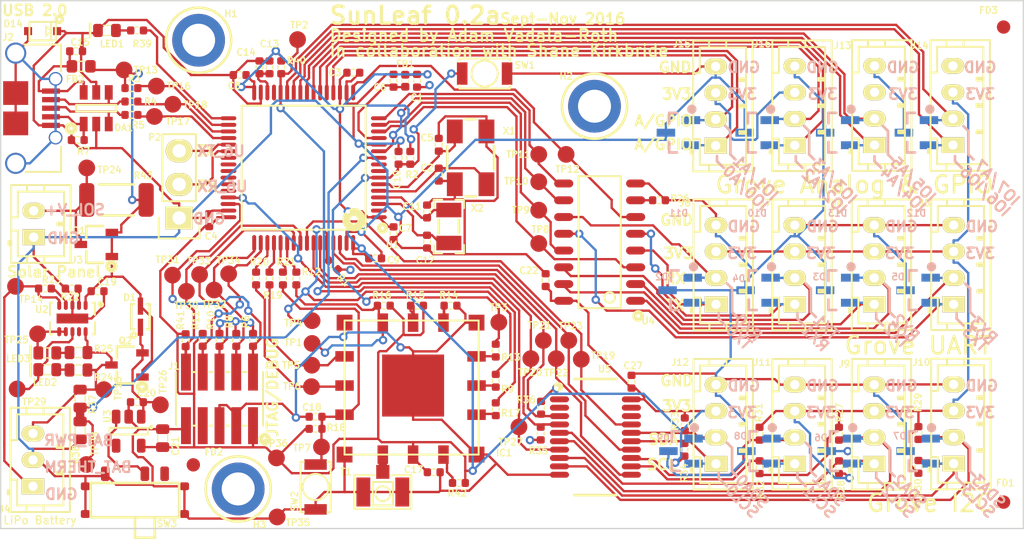
<source format=kicad_pcb>
(kicad_pcb (version 20171130) (host pcbnew "(5.1.12)-1")
  (layers (0 F.Cu signal) (1 In1.Cu power) (2 In2.Cu power) (31 B.Cu signal) (34 B.Paste user hide) (35 F.Paste user hide) (36 B.SilkS user hide) (37 F.SilkS user hide) (38 B.Mask user hide) (39 F.Mask user hide) (44 Edge.Cuts user))
  (net 0 "")
  (net 1 +3V3)
  (net 2 GND)
  (net 3 "Net-(C2-Pad1)")
  (net 4 "Net-(C5-Pad1)")
  (net 5 "Net-(C6-Pad1)")
  (net 6 /MCU-STM32F446RET6/ESP_ST_RST)
  (net 7 "Net-(C11-Pad1)")
  (net 8 "Net-(C12-Pad1)")
  (net 9 "Net-(C13-Pad1)")
  (net 10 "Net-(C15-Pad2)")
  (net 11 "Net-(C18-Pad1)")
  (net 12 "Net-(C20-Pad1)")
  (net 13 /MCU-STM32F446RET6/VBUS)
  (net 14 "Net-(D6-Pad2)")
  (net 15 "Net-(D6-Pad1)")
  (net 16 "Net-(D7-Pad2)")
  (net 17 "Net-(D7-Pad1)")
  (net 18 "Net-(D8-Pad2)")
  (net 19 "Net-(D8-Pad1)")
  (net 20 "Net-(D9-Pad2)")
  (net 21 "Net-(D9-Pad1)")
  (net 22 "/Analog and Digital Grove IO/ANIO_6")
  (net 23 "/Analog and Digital Grove IO/ANIO_7")
  (net 24 "/Analog and Digital Grove IO/ANIO_4")
  (net 25 "/Analog and Digital Grove IO/ANIO_5")
  (net 26 "/Analog and Digital Grove IO/ANIO_2")
  (net 27 "/Analog and Digital Grove IO/ANIO_3")
  (net 28 "/Analog and Digital Grove IO/ANIO_0")
  (net 29 "/Analog and Digital Grove IO/ANIO_1")
  (net 30 "Net-(DA1-Pad4)")
  (net 31 "Net-(DA1-Pad3)")
  (net 32 "Net-(DA1-Pad1)")
  (net 33 "Net-(IC1-Pad4)")
  (net 34 "Net-(IC1-Pad3)")
  (net 35 "Net-(IC1-Pad2)")
  (net 36 "Net-(IC1-Pad10)")
  (net 37 "Net-(IC1-Pad11)")
  (net 38 "Net-(IC1-Pad6)")
  (net 39 "Net-(IC1-Pad7)")
  (net 40 /WiFi-ESP8266-ESP-09/PGM_MODE)
  (net 41 /WiFi-ESP8266-ESP-09/ANTENNA)
  (net 42 "Net-(IC1-Pad16)")
  (net 43 /MCU-STM32F446RET6/SWDIO_TMS)
  (net 44 /MCU-STM32F446RET6/SWCLK_TCK)
  (net 45 /MCU-STM32F446RET6/SWO_TDO)
  (net 46 "Net-(J1-Pad7)")
  (net 47 /MCU-STM32F446RET6/SWO_TDI)
  (net 48 /MCU-STM32F446RET6/NJTRST)
  (net 49 /Power-System/BAT)
  (net 50 /Power-System/THERM)
  (net 51 "Net-(LED2-Pad1)")
  (net 52 "Net-(LED2-Pad2)")
  (net 53 "Net-(LED3-Pad1)")
  (net 54 "Net-(LED3-Pad2)")
  (net 55 "Net-(R3-Pad1)")
  (net 56 "Net-(R4-Pad1)")
  (net 57 "Net-(R5-Pad1)")
  (net 58 /MCU-STM32F446RET6/ESP_PGM_MODE)
  (net 59 /MCU-STM32F446RET6/ESP_URX)
  (net 60 /MCU-STM32F446RET6/ESP_UTX)
  (net 61 /MCU-STM32F446RET6/STM_ESP_RST)
  (net 62 "Net-(R22-Pad1)")
  (net 63 "Net-(R26-Pad2)")
  (net 64 "Net-(U1-Pad2)")
  (net 65 "Net-(U1-Pad8)")
  (net 66 "Net-(U1-Pad9)")
  (net 67 /MCU-STM32F446RET6/USW_S0)
  (net 68 "/UART Grove Sensors/UART_S_RX")
  (net 69 /MCU-STM32F446RET6/UART_S_RX)
  (net 70 /MCU-STM32F446RET6/USW_EN)
  (net 71 /MCU-STM32F446RET6/USW_S1)
  (net 72 "Net-(U1-Pad29)")
  (net 73 /MCU-STM32F446RET6/HEARTBEAT)
  (net 74 "Net-(U1-Pad39)")
  (net 75 "/I2C Grove Sensors/EN1_IMUX")
  (net 76 "Net-(U1-Pad41)")
  (net 77 "Net-(U1-Pad42)")
  (net 78 "Net-(U1-Pad43)")
  (net 79 "Net-(U1-Pad44)")
  (net 80 "/I2C Grove Sensors/EN4_IMUX")
  (net 81 "/I2C Grove Sensors/I2C_SCL")
  (net 82 "/I2C Grove Sensors/I2C_SDA")
  (net 83 "/I2C Grove Sensors/EN2_IMUX")
  (net 84 "/I2C Grove Sensors/EN3_IMUX")
  (net 85 "Net-(U2-Pad9)")
  (net 86 "Net-(U5-Pad1)")
  (net 87 "Net-(U5-Pad2)")
  (net 88 "Net-(U5-Pad18)")
  (net 89 "Net-(U5-Pad19)")
  (net 90 "Net-(D6-Pad3)")
  (net 91 "/UART Grove Sensors/UART_RX3")
  (net 92 "/UART Grove Sensors/UART_TX3")
  (net 93 "/UART Grove Sensors/UART_RX2")
  (net 94 "/UART Grove Sensors/UART_TX2")
  (net 95 "/UART Grove Sensors/UART_RX1")
  (net 96 "/UART Grove Sensors/UART_TX1")
  (net 97 "/UART Grove Sensors/UART_RX0")
  (net 98 "/UART Grove Sensors/UART_TX0")
  (net 99 "Net-(R23-Pad1)")
  (net 100 "Net-(D14-Pad1)")
  (net 101 "Net-(J3-Pad2)")
  (net 102 /MCU-STM32F446RET6/ESPTOST_BOOT0)
  (net 103 /MCU-STM32F446RET6/ESPTOST_BOOT1)
  (net 104 /MCU-STM32F446RET6/BAT_VOLT)
  (net 105 "Net-(LED1-Pad1)")
  (net 106 /MCU-STM32F446RET6/UART6_RX)
  (net 107 /MCU-STM32F446RET6/UART6_TX)
  (net 108 "Net-(U1-Pad40)")
  (net 109 "Net-(H3-Pad1)")
  (net 110 "Net-(H1-Pad1)")
  (net 111 "Net-(H2-Pad1)")
  (net 112 "Net-(FD1-Pad1)")
  (net 113 "Net-(FD2-Pad1)")
  (net 114 "Net-(FD3-Pad1)")
  (net 115 "Net-(SW3-Pad2)")
  (net 116 "Net-(SW3-Pad3)")
  (net 117 "Net-(U3-Pad4)")
  (module PCB_Footprints:BAT20JFILM (layer F.Cu) (at 53.594 53.9496 90)
    (fp_text reference D1 (at 1.4496 -0.819 180) (layer F.SilkS) (effects (font (size 0.5 0.5) (thickness 0.1))))
    (fp_text value BAT20JFILM)
    (pad 2 smd rect (at -0.8 0 90) (size 1.3 0.4) (layers F.Cu F.Paste F.Mask) (net 12 "Net-(C20-Pad1)"))
    (pad 1 smd rect (at 0.8 0 90) (size 1.3 0.4) (layers F.Cu F.Paste F.Mask) (net 13 /MCU-STM32F446RET6/VBUS))
  )
  (module PCB_Footprints:AP2112K-3.3TRG1 (layer F.Cu) (at 52.7 62.625 270)
    (fp_text reference U3 (at -1.125 1.625 270) (layer F.SilkS) (effects (font (size 0.5 0.5) (thickness 0.1))))
    (fp_text value AP2112K-3.3TRG1)
    (pad 1 smd roundrect (at -1.1 -0.95 270) (size 1.06 0.65) (layers F.Cu F.Paste F.Mask) (net 12 "Net-(C20-Pad1)"))
    (pad 2 smd roundrect (at -1.1 0 270) (size 1.06 0.65) (layers F.Cu F.Paste F.Mask) (net 2 GND))
    (pad 3 smd roundrect (at -1.1 0.95 270) (size 1.06 0.65) (layers F.Cu F.Paste F.Mask) (net 115 "Net-(SW3-Pad2)"))
    (pad 4 smd roundrect (at 1.1 0.95 270) (size 1.06 0.65) (layers F.Cu F.Paste F.Mask) (net 117 "Net-(U3-Pad4)"))
    (pad 5 smd roundrect (at 1.1 -0.95 270) (size 1.06 0.65) (layers F.Cu F.Paste F.Mask) (net 1 +3V3))
  )
  (module PCB_Footprints:TEST_POINT (layer F.Cu) (at 63.95 69.125 180)
    (fp_text reference TP35 (at -1.575 -0.425) (layer F.SilkS) (effects (font (size 0.5 0.5) (thickness 0.1))))
    (fp_text value TEST_POINT)
    (pad 1 smd circle (at 0 0 180) (size 1.27 1.27) (layers F.Cu F.Paste F.Mask) (net 2 GND))
  )
  (module PCB_Footprints:CUS-12TB (layer F.Cu) (at 53.175 67.85)
    (fp_text reference SW3 (at 2.425 1.775) (layer F.SilkS) (effects (font (size 0.5 0.5) (thickness 0.1))))
    (fp_text value CUS-12TB)
    (pad 2 smd roundrect (at 0.75 -2) (size 0.65 1.1) (layers F.Cu F.Paste F.Mask) (net 115 "Net-(SW3-Pad2)"))
    (pad 3 smd roundrect (at 2.25 -2) (size 0.65 1.1) (layers F.Cu F.Paste F.Mask) (net 116 "Net-(SW3-Pad3)"))
    (pad 1 smd roundrect (at -2.25 -2) (size 0.65 1.1) (layers F.Cu F.Paste F.Mask) (net 2 GND))
    (pad 4 smd roundrect (at -3.75 -1.05 90) (size 0.6 0.7) (layers F.Cu F.Paste F.Mask) (net 2 GND))
    (pad 4 smd roundrect (at -3.75 1.05 90) (size 0.6 0.7) (layers F.Cu F.Paste F.Mask) (net 2 GND))
    (pad 4 smd roundrect (at 3.75 -1.05 90) (size 0.6 0.7) (layers F.Cu F.Paste F.Mask) (net 2 GND))
    (pad 4 smd roundrect (at 3.75 1.05 90) (size 0.6 0.7) (layers F.Cu F.Paste F.Mask) (net 2 GND))
    (pad "" np_thru_hole circle (at -1.5 0 90) (size 0.8 0.8) (drill 0.8) (layers *.Cu *.Mask))
    (pad "" np_thru_hole circle (at 1.5 0 90) (size 0.8 0.8) (drill 0.8) (layers *.Cu *.Mask))
  )
  (module PCB_Footprints:TEST_POINT (layer F.Cu) (at 63.9 64.65 180)
    (fp_text reference TP36 (at 0.05 1.1 180) (layer F.SilkS) (effects (font (size 0.5 0.5) (thickness 0.1))))
    (fp_text value TEST_POINT)
    (pad 1 smd circle (at 0 0 180) (size 1.27 1.27) (layers F.Cu F.Paste F.Mask) (net 1 +3V3))
  )
  (module PCB_Footprints:TEST_POINT (layer F.Cu) (at 56.025 50.8)
    (fp_text reference TP31 (at -0.375 -1.175 180) (layer F.SilkS) (effects (font (size 0.5 0.5) (thickness 0.1))))
    (fp_text value TEST_POINT)
    (pad 1 smd circle (at 0 0) (size 1.27 1.27) (layers F.Cu F.Paste F.Mask) (net 43 /MCU-STM32F446RET6/SWDIO_TMS))
  )
  (module PCB_Footprints:TEST_POINT (layer F.Cu) (at 59.175 51.925)
    (fp_text reference TP32 (at 0 1.075 180) (layer F.SilkS) (effects (font (size 0.5 0.5) (thickness 0.1))))
    (fp_text value TEST_POINT)
    (pad 1 smd circle (at 0 0) (size 1.27 1.27) (layers F.Cu F.Paste F.Mask) (net 44 /MCU-STM32F446RET6/SWCLK_TCK))
  )
  (module PCB_Footprints:TEST_POINT (layer F.Cu) (at 58.075 50.75)
    (fp_text reference TP33 (at -0.05 -1.025 180) (layer F.SilkS) (effects (font (size 0.5 0.5) (thickness 0.1))))
    (fp_text value TEST_POINT)
    (pad 1 smd circle (at 0 0) (size 1.27 1.27) (layers F.Cu F.Paste F.Mask) (net 45 /MCU-STM32F446RET6/SWO_TDO))
  )
  (module PCB_Footprints:TEST_POINT (layer F.Cu) (at 60.275 50.7)
    (fp_text reference TP34 (at 0 -1.025 180) (layer F.SilkS) (effects (font (size 0.5 0.5) (thickness 0.1))))
    (fp_text value TEST_POINT)
    (pad 1 smd circle (at 0 0) (size 1.27 1.27) (layers F.Cu F.Paste F.Mask) (net 47 /MCU-STM32F446RET6/SWO_TDI))
  )
  (module PCB_Footprints:TEST_POINT (layer F.Cu) (at 57.075 52.025)
    (fp_text reference TP30 (at 0 1.075 180) (layer F.SilkS) (effects (font (size 0.5 0.5) (thickness 0.1))))
    (fp_text value TEST_POINT)
    (pad 1 smd circle (at 0 0) (size 1.27 1.27) (layers F.Cu F.Paste F.Mask) (net 48 /MCU-STM32F446RET6/NJTRST))
  )
  (module PCB_Footprints:TEST_POINT (layer F.Cu) (at 44.25 59.425)
    (fp_text reference TP29 (at 1.3 0.975) (layer F.SilkS) (effects (font (size 0.5 0.5) (thickness 0.1))))
    (fp_text value TEST_POINT)
    (pad 1 smd circle (at 0 0) (size 1.27 1.27) (layers F.Cu F.Paste F.Mask) (net 52 "Net-(LED2-Pad2)"))
  )
  (module PCB_Footprints:TEST_POINT (layer F.Cu) (at 82.275 62.3)
    (fp_text reference TP27 (at -0.625 1.15) (layer F.SilkS) (effects (font (size 0.5 0.5) (thickness 0.1))))
    (fp_text value TEST_POINT)
    (pad 1 smd circle (at 0 0) (size 1.27 1.27) (layers F.Cu F.Paste F.Mask) (net 75 "/I2C Grove Sensors/EN1_IMUX"))
  )
  (module PCB_Footprints:TEST_POINT (layer F.Cu) (at 49.5 65.15)
    (fp_text reference TP28 (at 0.625 -1.575 90) (layer F.SilkS) (effects (font (size 0.5 0.5) (thickness 0.1))))
    (fp_text value TEST_POINT)
    (pad 1 smd circle (at 0 0) (size 1.27 1.27) (layers F.Cu F.Paste F.Mask) (net 104 /MCU-STM32F446RET6/BAT_VOLT))
  )
  (module PCB_Footprints:TEST_POINT (layer F.Cu) (at 55.1 60.625)
    (fp_text reference TP26 (at 0.2 -1.75 90) (layer F.SilkS) (effects (font (size 0.5 0.5) (thickness 0.1))))
    (fp_text value TEST_POINT)
    (pad 1 smd circle (at 0 0) (size 1.27 1.27) (layers F.Cu F.Paste F.Mask) (net 12 "Net-(C20-Pad1)"))
  )
  (module PCB_Footprints:TEST_POINT (layer F.Cu) (at 45.8 55.25)
    (fp_text reference TP25 (at -1.6 0.45) (layer F.SilkS) (effects (font (size 0.5 0.5) (thickness 0.1))))
    (fp_text value TEST_POINT)
    (pad 1 smd circle (at 0 0) (size 1.27 1.27) (layers F.Cu F.Paste F.Mask) (net 54 "Net-(LED3-Pad2)"))
  )
  (module PCB_Footprints:TEST_POINT (layer F.Cu) (at 49.525 42.675)
    (fp_text reference TP24 (at 1.725 0.15) (layer F.SilkS) (effects (font (size 0.5 0.5) (thickness 0.1))))
    (fp_text value TEST_POINT)
    (pad 1 smd circle (at 0 0) (size 1.27 1.27) (layers F.Cu F.Paste F.Mask) (net 101 "Net-(J3-Pad2)"))
  )
  (module PCB_Footprints:TEST_POINT (layer F.Cu) (at 87 57.175)
    (fp_text reference TP19 (at 1.65 -0.275) (layer F.SilkS) (effects (font (size 0.5 0.5) (thickness 0.1))))
    (fp_text value TEST_POINT)
    (pad 1 smd circle (at 0 0) (size 1.27 1.27) (layers F.Cu F.Paste F.Mask) (net 80 "/I2C Grove Sensors/EN4_IMUX"))
  )
  (module PCB_Footprints:TEST_POINT (layer F.Cu) (at 83.175 57.125)
    (fp_text reference TP20 (at -0.05 1.05) (layer F.SilkS) (effects (font (size 0.5 0.5) (thickness 0.1))))
    (fp_text value TEST_POINT)
    (pad 1 smd circle (at 0 0) (size 1.27 1.27) (layers F.Cu F.Paste F.Mask) (net 81 "/I2C Grove Sensors/I2C_SCL"))
  )
  (module PCB_Footprints:TEST_POINT (layer F.Cu) (at 84.125 55.75)
    (fp_text reference TP21 (at -0.3 -1.15) (layer F.SilkS) (effects (font (size 0.5 0.5) (thickness 0.1))))
    (fp_text value TEST_POINT)
    (pad 1 smd circle (at 0 0) (size 1.27 1.27) (layers F.Cu F.Paste F.Mask) (net 82 "/I2C Grove Sensors/I2C_SDA"))
  )
  (module PCB_Footprints:TEST_POINT (layer F.Cu) (at 85.1 57.125)
    (fp_text reference TP22 (at 0 1.075) (layer F.SilkS) (effects (font (size 0.5 0.5) (thickness 0.1))))
    (fp_text value TEST_POINT)
    (pad 1 smd circle (at 0 0) (size 1.27 1.27) (layers F.Cu F.Paste F.Mask) (net 83 "/I2C Grove Sensors/EN2_IMUX"))
  )
  (module PCB_Footprints:TEST_POINT (layer F.Cu) (at 86.05 55.75)
    (fp_text reference TP23 (at 0.15 -1.1) (layer F.SilkS) (effects (font (size 0.5 0.5) (thickness 0.1))))
    (fp_text value TEST_POINT)
    (pad 1 smd circle (at 0 0) (size 1.27 1.27) (layers F.Cu F.Paste F.Mask) (net 84 "/I2C Grove Sensors/EN3_IMUX"))
  )
  (module PCB_Footprints:TEST_POINT (layer F.Cu) (at 56.05 37.85)
    (fp_text reference TP18 (at 1.7 0.05) (layer F.SilkS) (effects (font (size 0.5 0.5) (thickness 0.1))))
    (fp_text value TEST_POINT)
    (pad 1 smd circle (at 0 0) (size 1.27 1.27) (layers F.Cu F.Paste F.Mask) (net 56 "Net-(R4-Pad1)"))
  )
  (module PCB_Footprints:TEST_POINT (layer F.Cu) (at 54.65 38.775)
    (fp_text reference TP17 (at 1.775 0.375) (layer F.SilkS) (effects (font (size 0.5 0.5) (thickness 0.1))))
    (fp_text value TEST_POINT)
    (pad 1 smd circle (at 0 0) (size 1.27 1.27) (layers F.Cu F.Paste F.Mask) (net 57 "Net-(R5-Pad1)"))
  )
  (module PCB_Footprints:TEST_POINT (layer F.Cu) (at 54.8 36.475)
    (fp_text reference TP16 (at 1.7 0) (layer F.SilkS) (effects (font (size 0.5 0.5) (thickness 0.1))))
    (fp_text value TEST_POINT)
    (pad 1 smd circle (at 0 0) (size 1.27 1.27) (layers F.Cu F.Paste F.Mask) (net 55 "Net-(R3-Pad1)"))
  )
  (module PCB_Footprints:TEST_POINT (layer F.Cu) (at 50.825 59.475)
    (fp_text reference TP15 (at 1.075 -0.1 90) (layer F.SilkS) (effects (font (size 0.5 0.5) (thickness 0.1))))
    (fp_text value TEST_POINT)
    (pad 1 smd circle (at 0 0) (size 1.27 1.27) (layers F.Cu F.Paste F.Mask) (net 49 /Power-System/BAT))
  )
  (module PCB_Footprints:TEST_POINT (layer F.Cu) (at 44.125 51.65)
    (fp_text reference TP14 (at 1.175 0.975 180) (layer F.SilkS) (effects (font (size 0.5 0.5) (thickness 0.1))))
    (fp_text value TEST_POINT)
    (pad 1 smd circle (at 0 0) (size 1.27 1.27) (layers F.Cu F.Paste F.Mask) (net 50 /Power-System/THERM))
  )
  (module PCB_Footprints:TEST_POINT (layer F.Cu) (at 52.35 35.25)
    (fp_text reference TP13 (at 1.65 0) (layer F.SilkS) (effects (font (size 0.5 0.5) (thickness 0.1))))
    (fp_text value TEST_POINT)
    (pad 1 smd circle (at 0 0) (size 1.27 1.27) (layers F.Cu F.Paste F.Mask) (net 13 /MCU-STM32F446RET6/VBUS))
  )
  (module PCB_Footprints:TEST_POINT (layer F.Cu) (at 83.775 43.725)
    (fp_text reference TP10 (at -1.7 -0.05) (layer F.SilkS) (effects (font (size 0.5 0.5) (thickness 0.1))))
    (fp_text value TEST_POINT)
    (pad 1 smd circle (at 0 0) (size 1.27 1.27) (layers F.Cu F.Paste F.Mask) (net 67 /MCU-STM32F446RET6/USW_S0))
  )
  (module PCB_Footprints:TEST_POINT (layer F.Cu) (at 83.775 41.65)
    (fp_text reference TP11 (at -1.55 0) (layer F.SilkS) (effects (font (size 0.5 0.5) (thickness 0.1))))
    (fp_text value TEST_POINT)
    (pad 1 smd circle (at 0 0) (size 1.27 1.27) (layers F.Cu F.Paste F.Mask) (net 71 /MCU-STM32F446RET6/USW_S1))
  )
  (module PCB_Footprints:TEST_POINT (layer F.Cu) (at 85.85 41.65)
    (fp_text reference TP12 (at 0.1 1.125) (layer F.SilkS) (effects (font (size 0.5 0.5) (thickness 0.1))))
    (fp_text value TEST_POINT)
    (pad 1 smd circle (at 0 0) (size 1.27 1.27) (layers F.Cu F.Paste F.Mask) (net 70 /MCU-STM32F446RET6/USW_EN))
  )
  (module PCB_Footprints:TEST_POINT (layer F.Cu) (at 83.775 48.4)
    (fp_text reference TP8 (at 0.125 -1.075) (layer F.SilkS) (effects (font (size 0.5 0.5) (thickness 0.1))))
    (fp_text value TEST_POINT)
    (pad 1 smd circle (at 0 0) (size 1.27 1.27) (layers F.Cu F.Paste F.Mask) (net 68 "/UART Grove Sensors/UART_S_RX"))
  )
  (module PCB_Footprints:TEST_POINT (layer F.Cu) (at 83.775 45.875)
    (fp_text reference TP9 (at -1.375 0) (layer F.SilkS) (effects (font (size 0.5 0.5) (thickness 0.1))))
    (fp_text value TEST_POINT)
    (pad 1 smd circle (at 0 0) (size 1.27 1.27) (layers F.Cu F.Paste F.Mask) (net 69 /MCU-STM32F446RET6/UART_S_RX))
  )
  (module PCB_Footprints:TEST_POINT (layer F.Cu) (at 66.6 55.975)
    (fp_text reference TP1 (at -1.425 -0.075) (layer F.SilkS) (effects (font (size 0.5 0.5) (thickness 0.1))))
    (fp_text value TEST_POINT)
    (pad 1 smd circle (at 0 0) (size 1.27 1.27) (layers F.Cu F.Paste F.Mask) (net 40 /WiFi-ESP8266-ESP-09/PGM_MODE))
  )
  (module PCB_Footprints:TEST_POINT (layer F.Cu) (at 65.5 32.95)
    (fp_text reference TP2 (at 0.125 -1.1) (layer F.SilkS) (effects (font (size 0.5 0.5) (thickness 0.1))))
    (fp_text value TEST_POINT)
    (pad 1 smd circle (at 0 0) (size 1.27 1.27) (layers F.Cu F.Paste F.Mask) (net 103 /MCU-STM32F446RET6/ESPTOST_BOOT1))
  )
  (module PCB_Footprints:TEST_POINT (layer F.Cu) (at 80.75 54.375)
    (fp_text reference TP3 (at -0.025 -1.125) (layer F.SilkS) (effects (font (size 0.5 0.5) (thickness 0.1))))
    (fp_text value TEST_POINT)
    (pad 1 smd circle (at 0 0) (size 1.27 1.27) (layers F.Cu F.Paste F.Mask) (net 6 /MCU-STM32F446RET6/ESP_ST_RST))
  )
  (module PCB_Footprints:TEST_POINT (layer F.Cu) (at 66.6 54.25)
    (fp_text reference TP4 (at -1.425 0.175) (layer F.SilkS) (effects (font (size 0.5 0.5) (thickness 0.1))))
    (fp_text value TEST_POINT)
    (pad 1 smd circle (at 0 0) (size 1.27 1.27) (layers F.Cu F.Paste F.Mask) (net 102 /MCU-STM32F446RET6/ESPTOST_BOOT0))
  )
  (module PCB_Footprints:TEST_POINT (layer F.Cu) (at 66.575 57.625)
    (fp_text reference TP5 (at -1.575 0) (layer F.SilkS) (effects (font (size 0.5 0.5) (thickness 0.1))))
    (fp_text value TEST_POINT)
    (pad 1 smd circle (at 0 0) (size 1.27 1.27) (layers F.Cu F.Paste F.Mask) (net 36 "Net-(IC1-Pad10)"))
  )
  (module PCB_Footprints:TEST_POINT (layer F.Cu) (at 66.55 59.25)
    (fp_text reference TP6 (at -1.475 -0.025) (layer F.SilkS) (effects (font (size 0.5 0.5) (thickness 0.1))))
    (fp_text value TEST_POINT)
    (pad 1 smd circle (at 0 0) (size 1.27 1.27) (layers F.Cu F.Paste F.Mask) (net 37 "Net-(IC1-Pad11)"))
  )
  (module PCB_Footprints:TEST_POINT (layer F.Cu) (at 67.31 63.8175)
    (fp_text reference TP7 (at -1.475 0.075) (layer F.SilkS) (effects (font (size 0.5 0.5) (thickness 0.1))))
    (fp_text value TEST_POINT)
    (pad 1 smd circle (at 0 0) (size 1.27 1.27) (layers F.Cu F.Paste F.Mask) (net 11 "Net-(C18-Pad1)"))
  )
  (module PCB_Footprints:R2010 (layer F.Cu) (at 51.775 45.1)
    (fp_text reference R43 (at 2.025 -1.85) (layer F.SilkS) (effects (font (size 0.5 0.5) (thickness 0.1))))
    (fp_text value RC5025J000CS)
    (pad 1 smd roundrect (at -2.25 0) (size 1.15 2.55) (layers F.Cu F.Paste F.Mask) (net 101 "Net-(J3-Pad2)"))
    (pad 2 smd roundrect (at 2.25 0) (size 1.15 2.55) (layers F.Cu F.Paste F.Mask) (net 13 /MCU-STM32F446RET6/VBUS))
  )
  (module PCB_Footprints:ESP-09 (layer F.Cu) (at 69.0601 64.398 90)
    (fp_text reference IC1 (at 0.136 12.0929 180) (layer F.SilkS) (effects (font (size 0.5 0.5) (thickness 0.1))))
    (fp_text value ESP_09)
    (pad 4 smd rect (at 7.442 10 90) (size 0.8 1.4) (layers F.Cu F.Paste F.Mask) (net 33 "Net-(IC1-Pad4)"))
    (pad 3 smd rect (at 5.232 10 90) (size 0.8 1.4) (layers F.Cu F.Paste F.Mask) (net 34 "Net-(IC1-Pad3)"))
    (pad 2 smd rect (at 3.023 10 90) (size 0.8 1.4) (layers F.Cu F.Paste F.Mask) (net 35 "Net-(IC1-Pad2)"))
    (pad 10 smd rect (at 7.442 0 90) (size 0.8 1.4) (layers F.Cu F.Paste F.Mask) (net 36 "Net-(IC1-Pad10)"))
    (pad 11 smd rect (at 5.232 0 90) (size 0.8 1.4) (layers F.Cu F.Paste F.Mask) (net 37 "Net-(IC1-Pad11)"))
    (pad 12 smd rect (at 3.023 0 90) (size 0.8 1.4) (layers F.Cu F.Paste F.Mask) (net 11 "Net-(C18-Pad1)"))
    (pad 6 smd rect (at 10 7.493 180) (size 0.8 1.4) (layers F.Cu F.Paste F.Mask) (net 38 "Net-(IC1-Pad6)"))
    (pad 7 smd rect (at 10 5.194 180) (size 0.8 1.4) (layers F.Cu F.Paste F.Mask) (net 39 "Net-(IC1-Pad7)"))
    (pad 8 smd rect (at 10 2.896 180) (size 0.8 1.4) (layers F.Cu F.Paste F.Mask) (net 40 /WiFi-ESP8266-ESP-09/PGM_MODE))
    (pad 14 smd rect (at 0 2.896 180) (size 0.8 1.4) (layers F.Cu F.Paste F.Mask) (net 41 /WiFi-ESP8266-ESP-09/ANTENNA))
    (pad 15 smd rect (at 0 5.194 180) (size 0.8 1.4) (layers F.Cu F.Paste F.Mask) (net 1 +3V3))
    (pad 9 smd rect (at 10 0 90) (size 1.2 1.2) (layers F.Cu F.Paste F.Mask) (net 2 GND))
    (pad 13 smd rect (at 0 0 90) (size 1.2 1.2) (layers F.Cu F.Paste F.Mask) (net 2 GND))
    (pad 5 smd rect (at 10 10 90) (size 1.2 1.2) (layers F.Cu F.Paste F.Mask) (net 2 GND))
    (pad 1 smd rect (at 0 10 90) (size 1.2 1.2) (layers F.Cu F.Paste F.Mask) (net 2 GND))
    (pad 16 smd rect (at 0 7.493 180) (size 0.8 1.4) (layers F.Cu F.Paste F.Mask) (net 42 "Net-(IC1-Pad16)"))
    (pad 17 smd rect (at 5.232 5.194 180) (size 4.7 4.7) (layers F.Cu F.Paste F.Mask) (net 2 GND))
  )
  (module PCB_Footprints:FIDUCIAL (layer F.Cu) (at 119 32)
    (fp_text reference FD3 (at -1.144 -1.266) (layer F.SilkS) (effects (font (size 0.5 0.5) (thickness 0.1))))
    (fp_text value FIDUCIAL)
    (pad 1 smd circle (at 0 0) (size 1.016 1.016) (layers F.Cu F.Mask) (net 114 "Net-(FD3-Pad1)"))
  )
  (module PCB_Footprints:FIDUCIAL (layer F.Cu) (at 57.6 65.175)
    (fp_text reference FD2 (at 1.55 -0.975) (layer F.SilkS) (effects (font (size 0.5 0.5) (thickness 0.1))))
    (fp_text value FIDUCIAL)
    (pad 1 smd circle (at 0 0) (size 1.016 1.016) (layers F.Cu F.Mask) (net 113 "Net-(FD2-Pad1)"))
  )
  (module PCB_Footprints:FIDUCIAL (layer F.Cu) (at 119 68)
    (fp_text reference FD1 (at 0.126 -1.452 180) (layer F.SilkS) (effects (font (size 0.5 0.5) (thickness 0.1))))
    (fp_text value FIDUCIAL)
    (pad 1 smd circle (at 0 0) (size 1.016 1.016) (layers F.Cu F.Mask) (net 112 "Net-(FD1-Pad1)"))
  )
  (module PCB_Footprints:BQ24210 (layer F.Cu) (at 48.4246 54.1612 270)
    (fp_text reference U2 (at -0.761157 2.299607) (layer F.SilkS) (effects (font (size 0.5 0.5) (thickness 0.1))))
    (fp_text value BQ24210DQCT)
    (pad 5 smd oval (at -1.075157 0.986807 180) (size 0.3 0.7) (layers F.Cu F.Paste F.Mask) (net 50 /Power-System/THERM))
    (pad 4 smd oval (at -1.075157 0.486807 180) (size 0.3 0.7) (layers F.Cu F.Paste F.Mask) (net 99 "Net-(R23-Pad1)"))
    (pad 3 smd oval (at -1.075157 -0.013193 180) (size 0.3 0.7) (layers F.Cu F.Paste F.Mask) (net 2 GND))
    (pad 2 smd oval (at -1.075157 -0.513193 180) (size 0.3 0.7) (layers F.Cu F.Paste F.Mask) (net 62 "Net-(R22-Pad1)"))
    (pad 1 smd oval (at -1.075157 -1.013193 180) (size 0.3 0.7) (layers F.Cu F.Paste F.Mask) (net 13 /MCU-STM32F446RET6/VBUS))
    (pad 11 smd rect (at -0.075157 -0.013193 180) (size 2.4 0.75) (layers F.Cu F.Paste F.Mask) (net 2 GND))
    (pad 6 smd oval (at 0.924843 0.986807 180) (size 0.3 0.7) (layers F.Cu F.Paste F.Mask) (net 54 "Net-(LED3-Pad2)"))
    (pad 7 smd oval (at 0.924843 0.486807 180) (size 0.3 0.7) (layers F.Cu F.Paste F.Mask) (net 54 "Net-(LED3-Pad2)"))
    (pad 8 smd oval (at 0.924843 -0.013193 180) (size 0.3 0.7) (layers F.Cu F.Paste F.Mask) (net 52 "Net-(LED2-Pad2)"))
    (pad 9 smd oval (at 0.924843 -0.513193 180) (size 0.3 0.7) (layers F.Cu F.Paste F.Mask) (net 85 "Net-(U2-Pad9)"))
    (pad 10 smd oval (at 0.924843 -1.013193 180) (size 0.3 0.7) (layers F.Cu F.Paste F.Mask) (net 49 /Power-System/BAT))
  )
  (module PCB_Footprints:PCA9518DBQR (layer F.Cu) (at 88.069 63.0682)
    (fp_text reference U5 (at 0.704 -5.1562) (layer F.SilkS) (effects (font (size 0.5 0.5) (thickness 0.1))))
    (fp_text value PCA9518DBQR)
    (pad 10 smd oval (at -2.725 2.857) (size 1.45 0.45) (layers F.Cu F.Paste F.Mask) (net 2 GND))
    (pad 9 smd oval (at -2.725 2.223) (size 1.45 0.45) (layers F.Cu F.Paste F.Mask) (net 17 "Net-(D7-Pad1)"))
    (pad 8 smd oval (at -2.725 1.587) (size 1.45 0.45) (layers F.Cu F.Paste F.Mask) (net 16 "Net-(D7-Pad2)"))
    (pad 7 smd oval (at -2.725 0.953) (size 1.45 0.45) (layers F.Cu F.Paste F.Mask) (net 75 "/I2C Grove Sensors/EN1_IMUX"))
    (pad 6 smd oval (at -2.725 0.318) (size 1.45 0.45) (layers F.Cu F.Paste F.Mask) (net 15 "Net-(D6-Pad1)"))
    (pad 5 smd oval (at -2.725 -0.318) (size 1.45 0.45) (layers F.Cu F.Paste F.Mask) (net 14 "Net-(D6-Pad2)"))
    (pad 4 smd oval (at -2.725 -0.953) (size 1.45 0.45) (layers F.Cu F.Paste F.Mask) (net 81 "/I2C Grove Sensors/I2C_SCL"))
    (pad 3 smd oval (at -2.725 -1.587) (size 1.45 0.45) (layers F.Cu F.Paste F.Mask) (net 82 "/I2C Grove Sensors/I2C_SDA"))
    (pad 2 smd oval (at -2.725 -2.223) (size 1.45 0.45) (layers F.Cu F.Paste F.Mask) (net 87 "Net-(U5-Pad2)"))
    (pad 1 smd oval (at -2.725 -2.857) (size 1.45 0.45) (layers F.Cu F.Paste F.Mask) (net 86 "Net-(U5-Pad1)"))
    (pad 20 smd oval (at 2.725 -2.857) (size 1.45 0.45) (layers F.Cu F.Paste F.Mask) (net 1 +3V3))
    (pad 19 smd oval (at 2.725 -2.223) (size 1.45 0.45) (layers F.Cu F.Paste F.Mask) (net 89 "Net-(U5-Pad19)"))
    (pad 18 smd oval (at 2.725 -1.587) (size 1.45 0.45) (layers F.Cu F.Paste F.Mask) (net 88 "Net-(U5-Pad18)"))
    (pad 17 smd oval (at 2.725 -0.953) (size 1.45 0.45) (layers F.Cu F.Paste F.Mask) (net 80 "/I2C Grove Sensors/EN4_IMUX"))
    (pad 16 smd oval (at 2.725 -0.318) (size 1.45 0.45) (layers F.Cu F.Paste F.Mask) (net 21 "Net-(D9-Pad1)"))
    (pad 15 smd oval (at 2.725 0.318) (size 1.45 0.45) (layers F.Cu F.Paste F.Mask) (net 20 "Net-(D9-Pad2)"))
    (pad 14 smd oval (at 2.725 0.953) (size 1.45 0.45) (layers F.Cu F.Paste F.Mask) (net 84 "/I2C Grove Sensors/EN3_IMUX"))
    (pad 13 smd oval (at 2.725 1.587) (size 1.45 0.45) (layers F.Cu F.Paste F.Mask) (net 19 "Net-(D8-Pad1)"))
    (pad 12 smd oval (at 2.725 2.223) (size 1.45 0.45) (layers F.Cu F.Paste F.Mask) (net 18 "Net-(D8-Pad2)"))
    (pad 11 smd oval (at 2.725 2.857) (size 1.45 0.45) (layers F.Cu F.Paste F.Mask) (net 83 "/I2C Grove Sensors/EN2_IMUX"))
  )
  (module "PCB_Footprints:B4B-PH-K-S(LF)(SN)" (layer F.Cu) (at 103.175 65.1002 90)
    (fp_text reference J11 (at 7.6962 -2.4638 180) (layer F.SilkS) (effects (font (size 0.5 0.5) (thickness 0.1))))
    (fp_text value "B4B-PH-K-S(LF)(SN)")
    (pad 1 thru_hole rect (at 0 0 90) (size 1.2 1.7) (drill 0.7) (layers *.Cu *.Mask F.SilkS) (net 18 "Net-(D8-Pad2)"))
    (pad 2 thru_hole oval (at 2 0 90) (size 1.2 1.7) (drill 0.7) (layers *.Cu *.Mask F.SilkS) (net 19 "Net-(D8-Pad1)"))
    (pad 3 thru_hole oval (at 4 0 90) (size 1.2 1.7) (drill 0.7) (layers *.Cu *.Mask F.SilkS) (net 1 +3V3))
    (pad 4 thru_hole oval (at 6 0 90) (size 1.2 1.7) (drill 0.7) (layers *.Cu *.Mask F.SilkS) (net 2 GND))
  )
  (module "PCB_Footprints:B4B-PH-K-S(LF)(SN)" (layer F.Cu) (at 103.175 40.9636 90)
    (fp_text reference J16 (at 7.6896 -2.4638 180) (layer F.SilkS) (effects (font (size 0.5 0.5) (thickness 0.1))))
    (fp_text value "B4B-PH-K-S(LF)(SN)")
    (pad 1 thru_hole rect (at 0 0 90) (size 1.2 1.7) (drill 0.7) (layers *.Cu *.Mask F.SilkS) (net 23 "/Analog and Digital Grove IO/ANIO_7"))
    (pad 2 thru_hole oval (at 2 0 90) (size 1.2 1.7) (drill 0.7) (layers *.Cu *.Mask F.SilkS) (net 22 "/Analog and Digital Grove IO/ANIO_6"))
    (pad 3 thru_hole oval (at 4 0 90) (size 1.2 1.7) (drill 0.7) (layers *.Cu *.Mask F.SilkS) (net 1 +3V3))
    (pad 4 thru_hole oval (at 6 0 90) (size 1.2 1.7) (drill 0.7) (layers *.Cu *.Mask F.SilkS) (net 2 GND))
  )
  (module "PCB_Footprints:B4B-PH-K-S(LF)(SN)" (layer F.Cu) (at 109.195 65.1002 90)
    (fp_text reference J9 (at 7.5692 -2.2606 180) (layer F.SilkS) (effects (font (size 0.5 0.5) (thickness 0.1))))
    (fp_text value "B4B-PH-K-S(LF)(SN)")
    (pad 1 thru_hole rect (at 0 0 90) (size 1.2 1.7) (drill 0.7) (layers *.Cu *.Mask F.SilkS) (net 14 "Net-(D6-Pad2)"))
    (pad 2 thru_hole oval (at 2 0 90) (size 1.2 1.7) (drill 0.7) (layers *.Cu *.Mask F.SilkS) (net 15 "Net-(D6-Pad1)"))
    (pad 3 thru_hole oval (at 4 0 90) (size 1.2 1.7) (drill 0.7) (layers *.Cu *.Mask F.SilkS) (net 1 +3V3))
    (pad 4 thru_hole oval (at 6 0 90) (size 1.2 1.7) (drill 0.7) (layers *.Cu *.Mask F.SilkS) (net 2 GND))
  )
  (module "PCB_Footprints:B4B-PH-K-S(LF)(SN)" (layer F.Cu) (at 97.2058 65.1002 90)
    (fp_text reference J12 (at 7.6962 -2.7178 180) (layer F.SilkS) (effects (font (size 0.5 0.5) (thickness 0.1))))
    (fp_text value "B4B-PH-K-S(LF)(SN)")
    (pad 1 thru_hole rect (at 0 0 90) (size 1.2 1.7) (drill 0.7) (layers *.Cu *.Mask F.SilkS) (net 20 "Net-(D9-Pad2)"))
    (pad 2 thru_hole oval (at 2 0 90) (size 1.2 1.7) (drill 0.7) (layers *.Cu *.Mask F.SilkS) (net 21 "Net-(D9-Pad1)"))
    (pad 3 thru_hole oval (at 4 0 90) (size 1.2 1.7) (drill 0.7) (layers *.Cu *.Mask F.SilkS) (net 1 +3V3))
    (pad 4 thru_hole oval (at 6 0 90) (size 1.2 1.7) (drill 0.7) (layers *.Cu *.Mask F.SilkS) (net 2 GND))
  )
  (module "PCB_Footprints:B4B-PH-K-S(LF)(SN)" (layer F.Cu) (at 109.22 40.9448 90)
    (fp_text reference J13 (at 7.5438 -2.413 180) (layer F.SilkS) (effects (font (size 0.5 0.5) (thickness 0.1))))
    (fp_text value "B4B-PH-K-S(LF)(SN)")
    (pad 1 thru_hole rect (at 0 0 90) (size 1.2 1.7) (drill 0.7) (layers *.Cu *.Mask F.SilkS) (net 29 "/Analog and Digital Grove IO/ANIO_1"))
    (pad 2 thru_hole oval (at 2 0 90) (size 1.2 1.7) (drill 0.7) (layers *.Cu *.Mask F.SilkS) (net 28 "/Analog and Digital Grove IO/ANIO_0"))
    (pad 3 thru_hole oval (at 4 0 90) (size 1.2 1.7) (drill 0.7) (layers *.Cu *.Mask F.SilkS) (net 1 +3V3))
    (pad 4 thru_hole oval (at 6 0 90) (size 1.2 1.7) (drill 0.7) (layers *.Cu *.Mask F.SilkS) (net 2 GND))
  )
  (module "PCB_Footprints:B4B-PH-K-S(LF)(SN)" (layer F.Cu) (at 97.1804 40.989 90)
    (fp_text reference J15 (at 7.715 -2.5654 180) (layer F.SilkS) (effects (font (size 0.5 0.5) (thickness 0.1))))
    (fp_text value "B4B-PH-K-S(LF)(SN)")
    (pad 1 thru_hole rect (at 0 0 90) (size 1.2 1.7) (drill 0.7) (layers *.Cu *.Mask F.SilkS) (net 25 "/Analog and Digital Grove IO/ANIO_5"))
    (pad 2 thru_hole oval (at 2 0 90) (size 1.2 1.7) (drill 0.7) (layers *.Cu *.Mask F.SilkS) (net 24 "/Analog and Digital Grove IO/ANIO_4"))
    (pad 3 thru_hole oval (at 4 0 90) (size 1.2 1.7) (drill 0.7) (layers *.Cu *.Mask F.SilkS) (net 1 +3V3))
    (pad 4 thru_hole oval (at 6 0 90) (size 1.2 1.7) (drill 0.7) (layers *.Cu *.Mask F.SilkS) (net 2 GND))
  )
  (module "PCB_Footprints:B4B-PH-K-S(LF)(SN)" (layer F.Cu) (at 115.164 40.9448 90)
    (fp_text reference J14 (at 7.5438 -2.5146 180) (layer F.SilkS) (effects (font (size 0.5 0.5) (thickness 0.1))))
    (fp_text value "B4B-PH-K-S(LF)(SN)")
    (pad 1 thru_hole rect (at 0 0 90) (size 1.2 1.7) (drill 0.7) (layers *.Cu *.Mask F.SilkS) (net 27 "/Analog and Digital Grove IO/ANIO_3"))
    (pad 2 thru_hole oval (at 2 0 90) (size 1.2 1.7) (drill 0.7) (layers *.Cu *.Mask F.SilkS) (net 26 "/Analog and Digital Grove IO/ANIO_2"))
    (pad 3 thru_hole oval (at 4 0 90) (size 1.2 1.7) (drill 0.7) (layers *.Cu *.Mask F.SilkS) (net 1 +3V3))
    (pad 4 thru_hole oval (at 6 0 90) (size 1.2 1.7) (drill 0.7) (layers *.Cu *.Mask F.SilkS) (net 2 GND))
  )
  (module "PCB_Footprints:B4B-PH-K-S(LF)(SN)" (layer F.Cu) (at 115.214 65.0804 90)
    (fp_text reference J10 (at 7.6764 -2.4384 180) (layer F.SilkS) (effects (font (size 0.5 0.5) (thickness 0.1))))
    (fp_text value "B4B-PH-K-S(LF)(SN)")
    (pad 1 thru_hole rect (at 0 0 90) (size 1.2 1.7) (drill 0.7) (layers *.Cu *.Mask F.SilkS) (net 16 "Net-(D7-Pad2)"))
    (pad 2 thru_hole oval (at 2 0 90) (size 1.2 1.7) (drill 0.7) (layers *.Cu *.Mask F.SilkS) (net 17 "Net-(D7-Pad1)"))
    (pad 3 thru_hole oval (at 4 0 90) (size 1.2 1.7) (drill 0.7) (layers *.Cu *.Mask F.SilkS) (net 1 +3V3))
    (pad 4 thru_hole oval (at 6 0 90) (size 1.2 1.7) (drill 0.7) (layers *.Cu *.Mask F.SilkS) (net 2 GND))
  )
  (module "PCB_Footprints:B4B-PH-K-S(LF)(SN)" (layer F.Cu) (at 97.2058 53.0098 90)
    (fp_text reference J8 (at 7.6708 -2.3368 180) (layer F.SilkS) (effects (font (size 0.5 0.5) (thickness 0.1))))
    (fp_text value "B4B-PH-K-S(LF)(SN)")
    (pad 1 thru_hole rect (at 0 0 90) (size 1.2 1.7) (drill 0.7) (layers *.Cu *.Mask F.SilkS) (net 92 "/UART Grove Sensors/UART_TX3"))
    (pad 2 thru_hole oval (at 2 0 90) (size 1.2 1.7) (drill 0.7) (layers *.Cu *.Mask F.SilkS) (net 91 "/UART Grove Sensors/UART_RX3"))
    (pad 3 thru_hole oval (at 4 0 90) (size 1.2 1.7) (drill 0.7) (layers *.Cu *.Mask F.SilkS) (net 1 +3V3))
    (pad 4 thru_hole oval (at 6 0 90) (size 1.2 1.7) (drill 0.7) (layers *.Cu *.Mask F.SilkS) (net 2 GND))
  )
  (module "PCB_Footprints:B4B-PH-K-S(LF)(SN)" (layer F.Cu) (at 109.195 53.0098 90)
    (fp_text reference J7 (at 7.6708 -8.2296 180) (layer F.SilkS) (effects (font (size 0.5 0.5) (thickness 0.1))))
    (fp_text value "B4B-PH-K-S(LF)(SN)")
    (pad 1 thru_hole rect (at 0 0 90) (size 1.2 1.7) (drill 0.7) (layers *.Cu *.Mask F.SilkS) (net 94 "/UART Grove Sensors/UART_TX2"))
    (pad 2 thru_hole oval (at 2 0 90) (size 1.2 1.7) (drill 0.7) (layers *.Cu *.Mask F.SilkS) (net 93 "/UART Grove Sensors/UART_RX2"))
    (pad 3 thru_hole oval (at 4 0 90) (size 1.2 1.7) (drill 0.7) (layers *.Cu *.Mask F.SilkS) (net 1 +3V3))
    (pad 4 thru_hole oval (at 6 0 90) (size 1.2 1.7) (drill 0.7) (layers *.Cu *.Mask F.SilkS) (net 2 GND))
  )
  (module "PCB_Footprints:B4B-PH-K-S(LF)(SN)" (layer F.Cu) (at 103.175 53.0098 90)
    (fp_text reference J6 (at 7.6708 3.2512 180) (layer F.SilkS) (effects (font (size 0.5 0.5) (thickness 0.1))))
    (fp_text value "B4B-PH-K-S(LF)(SN)")
    (pad 1 thru_hole rect (at 0 0 90) (size 1.2 1.7) (drill 0.7) (layers *.Cu *.Mask F.SilkS) (net 96 "/UART Grove Sensors/UART_TX1"))
    (pad 2 thru_hole oval (at 2 0 90) (size 1.2 1.7) (drill 0.7) (layers *.Cu *.Mask F.SilkS) (net 95 "/UART Grove Sensors/UART_RX1"))
    (pad 3 thru_hole oval (at 4 0 90) (size 1.2 1.7) (drill 0.7) (layers *.Cu *.Mask F.SilkS) (net 1 +3V3))
    (pad 4 thru_hole oval (at 6 0 90) (size 1.2 1.7) (drill 0.7) (layers *.Cu *.Mask F.SilkS) (net 2 GND))
  )
  (module "PCB_Footprints:B4B-PH-K-S(LF)(SN)" (layer F.Cu) (at 115.214 53.0098 90)
    (fp_text reference J5 (at 7.6708 -2.1844 180) (layer F.SilkS) (effects (font (size 0.5 0.5) (thickness 0.1))))
    (fp_text value "B4B-PH-K-S(LF)(SN)")
    (pad 1 thru_hole rect (at 0 0 90) (size 1.2 1.7) (drill 0.7) (layers *.Cu *.Mask F.SilkS) (net 98 "/UART Grove Sensors/UART_TX0"))
    (pad 2 thru_hole oval (at 2 0 90) (size 1.2 1.7) (drill 0.7) (layers *.Cu *.Mask F.SilkS) (net 97 "/UART Grove Sensors/UART_RX0"))
    (pad 3 thru_hole oval (at 4 0 90) (size 1.2 1.7) (drill 0.7) (layers *.Cu *.Mask F.SilkS) (net 1 +3V3))
    (pad 4 thru_hole oval (at 6 0 90) (size 1.2 1.7) (drill 0.7) (layers *.Cu *.Mask F.SilkS) (net 2 GND))
  )
  (module PCB_Footprints:PESD3V3L2BT,215 (layer B.Cu) (at 112.522 64.135 180)
    (fp_text reference D7 (at 1.397 1.143 180) (layer B.SilkS) (effects (font (size 0.5 0.5) (thickness 0.1)) (justify mirror)))
    (fp_text value PESD3V3L2BT,215)
    (pad 2 smd rect (at -0.95 -0.95 180) (size 1.4 0.6) (layers B.Cu B.Paste B.Mask) (net 16 "Net-(D7-Pad2)"))
    (pad 1 smd rect (at -0.95 0.95 180) (size 1.4 0.6) (layers B.Cu B.Paste B.Mask) (net 17 "Net-(D7-Pad1)"))
    (pad 3 smd rect (at 0.95 0 180) (size 1.4 0.6) (layers B.Cu B.Paste B.Mask) (net 2 GND))
  )
  (module PCB_Footprints:PESD3V3L2BT,215 (layer B.Cu) (at 106.553 64.135 180)
    (fp_text reference D6 (at 1.397 1.016 180) (layer B.SilkS) (effects (font (size 0.5 0.5) (thickness 0.1)) (justify mirror)))
    (fp_text value PESD3V3L2BT,215)
    (pad 2 smd rect (at -0.95 -0.95 180) (size 1.4 0.6) (layers B.Cu B.Paste B.Mask) (net 14 "Net-(D6-Pad2)"))
    (pad 1 smd rect (at -0.95 0.95 180) (size 1.4 0.6) (layers B.Cu B.Paste B.Mask) (net 15 "Net-(D6-Pad1)"))
    (pad 3 smd rect (at 0.95 0 180) (size 1.4 0.6) (layers B.Cu B.Paste B.Mask) (net 90 "Net-(D6-Pad3)"))
  )
  (module PCB_Footprints:PESD3V3L2BT,215 (layer B.Cu) (at 100.457 64.135 180)
    (fp_text reference D8 (at 1.397 1.143 180) (layer B.SilkS) (effects (font (size 0.5 0.5) (thickness 0.1)) (justify mirror)))
    (fp_text value PESD3V3L2BT,215)
    (pad 2 smd rect (at -0.95 -0.95 180) (size 1.4 0.6) (layers B.Cu B.Paste B.Mask) (net 18 "Net-(D8-Pad2)"))
    (pad 1 smd rect (at -0.95 0.95 180) (size 1.4 0.6) (layers B.Cu B.Paste B.Mask) (net 19 "Net-(D8-Pad1)"))
    (pad 3 smd rect (at 0.95 0 180) (size 1.4 0.6) (layers B.Cu B.Paste B.Mask) (net 2 GND))
  )
  (module PCB_Footprints:PESD3V3L2BT,215 (layer B.Cu) (at 94.554 64.135 180)
    (fp_text reference D9 (at 1.336 1.016 180) (layer B.SilkS) (effects (font (size 0.5 0.5) (thickness 0.1)) (justify mirror)))
    (fp_text value PESD3V3L2BT,215)
    (pad 2 smd rect (at -0.95 -0.95 180) (size 1.4 0.6) (layers B.Cu B.Paste B.Mask) (net 20 "Net-(D9-Pad2)"))
    (pad 1 smd rect (at -0.95 0.95 180) (size 1.4 0.6) (layers B.Cu B.Paste B.Mask) (net 21 "Net-(D9-Pad1)"))
    (pad 3 smd rect (at 0.95 0 180) (size 1.4 0.6) (layers B.Cu B.Paste B.Mask) (net 2 GND))
  )
  (module PCB_Footprints:PESD3V3L2BT,215 (layer B.Cu) (at 94.361 40.005 180)
    (fp_text reference D11 (at 0 -6.096 180) (layer B.SilkS) (effects (font (size 0.5 0.5) (thickness 0.1)) (justify mirror)))
    (fp_text value PESD3V3L2BT,215)
    (pad 2 smd rect (at -0.95 -0.95 180) (size 1.4 0.6) (layers B.Cu B.Paste B.Mask) (net 25 "/Analog and Digital Grove IO/ANIO_5"))
    (pad 1 smd rect (at -0.95 0.95 180) (size 1.4 0.6) (layers B.Cu B.Paste B.Mask) (net 24 "/Analog and Digital Grove IO/ANIO_4"))
    (pad 3 smd rect (at 0.95 0 180) (size 1.4 0.6) (layers B.Cu B.Paste B.Mask) (net 2 GND))
  )
  (module PCB_Footprints:PESD3V3L2BT,215 (layer B.Cu) (at 112.395 40.005 180)
    (fp_text reference D12 (at 0 -6.096 180) (layer B.SilkS) (effects (font (size 0.5 0.5) (thickness 0.1)) (justify mirror)))
    (fp_text value PESD3V3L2BT,215)
    (pad 2 smd rect (at -0.95 -0.95 180) (size 1.4 0.6) (layers B.Cu B.Paste B.Mask) (net 27 "/Analog and Digital Grove IO/ANIO_3"))
    (pad 1 smd rect (at -0.95 0.95 180) (size 1.4 0.6) (layers B.Cu B.Paste B.Mask) (net 26 "/Analog and Digital Grove IO/ANIO_2"))
    (pad 3 smd rect (at 0.95 0 180) (size 1.4 0.6) (layers B.Cu B.Paste B.Mask) (net 2 GND))
  )
  (module PCB_Footprints:PESD3V3L2BT,215 (layer B.Cu) (at 106.426 40.005 180)
    (fp_text reference D13 (at 0 -6.096 180) (layer B.SilkS) (effects (font (size 0.5 0.5) (thickness 0.1)) (justify mirror)))
    (fp_text value PESD3V3L2BT,215)
    (pad 2 smd rect (at -0.95 -0.95 180) (size 1.4 0.6) (layers B.Cu B.Paste B.Mask) (net 29 "/Analog and Digital Grove IO/ANIO_1"))
    (pad 1 smd rect (at -0.95 0.95 180) (size 1.4 0.6) (layers B.Cu B.Paste B.Mask) (net 28 "/Analog and Digital Grove IO/ANIO_0"))
    (pad 3 smd rect (at 0.95 0 180) (size 1.4 0.6) (layers B.Cu B.Paste B.Mask) (net 2 GND))
  )
  (module PCB_Footprints:PESD3V3L2BT,215 (layer B.Cu) (at 100.33 40.005 180)
    (fp_text reference D10 (at 0 -6.096 180) (layer B.SilkS) (effects (font (size 0.5 0.5) (thickness 0.1)) (justify mirror)))
    (fp_text value PESD3V3L2BT,215)
    (pad 2 smd rect (at -0.95 -0.95 180) (size 1.4 0.6) (layers B.Cu B.Paste B.Mask) (net 23 "/Analog and Digital Grove IO/ANIO_7"))
    (pad 1 smd rect (at -0.95 0.95 180) (size 1.4 0.6) (layers B.Cu B.Paste B.Mask) (net 22 "/Analog and Digital Grove IO/ANIO_6"))
    (pad 3 smd rect (at 0.95 0 180) (size 1.4 0.6) (layers B.Cu B.Paste B.Mask) (net 2 GND))
  )
  (module PCB_Footprints:PESD3V3L2BT,215 (layer B.Cu) (at 106.426 51.943 180)
    (fp_text reference D3 (at 1.397 1.016 180) (layer B.SilkS) (effects (font (size 0.5 0.5) (thickness 0.1)) (justify mirror)))
    (fp_text value PESD3V3L2BT,215)
    (pad 2 smd rect (at -0.95 -0.95 180) (size 1.4 0.6) (layers B.Cu B.Paste B.Mask) (net 94 "/UART Grove Sensors/UART_TX2"))
    (pad 1 smd rect (at -0.95 0.95 180) (size 1.4 0.6) (layers B.Cu B.Paste B.Mask) (net 93 "/UART Grove Sensors/UART_RX2"))
    (pad 3 smd rect (at 0.95 0 180) (size 1.4 0.6) (layers B.Cu B.Paste B.Mask) (net 2 GND))
  )
  (module PCB_Footprints:PESD3V3L2BT,215 (layer B.Cu) (at 112.522 51.943 180)
    (fp_text reference D5 (at 1.524 1.016 180) (layer B.SilkS) (effects (font (size 0.5 0.5) (thickness 0.1)) (justify mirror)))
    (fp_text value PESD3V3L2BT,215)
    (pad 2 smd rect (at -0.95 -0.95 180) (size 1.4 0.6) (layers B.Cu B.Paste B.Mask) (net 98 "/UART Grove Sensors/UART_TX0"))
    (pad 1 smd rect (at -0.95 0.95 180) (size 1.4 0.6) (layers B.Cu B.Paste B.Mask) (net 97 "/UART Grove Sensors/UART_RX0"))
    (pad 3 smd rect (at 0.95 0 180) (size 1.4 0.6) (layers B.Cu B.Paste B.Mask) (net 2 GND))
  )
  (module PCB_Footprints:PESD3V3L2BT,215 (layer B.Cu) (at 94.488 51.943 180)
    (fp_text reference D2 (at 1.397 1.016 180) (layer B.SilkS) (effects (font (size 0.5 0.5) (thickness 0.1)) (justify mirror)))
    (fp_text value PESD3V3L2BT,215)
    (pad 2 smd rect (at -0.95 -0.95 180) (size 1.4 0.6) (layers B.Cu B.Paste B.Mask) (net 92 "/UART Grove Sensors/UART_TX3"))
    (pad 1 smd rect (at -0.95 0.95 180) (size 1.4 0.6) (layers B.Cu B.Paste B.Mask) (net 91 "/UART Grove Sensors/UART_RX3"))
    (pad 3 smd rect (at 0.95 0 180) (size 1.4 0.6) (layers B.Cu B.Paste B.Mask) (net 2 GND))
  )
  (module PCB_Footprints:PESD3V3L2BT,215 (layer B.Cu) (at 100.396 51.943 180)
    (fp_text reference D4 (at 1.463 0.889 180) (layer B.SilkS) (effects (font (size 0.5 0.5) (thickness 0.1)) (justify mirror)))
    (fp_text value PESD3V3L2BT,215)
    (pad 2 smd rect (at -0.95 -0.95 180) (size 1.4 0.6) (layers B.Cu B.Paste B.Mask) (net 96 "/UART Grove Sensors/UART_TX1"))
    (pad 1 smd rect (at -0.95 0.95 180) (size 1.4 0.6) (layers B.Cu B.Paste B.Mask) (net 95 "/UART Grove Sensors/UART_RX1"))
    (pad 3 smd rect (at 0.95 0 180) (size 1.4 0.6) (layers B.Cu B.Paste B.Mask) (net 2 GND))
  )
  (module PCB_Footprints:ESDA6V1BC6 (layer F.Cu) (at 50.2412 38.1508 90)
    (fp_text reference DA1 (at -1.4732 2.0828 180) (layer F.SilkS) (effects (font (size 0.5 0.5) (thickness 0.1))))
    (fp_text value ESDA6V1BC6)
    (pad 3 smd rect (at -1.2 0.95 90) (size 1.1 0.6) (layers F.Cu F.Paste F.Mask) (net 31 "Net-(DA1-Pad3)"))
    (pad 2 smd rect (at -1.2 0 90) (size 1.1 0.6) (layers F.Cu F.Paste F.Mask) (net 2 GND))
    (pad 1 smd rect (at -1.2 -0.95 90) (size 1.1 0.6) (layers F.Cu F.Paste F.Mask) (net 32 "Net-(DA1-Pad1)"))
    (pad 6 smd rect (at 1.2 -0.95 90) (size 1.1 0.6) (layers F.Cu F.Paste F.Mask) (net 10 "Net-(C15-Pad2)"))
    (pad 5 smd rect (at 1.2 0 90) (size 1.1 0.6) (layers F.Cu F.Paste F.Mask) (net 2 GND))
    (pad 4 smd rect (at 1.2 0.95 90) (size 1.1 0.6) (layers F.Cu F.Paste F.Mask) (net 30 "Net-(DA1-Pad4)"))
  )
  (module PCB_Footprints:DMG2307L-7 (layer F.Cu) (at 52.5714 57.6066 180)
    (fp_text reference Q2 (at 0.1214 1.8316 180) (layer F.SilkS) (effects (font (size 0.5 0.5) (thickness 0.1))))
    (fp_text value DMG2307L-7)
    (pad 2 smd rect (at -1.175 0.915 180) (size 0.95 0.55) (layers F.Cu F.Paste F.Mask) (net 12 "Net-(C20-Pad1)"))
    (pad 1 smd rect (at -1.175 -0.915 180) (size 0.95 0.55) (layers F.Cu F.Paste F.Mask) (net 13 /MCU-STM32F446RET6/VBUS))
    (pad 3 smd rect (at 1.175 0 180) (size 0.95 0.55) (layers F.Cu F.Paste F.Mask) (net 49 /Power-System/BAT))
  )
  (module PCB_Footprints:ABS07-32.768KHZ-9-T (layer F.Cu) (at 76.962 47.117 270)
    (fp_text reference X2 (at -1.397 -2.159) (layer F.SilkS) (effects (font (size 0.5 0.5) (thickness 0.1))))
    (fp_text value ABS07-32.768KHZ-9-T)
    (pad 1 smd rect (at -1.25 0 270) (size 1.1 1.9) (layers F.Cu F.Paste F.Mask) (net 7 "Net-(C11-Pad1)"))
    (pad 2 smd rect (at 1.25 0 270) (size 1.1 1.9) (layers F.Cu F.Paste F.Mask) (net 8 "Net-(C12-Pad1)"))
  )
  (module PCB_Footprints:ABM3B8.000MHZB2T (layer F.Cu) (at 78.613 41.91 90)
    (fp_text reference X1 (at 2.032 2.921 180) (layer F.SilkS) (effects (font (size 0.5 0.5) (thickness 0.1))))
    (fp_text value ABM3B8.000MHZB2T)
    (pad 1 smd rect (at -2 1.2 90) (size 1.8 1.2) (layers F.Cu F.Paste F.Mask) (net 3 "Net-(C2-Pad1)"))
    (pad 3 smd rect (at 2 -1.2 90) (size 1.8 1.2) (layers F.Cu F.Paste F.Mask) (net 4 "Net-(C5-Pad1)"))
    (pad 2 smd rect (at 2 1.2 90) (size 1.8 1.2) (layers F.Cu F.Paste F.Mask) (net 2 GND))
    (pad 4 smd rect (at -2 -1.2 90) (size 1.8 1.2) (layers F.Cu F.Paste F.Mask) (net 2 GND))
  )
  (module PCB_Footprints:RSB39VTE-17 (layer F.Cu) (at 46.1772 32.3088 180)
    (fp_text reference D14 (at 2.2352 0.5588 180) (layer F.SilkS) (effects (font (size 0.5 0.5) (thickness 0.1))))
    (fp_text value RSB39VTE-17)
    (pad 2 smd rect (at -1.1 0 270) (size 0.61 0.61) (layers F.Cu F.Paste F.Mask) (net 2 GND))
    (pad 1 smd rect (at 1.1 0 270) (size 0.61 0.61) (layers F.Cu F.Paste F.Mask) (net 100 "Net-(D14-Pad1)"))
  )
  (module PCB_Footprints:DMG2307L-7 (layer F.Cu) (at 50.25 48.475 180)
    (fp_text reference Q1 (at 1.325 1.05 180) (layer F.SilkS) (effects (font (size 0.5 0.5) (thickness 0.1))))
    (fp_text value DMG2307L-7)
    (pad 2 smd rect (at -1.175 0.915 180) (size 0.95 0.55) (layers F.Cu F.Paste F.Mask) (net 13 /MCU-STM32F446RET6/VBUS))
    (pad 1 smd rect (at -1.175 -0.915 180) (size 0.95 0.55) (layers F.Cu F.Paste F.Mask) (net 13 /MCU-STM32F446RET6/VBUS))
    (pad 3 smd rect (at 1.175 0 180) (size 0.95 0.55) (layers F.Cu F.Paste F.Mask) (net 101 "Net-(J3-Pad2)"))
  )
  (module "PCB_Footprints:B2B-PH-K-S(LF)(SN)" (layer F.Cu) (at 45.5 47.9232 90)
    (fp_text reference J3 (at -1.7268 3.3 180) (layer F.SilkS) (effects (font (size 0.5 0.5) (thickness 0.1))))
    (fp_text value "B2B-PH-K-S(LF)(SN)")
    (pad 1 thru_hole rect (at 0 0 90) (size 1.2 1.7) (drill 0.7) (layers *.Cu *.Mask F.SilkS) (net 2 GND))
    (pad 2 thru_hole oval (at 2 0 90) (size 1.2 1.7) (drill 0.7) (layers *.Cu *.Mask F.SilkS) (net 101 "Net-(J3-Pad2)"))
  )
  (module "PCB_Footprints:B3B-PH-K-S(LF)(SN)" (layer F.Cu) (at 45.45 66.8 90)
    (fp_text reference J4 (at -1.7348 -2.15 180) (layer F.SilkS) (effects (font (size 0.5 0.5) (thickness 0.1))))
    (fp_text value "B3B-PH-K-S(LF)(SN)")
    (pad 1 thru_hole rect (at 0 0 90) (size 1.2 1.7) (drill 0.7) (layers *.Cu *.Mask F.SilkS) (net 50 /Power-System/THERM))
    (pad 2 thru_hole oval (at 2 0 90) (size 1.2 1.7) (drill 0.7) (layers *.Cu *.Mask F.SilkS) (net 2 GND))
    (pad 3 thru_hole oval (at 4 0 90) (size 1.2 1.7) (drill 0.7) (layers *.Cu *.Mask F.SilkS) (net 49 /Power-System/BAT))
  )
  (module PCB_Footprints:1909763-1 (layer F.Cu) (at 71.9582 67.2338)
    (fp_text reference T1 (at -2.794 -1.524) (layer F.SilkS) (effects (font (size 0.5 0.5) (thickness 0.1))))
    (fp_text value 1909763-1)
    (pad 2 smd rect (at -1.475 0) (size 1.05 2.2) (layers F.Cu F.Paste F.Mask) (net 2 GND))
    (pad 2 smd rect (at 1.475 0) (size 1.05 2.2) (layers F.Cu F.Paste F.Mask) (net 2 GND))
    (pad 1 smd rect (at 0 -1.525) (size 1 1.05) (layers F.Cu F.Paste F.Mask) (net 41 /WiFi-ESP8266-ESP-09/ANTENNA))
  )
  (module PCB_Footprints:74HC4052D (layer F.Cu) (at 88.392 48.3008 180)
    (fp_text reference U4 (at -3.683 -5.969 180) (layer F.SilkS) (effects (font (size 0.5 0.5) (thickness 0.1))))
    (fp_text value 74HC4052D)
    (pad 8 smd oval (at -2.725 4.445 180) (size 1.45 0.6) (layers F.Cu F.Paste F.Mask) (net 2 GND))
    (pad 7 smd oval (at -2.725 3.175 180) (size 1.45 0.6) (layers F.Cu F.Paste F.Mask) (net 63 "Net-(R26-Pad2)"))
    (pad 6 smd oval (at -2.725 1.905 180) (size 1.45 0.6) (layers F.Cu F.Paste F.Mask) (net 70 /MCU-STM32F446RET6/USW_EN))
    (pad 5 smd oval (at -2.725 0.635 180) (size 1.45 0.6) (layers F.Cu F.Paste F.Mask) (net 96 "/UART Grove Sensors/UART_TX1"))
    (pad 4 smd oval (at -2.725 -0.635 180) (size 1.45 0.6) (layers F.Cu F.Paste F.Mask) (net 92 "/UART Grove Sensors/UART_TX3"))
    (pad 3 smd oval (at -2.725 -1.905 180) (size 1.45 0.6) (layers F.Cu F.Paste F.Mask) (net 68 "/UART Grove Sensors/UART_S_RX"))
    (pad 2 smd oval (at -2.725 -3.175 180) (size 1.45 0.6) (layers F.Cu F.Paste F.Mask) (net 94 "/UART Grove Sensors/UART_TX2"))
    (pad 1 smd oval (at -2.725 -4.445 180) (size 1.45 0.6) (layers F.Cu F.Paste F.Mask) (net 97 "/UART Grove Sensors/UART_RX0"))
    (pad 16 smd oval (at 2.725 -4.445 180) (size 1.45 0.6) (layers F.Cu F.Paste F.Mask) (net 1 +3V3))
    (pad 15 smd oval (at 2.725 -3.175 180) (size 1.45 0.6) (layers F.Cu F.Paste F.Mask) (net 93 "/UART Grove Sensors/UART_RX2"))
    (pad 14 smd oval (at 2.725 -1.905 180) (size 1.45 0.6) (layers F.Cu F.Paste F.Mask) (net 95 "/UART Grove Sensors/UART_RX1"))
    (pad 13 smd oval (at 2.725 -0.635 180) (size 1.45 0.6) (layers F.Cu F.Paste F.Mask) (net 69 /MCU-STM32F446RET6/UART_S_RX))
    (pad 12 smd oval (at 2.725 0.635 180) (size 1.45 0.6) (layers F.Cu F.Paste F.Mask) (net 98 "/UART Grove Sensors/UART_TX0"))
    (pad 11 smd oval (at 2.725 1.905 180) (size 1.45 0.6) (layers F.Cu F.Paste F.Mask) (net 91 "/UART Grove Sensors/UART_RX3"))
    (pad 10 smd oval (at 2.725 3.175 180) (size 1.45 0.6) (layers F.Cu F.Paste F.Mask) (net 67 /MCU-STM32F446RET6/USW_S0))
    (pad 9 smd oval (at 2.725 4.445 180) (size 1.45 0.6) (layers F.Cu F.Paste F.Mask) (net 71 /MCU-STM32F446RET6/USW_S1))
  )
  (module PCB_Footprints:STM32F446RET6 (layer F.Cu) (at 65.9615 42.6605 180)
    (fp_text reference U1 (at -6.731 -5.842 180) (layer F.SilkS) (effects (font (size 0.5 0.5) (thickness 0.1))))
    (fp_text value STM32F446RET6_-_TQFP64)
    (pad 1 smd oval (at -5.7 -3.75 270) (size 0.3 1.2) (layers F.Cu F.Paste F.Mask) (net 1 +3V3))
    (pad 2 smd oval (at -5.7 -3.25 270) (size 0.3 1.2) (layers F.Cu F.Paste F.Mask) (net 64 "Net-(U1-Pad2)"))
    (pad 3 smd oval (at -5.7 -2.75 270) (size 0.3 1.2) (layers F.Cu F.Paste F.Mask) (net 8 "Net-(C12-Pad1)"))
    (pad 4 smd oval (at -5.7 -2.25 270) (size 0.3 1.2) (layers F.Cu F.Paste F.Mask) (net 7 "Net-(C11-Pad1)"))
    (pad 5 smd oval (at -5.7 -1.75 270) (size 0.3 1.2) (layers F.Cu F.Paste F.Mask) (net 3 "Net-(C2-Pad1)"))
    (pad 6 smd oval (at -5.7 -1.25 270) (size 0.3 1.2) (layers F.Cu F.Paste F.Mask) (net 4 "Net-(C5-Pad1)"))
    (pad 7 smd oval (at -5.7 -0.75 270) (size 0.3 1.2) (layers F.Cu F.Paste F.Mask) (net 6 /MCU-STM32F446RET6/ESP_ST_RST))
    (pad 8 smd oval (at -5.7 -0.25 270) (size 0.3 1.2) (layers F.Cu F.Paste F.Mask) (net 65 "Net-(U1-Pad8)"))
    (pad 9 smd oval (at -5.7 0.25 270) (size 0.3 1.2) (layers F.Cu F.Paste F.Mask) (net 66 "Net-(U1-Pad9)"))
    (pad 10 smd oval (at -5.7 0.75 270) (size 0.3 1.2) (layers F.Cu F.Paste F.Mask) (net 104 /MCU-STM32F446RET6/BAT_VOLT))
    (pad 11 smd oval (at -5.7 1.25 270) (size 0.3 1.2) (layers F.Cu F.Paste F.Mask) (net 67 /MCU-STM32F446RET6/USW_S0))
    (pad 12 smd oval (at -5.7 1.75 270) (size 0.3 1.2) (layers F.Cu F.Paste F.Mask) (net 2 GND))
    (pad 13 smd oval (at -5.7 2.25 270) (size 0.3 1.2) (layers F.Cu F.Paste F.Mask) (net 5 "Net-(C6-Pad1)"))
    (pad 14 smd oval (at -5.7 2.75 270) (size 0.3 1.2) (layers F.Cu F.Paste F.Mask) (net 68 "/UART Grove Sensors/UART_S_RX"))
    (pad 15 smd oval (at -5.7 3.25 270) (size 0.3 1.2) (layers F.Cu F.Paste F.Mask) (net 69 /MCU-STM32F446RET6/UART_S_RX))
    (pad 16 smd oval (at -5.7 3.75 270) (size 0.3 1.2) (layers F.Cu F.Paste F.Mask) (net 71 /MCU-STM32F446RET6/USW_S1))
    (pad 17 smd oval (at -3.75 5.7 180) (size 0.3 1.2) (layers F.Cu F.Paste F.Mask) (net 70 /MCU-STM32F446RET6/USW_EN))
    (pad 18 smd oval (at -3.25 5.7 180) (size 0.3 1.2) (layers F.Cu F.Paste F.Mask) (net 2 GND))
    (pad 19 smd oval (at -2.75 5.7 180) (size 0.3 1.2) (layers F.Cu F.Paste F.Mask) (net 1 +3V3))
    (pad 20 smd oval (at -2.25 5.7 180) (size 0.3 1.2) (layers F.Cu F.Paste F.Mask) (net 24 "/Analog and Digital Grove IO/ANIO_4"))
    (pad 21 smd oval (at -1.75 5.7 180) (size 0.3 1.2) (layers F.Cu F.Paste F.Mask) (net 25 "/Analog and Digital Grove IO/ANIO_5"))
    (pad 22 smd oval (at -1.25 5.7 180) (size 0.3 1.2) (layers F.Cu F.Paste F.Mask) (net 22 "/Analog and Digital Grove IO/ANIO_6"))
    (pad 23 smd oval (at -0.75 5.7 180) (size 0.3 1.2) (layers F.Cu F.Paste F.Mask) (net 23 "/Analog and Digital Grove IO/ANIO_7"))
    (pad 24 smd oval (at -0.25 5.7 180) (size 0.3 1.2) (layers F.Cu F.Paste F.Mask) (net 29 "/Analog and Digital Grove IO/ANIO_1"))
    (pad 25 smd oval (at 0.25 5.7 180) (size 0.3 1.2) (layers F.Cu F.Paste F.Mask) (net 28 "/Analog and Digital Grove IO/ANIO_0"))
    (pad 26 smd oval (at 0.75 5.7 180) (size 0.3 1.2) (layers F.Cu F.Paste F.Mask) (net 27 "/Analog and Digital Grove IO/ANIO_3"))
    (pad 27 smd oval (at 1.25 5.7 180) (size 0.3 1.2) (layers F.Cu F.Paste F.Mask) (net 26 "/Analog and Digital Grove IO/ANIO_2"))
    (pad 28 smd oval (at 1.75 5.7 180) (size 0.3 1.2) (layers F.Cu F.Paste F.Mask) (net 103 /MCU-STM32F446RET6/ESPTOST_BOOT1))
    (pad 29 smd oval (at 2.25 5.7 180) (size 0.3 1.2) (layers F.Cu F.Paste F.Mask) (net 72 "Net-(U1-Pad29)"))
    (pad 30 smd oval (at 2.75 5.7 180) (size 0.3 1.2) (layers F.Cu F.Paste F.Mask) (net 9 "Net-(C13-Pad1)"))
    (pad 31 smd oval (at 3.25 5.7 180) (size 0.3 1.2) (layers F.Cu F.Paste F.Mask) (net 2 GND))
    (pad 32 smd oval (at 3.75 5.7 180) (size 0.3 1.2) (layers F.Cu F.Paste F.Mask) (net 1 +3V3))
    (pad 33 smd oval (at 5.7 3.75 270) (size 0.3 1.2) (layers F.Cu F.Paste F.Mask) (net 73 /MCU-STM32F446RET6/HEARTBEAT))
    (pad 34 smd oval (at 5.7 3.25 270) (size 0.3 1.2) (layers F.Cu F.Paste F.Mask) (net 55 "Net-(R3-Pad1)"))
    (pad 35 smd oval (at 5.7 2.75 270) (size 0.3 1.2) (layers F.Cu F.Paste F.Mask) (net 56 "Net-(R4-Pad1)"))
    (pad 36 smd oval (at 5.7 2.25 270) (size 0.3 1.2) (layers F.Cu F.Paste F.Mask) (net 57 "Net-(R5-Pad1)"))
    (pad 37 smd oval (at 5.7 1.75 270) (size 0.3 1.2) (layers F.Cu F.Paste F.Mask) (net 107 /MCU-STM32F446RET6/UART6_TX))
    (pad 38 smd oval (at 5.7 1.25 270) (size 0.3 1.2) (layers F.Cu F.Paste F.Mask) (net 106 /MCU-STM32F446RET6/UART6_RX))
    (pad 39 smd oval (at 5.7 0.75 270) (size 0.3 1.2) (layers F.Cu F.Paste F.Mask) (net 74 "Net-(U1-Pad39)"))
    (pad 40 smd oval (at 5.7 0.25 270) (size 0.3 1.2) (layers F.Cu F.Paste F.Mask) (net 108 "Net-(U1-Pad40)"))
    (pad 41 smd oval (at 5.7 -0.25 270) (size 0.3 1.2) (layers F.Cu F.Paste F.Mask) (net 76 "Net-(U1-Pad41)"))
    (pad 42 smd oval (at 5.7 -0.75 270) (size 0.3 1.2) (layers F.Cu F.Paste F.Mask) (net 77 "Net-(U1-Pad42)"))
    (pad 43 smd oval (at 5.7 -1.25 270) (size 0.3 1.2) (layers F.Cu F.Paste F.Mask) (net 78 "Net-(U1-Pad43)"))
    (pad 44 smd oval (at 5.7 -1.75 270) (size 0.3 1.2) (layers F.Cu F.Paste F.Mask) (net 79 "Net-(U1-Pad44)"))
    (pad 45 smd oval (at 5.7 -2.25 270) (size 0.3 1.2) (layers F.Cu F.Paste F.Mask) (net 75 "/I2C Grove Sensors/EN1_IMUX"))
    (pad 46 smd oval (at 5.7 -2.75 270) (size 0.3 1.2) (layers F.Cu F.Paste F.Mask) (net 43 /MCU-STM32F446RET6/SWDIO_TMS))
    (pad 47 smd oval (at 5.7 -3.25 270) (size 0.3 1.2) (layers F.Cu F.Paste F.Mask) (net 2 GND))
    (pad 48 smd oval (at 5.7 -3.75 270) (size 0.3 1.2) (layers F.Cu F.Paste F.Mask) (net 1 +3V3))
    (pad 49 smd oval (at 3.75 -5.7 180) (size 0.3 1.2) (layers F.Cu F.Paste F.Mask) (net 44 /MCU-STM32F446RET6/SWCLK_TCK))
    (pad 50 smd oval (at 3.25 -5.7 180) (size 0.3 1.2) (layers F.Cu F.Paste F.Mask) (net 47 /MCU-STM32F446RET6/SWO_TDI))
    (pad 51 smd oval (at 2.75 -5.7 180) (size 0.3 1.2) (layers F.Cu F.Paste F.Mask) (net 60 /MCU-STM32F446RET6/ESP_UTX))
    (pad 52 smd oval (at 2.25 -5.7 180) (size 0.3 1.2) (layers F.Cu F.Paste F.Mask) (net 59 /MCU-STM32F446RET6/ESP_URX))
    (pad 53 smd oval (at 1.75 -5.7 180) (size 0.3 1.2) (layers F.Cu F.Paste F.Mask) (net 61 /MCU-STM32F446RET6/STM_ESP_RST))
    (pad 54 smd oval (at 1.25 -5.7 180) (size 0.3 1.2) (layers F.Cu F.Paste F.Mask) (net 58 /MCU-STM32F446RET6/ESP_PGM_MODE))
    (pad 55 smd oval (at 0.75 -5.7 180) (size 0.3 1.2) (layers F.Cu F.Paste F.Mask) (net 45 /MCU-STM32F446RET6/SWO_TDO))
    (pad 56 smd oval (at 0.25 -5.7 180) (size 0.3 1.2) (layers F.Cu F.Paste F.Mask) (net 48 /MCU-STM32F446RET6/NJTRST))
    (pad 57 smd oval (at -0.25 -5.7 180) (size 0.3 1.2) (layers F.Cu F.Paste F.Mask) (net 80 "/I2C Grove Sensors/EN4_IMUX"))
    (pad 58 smd oval (at -0.75 -5.7 180) (size 0.3 1.2) (layers F.Cu F.Paste F.Mask) (net 81 "/I2C Grove Sensors/I2C_SCL"))
    (pad 59 smd oval (at -1.25 -5.7 180) (size 0.3 1.2) (layers F.Cu F.Paste F.Mask) (net 82 "/I2C Grove Sensors/I2C_SDA"))
    (pad 60 smd oval (at -1.75 -5.7 180) (size 0.3 1.2) (layers F.Cu F.Paste F.Mask) (net 102 /MCU-STM32F446RET6/ESPTOST_BOOT0))
    (pad 61 smd oval (at -2.25 -5.7 180) (size 0.3 1.2) (layers F.Cu F.Paste F.Mask) (net 83 "/I2C Grove Sensors/EN2_IMUX"))
    (pad 62 smd oval (at -2.75 -5.7 180) (size 0.3 1.2) (layers F.Cu F.Paste F.Mask) (net 84 "/I2C Grove Sensors/EN3_IMUX"))
    (pad 63 smd oval (at -3.25 -5.7 180) (size 0.3 1.2) (layers F.Cu F.Paste F.Mask) (net 2 GND))
    (pad 64 smd oval (at -3.75 -5.7 180) (size 0.3 1.2) (layers F.Cu F.Paste F.Mask) (net 1 +3V3))
  )
  (module PCB_Footprints:20021121-00010C4LF (layer F.Cu) (at 59.5824 60.176)
    (fp_text reference J1 (at -3.4574 -2.476) (layer F.SilkS) (effects (font (size 0.5 0.5) (thickness 0.1))))
    (fp_text value 20021121-00010C4LF)
    (pad 10 smd rect (at -2.54 -2.03) (size 0.75 2.8) (layers F.Cu F.Paste F.Mask) (net 48 /MCU-STM32F446RET6/NJTRST))
    (pad 9 smd rect (at -2.54 2.03) (size 0.75 2.8) (layers F.Cu F.Paste F.Mask) (net 2 GND))
    (pad 8 smd rect (at -1.27 -2.03) (size 0.75 2.8) (layers F.Cu F.Paste F.Mask) (net 47 /MCU-STM32F446RET6/SWO_TDI))
    (pad 7 smd rect (at -1.27 2.03) (size 0.75 2.8) (layers F.Cu F.Paste F.Mask) (net 46 "Net-(J1-Pad7)"))
    (pad 6 smd rect (at 0 -2.03) (size 0.75 2.8) (layers F.Cu F.Paste F.Mask) (net 45 /MCU-STM32F446RET6/SWO_TDO))
    (pad 5 smd rect (at 0 2.03) (size 0.75 2.8) (layers F.Cu F.Paste F.Mask) (net 2 GND))
    (pad 4 smd rect (at 1.27 -2.03) (size 0.75 2.8) (layers F.Cu F.Paste F.Mask) (net 44 /MCU-STM32F446RET6/SWCLK_TCK))
    (pad 3 smd rect (at 1.27 2.03) (size 0.75 2.8) (layers F.Cu F.Paste F.Mask) (net 2 GND))
    (pad 2 smd rect (at 2.54 -2.03) (size 0.75 2.8) (layers F.Cu F.Paste F.Mask) (net 43 /MCU-STM32F446RET6/SWDIO_TMS))
    (pad 1 smd rect (at 2.54 2.03) (size 0.75 2.8) (layers F.Cu F.Paste F.Mask) (net 1 +3V3))
  )
  (module PCB_Footprints:R0402 (layer F.Cu) (at 77.724 66.548)
    (fp_text reference R42 (at -0.127 0.762) (layer F.SilkS) (effects (font (size 0.5 0.5) (thickness 0.1))))
    (fp_text value RC1005F103CS)
    (pad 2 smd roundrect (at 0.483 0) (size 0.559 0.61) (layers F.Cu F.Paste F.Mask) (net 1 +3V3))
    (pad 1 smd roundrect (at -0.483 0) (size 0.559 0.61) (layers F.Cu F.Paste F.Mask) (net 42 "Net-(IC1-Pad16)"))
  )
  (module PCB_Footprints:M2.5_HOLE (layer F.Cu) (at 88 38)
    (fp_text reference H2 (at -2.148 -2.281) (layer F.SilkS) (effects (font (size 0.5 0.5) (thickness 0.1))))
    (fp_text value M2.5_Hole)
    (pad 1 thru_hole circle (at 0 0) (size 4 4) (drill 2.5) (layers *.Cu *.Mask) (net 111 "Net-(H2-Pad1)"))
  )
  (module PCB_Footprints:M2.5_HOLE (layer F.Cu) (at 58 33)
    (fp_text reference H1 (at 2.452 -2.012) (layer F.SilkS) (effects (font (size 0.5 0.5) (thickness 0.1))))
    (fp_text value M2.5_Hole)
    (pad 1 thru_hole circle (at 0 0) (size 4 4) (drill 2.5) (layers *.Cu *.Mask) (net 110 "Net-(H1-Pad1)"))
  )
  (module PCB_Footprints:M2.5_HOLE (layer F.Cu) (at 61 67)
    (fp_text reference H3 (at 1.611 2.707) (layer F.SilkS) (effects (font (size 0.5 0.5) (thickness 0.1))))
    (fp_text value M2.5_Hole)
    (pad 1 thru_hole circle (at 0 0) (size 4 4) (drill 2.5) (layers *.Cu *.Mask) (net 109 "Net-(H3-Pad1)"))
  )
  (module PCB_Footprints:R0402 (layer F.Cu) (at 57.017 55.731 270)
    (fp_text reference R41 (at -1.524 0.381 270) (layer F.SilkS) (effects (font (size 0.5 0.5) (thickness 0.1))))
    (fp_text value RC1005F102CS)
    (pad 2 smd roundrect (at 0.483 0 270) (size 0.559 0.61) (layers F.Cu F.Paste F.Mask) (net 48 /MCU-STM32F446RET6/NJTRST))
    (pad 1 smd roundrect (at -0.483 0 270) (size 0.559 0.61) (layers F.Cu F.Paste F.Mask) (net 1 +3V3))
  )
  (module PCB_Footprints:MI0603K300R-10 (layer F.Cu) (at 49.0982 34.9758 180)
    (fp_text reference FB2 (at 0.4572 -0.9652 180) (layer F.SilkS) (effects (font (size 0.5 0.5) (thickness 0.1))))
    (fp_text value MI0603K300R-10)
    (pad 1 smd roundrect (at -0.7 0 180) (size 0.8 0.95) (layers F.Cu F.Paste F.Mask) (net 13 /MCU-STM32F446RET6/VBUS))
    (pad 2 smd roundrect (at 0.7 0 180) (size 0.8 0.95) (layers F.Cu F.Paste F.Mask) (net 10 "Net-(C15-Pad2)"))
  )
  (module PCB_Footprints:B3U-1000P (layer F.Cu) (at 79.675 35.525)
    (fp_text reference SW1 (at 3.048 -0.635) (layer F.SilkS) (effects (font (size 0.5 0.5) (thickness 0.1))))
    (fp_text value B3U-1000P)
    (pad 2 smd rect (at 1.7 0) (size 0.8 1.7) (layers F.Cu F.Paste F.Mask) (net 2 GND))
    (pad 1 smd rect (at -1.7 0) (size 0.8 1.7) (layers F.Cu F.Paste F.Mask) (net 6 /MCU-STM32F446RET6/ESP_ST_RST))
  )
  (module PCB_Footprints:B3U-1000P (layer F.Cu) (at 66.8655 66.851 270)
    (fp_text reference SW2 (at 1.0795 1.5875 270) (layer F.SilkS) (effects (font (size 0.5 0.5) (thickness 0.1))))
    (fp_text value B3U-1000P)
    (pad 2 smd rect (at 1.7 0 270) (size 0.8 1.7) (layers F.Cu F.Paste F.Mask) (net 2 GND))
    (pad 1 smd rect (at -1.7 0 270) (size 0.8 1.7) (layers F.Cu F.Paste F.Mask) (net 11 "Net-(C18-Pad1)"))
  )
  (module PCB_Footprints:R0402 (layer F.Cu) (at 64.262 35.052 270)
    (fp_text reference R40 (at -0.508 -1.143) (layer F.SilkS) (effects (font (size 0.5 0.5) (thickness 0.1))))
    (fp_text value RC1005F103CS)
    (pad 1 smd roundrect (at -0.483 0 270) (size 0.559 0.61) (layers F.Cu F.Paste F.Mask) (net 1 +3V3))
    (pad 2 smd roundrect (at 0.483 0 270) (size 0.559 0.61) (layers F.Cu F.Paste F.Mask) (net 103 /MCU-STM32F446RET6/ESPTOST_BOOT1))
  )
  (module Pin_Headers:Pin_Header_Straight_1x03 (layer F.Cu) (at 56.525 46.465 180)
    (fp_text reference P2 (at 1.85 6.115 180) (layer F.SilkS) (effects (font (size 0.5 0.5) (thickness 0.1))))
    (fp_text value CONN_01X03)
    (pad 1 thru_hole rect (at 0 0 180) (size 2.032 1.7272) (drill 1.016) (layers *.Cu *.Mask F.SilkS) (net 2 GND))
    (pad 2 thru_hole oval (at 0 2.54 180) (size 2.032 1.7272) (drill 1.016) (layers *.Cu *.Mask F.SilkS) (net 106 /MCU-STM32F446RET6/UART6_RX))
    (pad 3 thru_hole oval (at 0 5.08 180) (size 2.032 1.7272) (drill 1.016) (layers *.Cu *.Mask F.SilkS) (net 107 /MCU-STM32F446RET6/UART6_TX))
  )
  (module PCB_Footprints:LED0603 (layer F.Cu) (at 51.054 32.258 180)
    (fp_text reference LED1 (at -0.381 -1.016 180) (layer F.SilkS) (effects (font (size 0.5 0.5) (thickness 0.1))))
    (fp_text value LTST-C193TBKT-5A)
    (pad 2 smd roundrect (at 0.68 0 180) (size 0.74 1) (layers F.Cu F.Paste F.Mask) (net 2 GND))
    (pad 1 smd roundrect (at -0.68 0 180) (size 0.74 1) (layers F.Cu F.Paste F.Mask) (net 105 "Net-(LED1-Pad1)"))
  )
  (module PCB_Footprints:R0402 (layer F.Cu) (at 53.34 32.258 180)
    (fp_text reference R39 (at -0.381 -1.016 180) (layer F.SilkS) (effects (font (size 0.5 0.5) (thickness 0.1))))
    (fp_text value RC1005F102CS)
    (pad 1 smd roundrect (at -0.483 0 180) (size 0.559 0.61) (layers F.Cu F.Paste F.Mask) (net 73 /MCU-STM32F446RET6/HEARTBEAT))
    (pad 2 smd roundrect (at 0.483 0 180) (size 0.559 0.61) (layers F.Cu F.Paste F.Mask) (net 105 "Net-(LED1-Pad1)"))
  )
  (module PCB_Footprints:R0603 (layer F.Cu) (at 49.022 60.153 270)
    (fp_text reference R37 (at 0.447 -0.953 90) (layer F.SilkS) (effects (font (size 0.5 0.5) (thickness 0.1))))
    (fp_text value ERA-3AEB3741V)
    (pad 2 smd roundrect (at 0.68 0 270) (size 0.74 1) (layers F.Cu F.Paste F.Mask) (net 104 /MCU-STM32F446RET6/BAT_VOLT))
    (pad 1 smd roundrect (at -0.68 0 270) (size 0.74 1) (layers F.Cu F.Paste F.Mask) (net 49 /Power-System/BAT))
  )
  (module PCB_Footprints:R0603 (layer F.Cu) (at 49.022 62.566 270)
    (fp_text reference R38 (at 1.834 0.322 90) (layer F.SilkS) (effects (font (size 0.5 0.5) (thickness 0.1))))
    (fp_text value ERA-3AEB3741V)
    (pad 2 smd roundrect (at 0.68 0 270) (size 0.74 1) (layers F.Cu F.Paste F.Mask) (net 2 GND))
    (pad 1 smd roundrect (at -0.68 0 270) (size 0.74 1) (layers F.Cu F.Paste F.Mask) (net 104 /MCU-STM32F446RET6/BAT_VOLT))
  )
  (module PCB_Footprints:R0402 (layer F.Cu) (at 80.518 58.801 270)
    (fp_text reference R9 (at 0.635 -0.889 180) (layer F.SilkS) (effects (font (size 0.5 0.5) (thickness 0.1))))
    (fp_text value RC1005F201CS)
    (pad 1 smd roundrect (at -0.483 0 270) (size 0.559 0.61) (layers F.Cu F.Paste F.Mask) (net 102 /MCU-STM32F446RET6/ESPTOST_BOOT0))
    (pad 2 smd roundrect (at 0.483 0 270) (size 0.559 0.61) (layers F.Cu F.Paste F.Mask) (net 34 "Net-(IC1-Pad3)"))
  )
  (module PCB_Footprints:R0402 (layer F.Cu) (at 46.355 51.816 180)
    (fp_text reference R23 (at -0.495 0.666 180) (layer F.SilkS) (effects (font (size 0.5 0.5) (thickness 0.1))))
    (fp_text value RC1005F102CS)
    (pad 1 smd roundrect (at -0.483 0 180) (size 0.559 0.61) (layers F.Cu F.Paste F.Mask) (net 99 "Net-(R23-Pad1)"))
    (pad 2 smd roundrect (at 0.483 0 180) (size 0.559 0.61) (layers F.Cu F.Paste F.Mask) (net 50 /Power-System/THERM))
  )
  (module PCB_Footprints:R0402 (layer F.Cu) (at 83.95 60.85 270)
    (fp_text reference R36 (at -0.6092 1.143 180) (layer F.SilkS) (effects (font (size 0.5 0.5) (thickness 0.1))))
    (fp_text value RC1005F472CS)
    (pad 1 smd roundrect (at -0.483 0 270) (size 0.559 0.61) (layers F.Cu F.Paste F.Mask) (net 1 +3V3))
    (pad 2 smd roundrect (at 0.483 0 270) (size 0.559 0.61) (layers F.Cu F.Paste F.Mask) (net 82 "/I2C Grove Sensors/I2C_SDA"))
  )
  (module PCB_Footprints:R0402 (layer F.Cu) (at 83.925 62.8 90)
    (fp_text reference R35 (at -1.3 -0.175 180) (layer F.SilkS) (effects (font (size 0.5 0.5) (thickness 0.1))))
    (fp_text value RC1005F472CS)
    (pad 1 smd roundrect (at -0.483 0 90) (size 0.559 0.61) (layers F.Cu F.Paste F.Mask) (net 1 +3V3))
    (pad 2 smd roundrect (at 0.483 0 90) (size 0.559 0.61) (layers F.Cu F.Paste F.Mask) (net 81 "/I2C Grove Sensors/I2C_SCL"))
  )
  (module PCB_Footprints:R0402 (layer F.Cu) (at 62.357 51.054 90)
    (fp_text reference R20 (at 1.27 0.254 180) (layer F.SilkS) (effects (font (size 0.5 0.5) (thickness 0.1))))
    (fp_text value RC1005F201CS)
    (pad 1 smd roundrect (at -0.483 0 90) (size 0.559 0.61) (layers F.Cu F.Paste F.Mask) (net 37 "Net-(IC1-Pad11)"))
    (pad 2 smd roundrect (at 0.483 0 90) (size 0.559 0.61) (layers F.Cu F.Paste F.Mask) (net 60 /MCU-STM32F446RET6/ESP_UTX))
  )
  (module PCB_Footprints:R0402 (layer F.Cu) (at 63.373 51.054 90)
    (fp_text reference R19 (at -1.27 0.254 180) (layer F.SilkS) (effects (font (size 0.5 0.5) (thickness 0.1))))
    (fp_text value RC1005F201CS)
    (pad 1 smd roundrect (at -0.483 0 90) (size 0.559 0.61) (layers F.Cu F.Paste F.Mask) (net 36 "Net-(IC1-Pad10)"))
    (pad 2 smd roundrect (at 0.483 0 90) (size 0.559 0.61) (layers F.Cu F.Paste F.Mask) (net 59 /MCU-STM32F446RET6/ESP_URX))
  )
  (module PCB_Footprints:R0402 (layer F.Cu) (at 66.862 62.4465)
    (fp_text reference R18 (at 1.563 -0.0965 180) (layer F.SilkS) (effects (font (size 0.5 0.5) (thickness 0.1))))
    (fp_text value RC1005F102CS)
    (pad 1 smd roundrect (at -0.483 0) (size 0.559 0.61) (layers F.Cu F.Paste F.Mask) (net 1 +3V3))
    (pad 2 smd roundrect (at 0.483 0) (size 0.559 0.61) (layers F.Cu F.Paste F.Mask) (net 11 "Net-(C18-Pad1)"))
  )
  (module PCB_Footprints:R0402 (layer F.Cu) (at 80.518 60.96 270)
    (fp_text reference R17 (at 0.29 -1.132 180) (layer F.SilkS) (effects (font (size 0.5 0.5) (thickness 0.1))))
    (fp_text value RC1005F201CS)
    (pad 1 smd roundrect (at -0.483 0 270) (size 0.559 0.61) (layers F.Cu F.Paste F.Mask) (net 103 /MCU-STM32F446RET6/ESPTOST_BOOT1))
    (pad 2 smd roundrect (at 0.483 0 270) (size 0.559 0.61) (layers F.Cu F.Paste F.Mask) (net 35 "Net-(IC1-Pad2)"))
  )
  (module PCB_Footprints:R0402 (layer F.Cu) (at 74.549 53.1114 180)
    (fp_text reference R15 (at 0.127 0.7874 180) (layer F.SilkS) (effects (font (size 0.5 0.5) (thickness 0.1))))
    (fp_text value RC1005F103CS)
    (pad 1 smd roundrect (at -0.483 0 180) (size 0.559 0.61) (layers F.Cu F.Paste F.Mask) (net 1 +3V3))
    (pad 2 smd roundrect (at 0.483 0 180) (size 0.559 0.61) (layers F.Cu F.Paste F.Mask) (net 39 "Net-(IC1-Pad7)"))
  )
  (module PCB_Footprints:R0402 (layer F.Cu) (at 77.089 53.1114)
    (fp_text reference R14 (at -0.127 -0.7874) (layer F.SilkS) (effects (font (size 0.5 0.5) (thickness 0.1))))
    (fp_text value RC1005F103CS)
    (pad 1 smd roundrect (at -0.483 0) (size 0.559 0.61) (layers F.Cu F.Paste F.Mask) (net 38 "Net-(IC1-Pad6)"))
    (pad 2 smd roundrect (at 0.483 0) (size 0.559 0.61) (layers F.Cu F.Paste F.Mask) (net 2 GND))
  )
  (module PCB_Footprints:R0402 (layer F.Cu) (at 65.405 51.054 270)
    (fp_text reference R12 (at -0.508 -1.143) (layer F.SilkS) (effects (font (size 0.5 0.5) (thickness 0.1))))
    (fp_text value RC1005F201CS)
    (pad 1 smd roundrect (at -0.483 0 270) (size 0.559 0.61) (layers F.Cu F.Paste F.Mask) (net 58 /MCU-STM32F446RET6/ESP_PGM_MODE))
    (pad 2 smd roundrect (at 0.483 0 270) (size 0.559 0.61) (layers F.Cu F.Paste F.Mask) (net 40 /WiFi-ESP8266-ESP-09/PGM_MODE))
  )
  (module PCB_Footprints:R0402 (layer F.Cu) (at 64.389 51.054 90)
    (fp_text reference R21 (at 1.27 0.254 180) (layer F.SilkS) (effects (font (size 0.5 0.5) (thickness 0.1))))
    (fp_text value RC1005F201CS)
    (pad 1 smd roundrect (at -0.483 0 90) (size 0.559 0.61) (layers F.Cu F.Paste F.Mask) (net 11 "Net-(C18-Pad1)"))
    (pad 2 smd roundrect (at 0.483 0 90) (size 0.559 0.61) (layers F.Cu F.Paste F.Mask) (net 61 /MCU-STM32F446RET6/STM_ESP_RST))
  )
  (module PCB_Footprints:R0402 (layer F.Cu) (at 48.387 51.816 180)
    (fp_text reference R22 (at 0.127 -0.635 180) (layer F.SilkS) (effects (font (size 0.5 0.5) (thickness 0.1))))
    (fp_text value RC1005F4870CS)
    (pad 1 smd roundrect (at -0.483 0 180) (size 0.559 0.61) (layers F.Cu F.Paste F.Mask) (net 62 "Net-(R22-Pad1)"))
    (pad 2 smd roundrect (at 0.483 0 180) (size 0.559 0.61) (layers F.Cu F.Paste F.Mask) (net 2 GND))
  )
  (module PCB_Footprints:R0402 (layer F.Cu) (at 72.034 53.1114 180)
    (fp_text reference R16 (at 0.152 0.7874 180) (layer F.SilkS) (effects (font (size 0.5 0.5) (thickness 0.1))))
    (fp_text value RC1005F103CS)
    (pad 1 smd roundrect (at -0.483 0 180) (size 0.559 0.61) (layers F.Cu F.Paste F.Mask) (net 1 +3V3))
    (pad 2 smd roundrect (at 0.483 0 180) (size 0.559 0.61) (layers F.Cu F.Paste F.Mask) (net 40 /WiFi-ESP8266-ESP-09/PGM_MODE))
  )
  (module PCB_Footprints:R0402 (layer F.Cu) (at 80.518 56.515 270)
    (fp_text reference R13 (at 0.508 -1.143) (layer F.SilkS) (effects (font (size 0.5 0.5) (thickness 0.1))))
    (fp_text value RC1005F201CS)
    (pad 1 smd roundrect (at -0.483 0 270) (size 0.559 0.61) (layers F.Cu F.Paste F.Mask) (net 6 /MCU-STM32F446RET6/ESP_ST_RST))
    (pad 2 smd roundrect (at 0.483 0 270) (size 0.559 0.61) (layers F.Cu F.Paste F.Mask) (net 33 "Net-(IC1-Pad4)"))
  )
  (module PCB_Footprints:R0402 (layer F.Cu) (at 112.547 62.7634 270)
    (fp_text reference R29 (at -2.3114 0.0254 270) (layer F.SilkS) (effects (font (size 0.5 0.5) (thickness 0.1))))
    (fp_text value RC1005F472CS)
    (pad 1 smd roundrect (at -0.483 0 270) (size 0.559 0.61) (layers F.Cu F.Paste F.Mask) (net 1 +3V3))
    (pad 2 smd roundrect (at 0.483 0 270) (size 0.559 0.61) (layers F.Cu F.Paste F.Mask) (net 17 "Net-(D7-Pad1)"))
  )
  (module PCB_Footprints:R0402 (layer F.Cu) (at 112.547 65.3284 90)
    (fp_text reference R30 (at -1.6006 -0.0254 90) (layer F.SilkS) (effects (font (size 0.5 0.5) (thickness 0.1))))
    (fp_text value RC1005F472CS)
    (pad 1 smd roundrect (at -0.483 0 90) (size 0.559 0.61) (layers F.Cu F.Paste F.Mask) (net 1 +3V3))
    (pad 2 smd roundrect (at 0.483 0 90) (size 0.559 0.61) (layers F.Cu F.Paste F.Mask) (net 16 "Net-(D7-Pad2)"))
  )
  (module PCB_Footprints:R0402 (layer F.Cu) (at 100.508 62.8142 270)
    (fp_text reference R31 (at -1.6002 0.0508 270) (layer F.SilkS) (effects (font (size 0.5 0.5) (thickness 0.1))))
    (fp_text value RC1005F472CS)
    (pad 1 smd roundrect (at -0.483 0 270) (size 0.559 0.61) (layers F.Cu F.Paste F.Mask) (net 1 +3V3))
    (pad 2 smd roundrect (at 0.483 0 270) (size 0.559 0.61) (layers F.Cu F.Paste F.Mask) (net 19 "Net-(D8-Pad1)"))
  )
  (module PCB_Footprints:R0402 (layer F.Cu) (at 106.528 65.3542 90)
    (fp_text reference R28 (at -1.7018 0.1524 90) (layer F.SilkS) (effects (font (size 0.5 0.5) (thickness 0.1))))
    (fp_text value RC1005F472CS)
    (pad 1 smd roundrect (at -0.483 0 90) (size 0.559 0.61) (layers F.Cu F.Paste F.Mask) (net 1 +3V3))
    (pad 2 smd roundrect (at 0.483 0 90) (size 0.559 0.61) (layers F.Cu F.Paste F.Mask) (net 14 "Net-(D6-Pad2)"))
  )
  (module PCB_Footprints:R0402 (layer F.Cu) (at 106.528 62.8142 270)
    (fp_text reference R27 (at -1.6002 -0.0254 270) (layer F.SilkS) (effects (font (size 0.5 0.5) (thickness 0.1))))
    (fp_text value RC1005F472CS)
    (pad 1 smd roundrect (at -0.483 0 270) (size 0.559 0.61) (layers F.Cu F.Paste F.Mask) (net 1 +3V3))
    (pad 2 smd roundrect (at 0.483 0 270) (size 0.559 0.61) (layers F.Cu F.Paste F.Mask) (net 15 "Net-(D6-Pad1)"))
  )
  (module PCB_Footprints:R0402 (layer F.Cu) (at 52.9082 37.6428 180)
    (fp_text reference R4 (at -1.4478 0 180) (layer F.SilkS) (effects (font (size 0.5 0.5) (thickness 0.1))))
    (fp_text value CPF0402B22RE1)
    (pad 1 smd roundrect (at -0.483 0 180) (size 0.559 0.61) (layers F.Cu F.Paste F.Mask) (net 56 "Net-(R4-Pad1)"))
    (pad 2 smd roundrect (at 0.483 0 180) (size 0.559 0.61) (layers F.Cu F.Paste F.Mask) (net 30 "Net-(DA1-Pad4)"))
  )
  (module PCB_Footprints:R0402 (layer F.Cu) (at 94.8436 62.103 270)
    (fp_text reference R33 (at -0.254 0.7366 270) (layer F.SilkS) (effects (font (size 0.5 0.5) (thickness 0.1))))
    (fp_text value RC1005F472CS)
    (pad 1 smd roundrect (at -0.483 0 270) (size 0.559 0.61) (layers F.Cu F.Paste F.Mask) (net 1 +3V3))
    (pad 2 smd roundrect (at 0.483 0 270) (size 0.559 0.61) (layers F.Cu F.Paste F.Mask) (net 21 "Net-(D9-Pad1)"))
  )
  (module PCB_Footprints:R0402 (layer F.Cu) (at 100.508 65.3542 90)
    (fp_text reference R32 (at -1.7018 0.0762 90) (layer F.SilkS) (effects (font (size 0.5 0.5) (thickness 0.1))))
    (fp_text value RC1005F472CS)
    (pad 1 smd roundrect (at -0.483 0 90) (size 0.559 0.61) (layers F.Cu F.Paste F.Mask) (net 1 +3V3))
    (pad 2 smd roundrect (at 0.483 0 90) (size 0.559 0.61) (layers F.Cu F.Paste F.Mask) (net 18 "Net-(D8-Pad2)"))
  )
  (module PCB_Footprints:R0402 (layer F.Cu) (at 94.8182 64.0334 90)
    (fp_text reference R34 (at -1.7526 0 90) (layer F.SilkS) (effects (font (size 0.5 0.5) (thickness 0.1))))
    (fp_text value RC1005F472CS)
    (pad 1 smd roundrect (at -0.483 0 90) (size 0.559 0.61) (layers F.Cu F.Paste F.Mask) (net 1 +3V3))
    (pad 2 smd roundrect (at 0.483 0 90) (size 0.559 0.61) (layers F.Cu F.Paste F.Mask) (net 20 "Net-(D9-Pad2)"))
  )
  (module PCB_Footprints:R0402 (layer F.Cu) (at 92.8878 45.1258 180)
    (fp_text reference R26 (at -1.5872 0.1258 180) (layer F.SilkS) (effects (font (size 0.5 0.5) (thickness 0.1))))
    (fp_text value RC1005F102CS)
    (pad 1 smd roundrect (at -0.483 0 180) (size 0.559 0.61) (layers F.Cu F.Paste F.Mask) (net 2 GND))
    (pad 2 smd roundrect (at 0.483 0 180) (size 0.559 0.61) (layers F.Cu F.Paste F.Mask) (net 63 "Net-(R26-Pad2)"))
  )
  (module PCB_Footprints:R0402 (layer F.Cu) (at 60.8524 55.7056 270)
    (fp_text reference R8 (at -1.3716 0.5334 270) (layer F.SilkS) (effects (font (size 0.5 0.5) (thickness 0.1))))
    (fp_text value RC1005F102CS)
    (pad 1 smd roundrect (at -0.483 0 270) (size 0.559 0.61) (layers F.Cu F.Paste F.Mask) (net 1 +3V3))
    (pad 2 smd roundrect (at 0.483 0 270) (size 0.559 0.61) (layers F.Cu F.Paste F.Mask) (net 44 /MCU-STM32F446RET6/SWCLK_TCK))
  )
  (module PCB_Footprints:R0402 (layer F.Cu) (at 48.8442 40.5638 180)
    (fp_text reference R7 (at -0.4318 -0.8382 180) (layer F.SilkS) (effects (font (size 0.5 0.5) (thickness 0.1))))
    (fp_text value RC1005J473CS hide)
    (pad 1 smd roundrect (at -0.483 0 180) (size 0.559 0.61) (layers F.Cu F.Paste F.Mask) (net 32 "Net-(DA1-Pad1)"))
    (pad 2 smd roundrect (at 0.483 0 180) (size 0.559 0.61) (layers F.Cu F.Paste F.Mask) (net 2 GND))
  )
  (module PCB_Footprints:R0402 (layer F.Cu) (at 62.1224 55.7056 270)
    (fp_text reference R6 (at -1.3716 0.5334 270) (layer F.SilkS) (effects (font (size 0.5 0.5) (thickness 0.1))))
    (fp_text value RC1005F102CS)
    (pad 1 smd roundrect (at -0.483 0 270) (size 0.559 0.61) (layers F.Cu F.Paste F.Mask) (net 1 +3V3))
    (pad 2 smd roundrect (at 0.483 0 270) (size 0.559 0.61) (layers F.Cu F.Paste F.Mask) (net 43 /MCU-STM32F446RET6/SWDIO_TMS))
  )
  (module PCB_Footprints:R0402 (layer F.Cu) (at 74.041 41.91 270)
    (fp_text reference R2 (at 1.27 -0.127) (layer F.SilkS) (effects (font (size 0.5 0.5) (thickness 0.1))))
    (fp_text value RC1005F102CS)
    (pad 1 smd roundrect (at -0.483 0 270) (size 0.559 0.61) (layers F.Cu F.Paste F.Mask) (net 1 +3V3))
    (pad 2 smd roundrect (at 0.483 0 270) (size 0.559 0.61) (layers F.Cu F.Paste F.Mask) (net 6 /MCU-STM32F446RET6/ESP_ST_RST))
  )
  (module PCB_Footprints:R0402 (layer F.Cu) (at 58.3124 55.7056 270)
    (fp_text reference R11 (at -1.4986 0.5334 270) (layer F.SilkS) (effects (font (size 0.5 0.5) (thickness 0.1))))
    (fp_text value RC1005F102CS)
    (pad 1 smd roundrect (at -0.483 0 270) (size 0.559 0.61) (layers F.Cu F.Paste F.Mask) (net 1 +3V3))
    (pad 2 smd roundrect (at 0.483 0 270) (size 0.559 0.61) (layers F.Cu F.Paste F.Mask) (net 47 /MCU-STM32F446RET6/SWO_TDI))
  )
  (module PCB_Footprints:R0402 (layer F.Cu) (at 52.9082 36.6268 180)
    (fp_text reference R3 (at -0.2168 0.7268 180) (layer F.SilkS) (effects (font (size 0.5 0.5) (thickness 0.1))))
    (fp_text value RC1005F103CS)
    (pad 1 smd roundrect (at -0.483 0 180) (size 0.559 0.61) (layers F.Cu F.Paste F.Mask) (net 55 "Net-(R3-Pad1)"))
    (pad 2 smd roundrect (at 0.483 0 180) (size 0.559 0.61) (layers F.Cu F.Paste F.Mask) (net 13 /MCU-STM32F446RET6/VBUS))
  )
  (module PCB_Footprints:R0402 (layer F.Cu) (at 68.199 50.038 315)
    (fp_text reference R1 (at 1.347038 0.269408 315) (layer F.SilkS) (effects (font (size 0.5 0.5) (thickness 0.1))))
    (fp_text value RC1005F103CS)
    (pad 1 smd roundrect (at -0.483001 0 315) (size 0.559 0.61) (layers F.Cu F.Paste F.Mask) (net 102 /MCU-STM32F446RET6/ESPTOST_BOOT0))
    (pad 2 smd roundrect (at 0.483001 0 315) (size 0.559 0.61) (layers F.Cu F.Paste F.Mask) (net 2 GND))
  )
  (module PCB_Footprints:R0402 (layer F.Cu) (at 59.5824 55.7056 270)
    (fp_text reference R10 (at -1.4986 0.6604 270) (layer F.SilkS) (effects (font (size 0.5 0.5) (thickness 0.1))))
    (fp_text value RC1005F102CS)
    (pad 1 smd roundrect (at -0.483 0 270) (size 0.559 0.61) (layers F.Cu F.Paste F.Mask) (net 1 +3V3))
    (pad 2 smd roundrect (at 0.483 0 270) (size 0.559 0.61) (layers F.Cu F.Paste F.Mask) (net 45 /MCU-STM32F446RET6/SWO_TDO))
  )
  (module PCB_Footprints:R0402 (layer F.Cu) (at 52.9082 38.6588 180)
    (fp_text reference R5 (at -0.5168 -0.7662 180) (layer F.SilkS) (effects (font (size 0.5 0.5) (thickness 0.1))))
    (fp_text value CPF0402B22RE1)
    (pad 1 smd roundrect (at -0.483 0 180) (size 0.559 0.61) (layers F.Cu F.Paste F.Mask) (net 57 "Net-(R5-Pad1)"))
    (pad 2 smd roundrect (at 0.483 0 180) (size 0.559 0.61) (layers F.Cu F.Paste F.Mask) (net 31 "Net-(DA1-Pad3)"))
  )
  (module PCB_Footprints:C0402 (layer F.Cu) (at 58.801 46.634 90)
    (fp_text reference C4 (at -1.216 0.149 180) (layer F.SilkS) (effects (font (size 0.5 0.5) (thickness 0.1))))
    (fp_text value CL05B104JP5NNNC)
    (pad 2 smd roundrect (at 0.483 0 90) (size 0.559 0.61) (layers F.Cu F.Paste F.Mask) (net 2 GND))
    (pad 1 smd roundrect (at -0.483 0 90) (size 0.559 0.61) (layers F.Cu F.Paste F.Mask) (net 1 +3V3))
  )
  (module PCB_Footprints:C0402 (layer F.Cu) (at 72.771 36.068 90)
    (fp_text reference C6 (at -0.508 -1.016 180) (layer F.SilkS) (effects (font (size 0.5 0.5) (thickness 0.1))))
    (fp_text value CL05B104JP5NNNC)
    (pad 2 smd roundrect (at 0.483 0 90) (size 0.559 0.61) (layers F.Cu F.Paste F.Mask) (net 2 GND))
    (pad 1 smd roundrect (at -0.483 0 90) (size 0.559 0.61) (layers F.Cu F.Paste F.Mask) (net 5 "Net-(C6-Pad1)"))
  )
  (module PCB_Footprints:C0402 (layer F.Cu) (at 62.611 35.052 90)
    (fp_text reference C14 (at 1.143 -1.016 180) (layer F.SilkS) (effects (font (size 0.5 0.5) (thickness 0.1))))
    (fp_text value CL05B104JP5NNNC)
    (pad 2 smd roundrect (at 0.483 0 90) (size 0.559 0.61) (layers F.Cu F.Paste F.Mask) (net 2 GND))
    (pad 1 smd roundrect (at -0.483 0 90) (size 0.559 0.61) (layers F.Cu F.Paste F.Mask) (net 9 "Net-(C13-Pad1)"))
  )
  (module PCB_Footprints:C0402 (layer F.Cu) (at 61.1128 35.6362 180)
    (fp_text reference C8 (at 0.4068 -0.8128 180) (layer F.SilkS) (effects (font (size 0.5 0.5) (thickness 0.1))))
    (fp_text value CL05B104JP5NNNC)
    (pad 2 smd roundrect (at 0.483 0 180) (size 0.559 0.61) (layers F.Cu F.Paste F.Mask) (net 2 GND))
    (pad 1 smd roundrect (at -0.483 0 180) (size 0.559 0.61) (layers F.Cu F.Paste F.Mask) (net 1 +3V3))
  )
  (module PCB_Footprints:C0402 (layer F.Cu) (at 73.152 41.91 90)
    (fp_text reference C10 (at -1.651 -0.127 270) (layer F.SilkS) (effects (font (size 0.5 0.5) (thickness 0.1))))
    (fp_text value CL05B104JP5NNNC)
    (pad 2 smd roundrect (at 0.483 0 90) (size 0.559 0.61) (layers F.Cu F.Paste F.Mask) (net 2 GND))
    (pad 1 smd roundrect (at -0.483 0 90) (size 0.559 0.61) (layers F.Cu F.Paste F.Mask) (net 6 /MCU-STM32F446RET6/ESP_ST_RST))
  )
  (module PCB_Footprints:C0402 (layer F.Cu) (at 75.311 45.974 90)
    (fp_text reference C11 (at 0.381 -1.143 180) (layer F.SilkS) (effects (font (size 0.5 0.5) (thickness 0.1))))
    (fp_text value CL05C180GB5NCNC)
    (pad 2 smd roundrect (at 0.483 0 90) (size 0.559 0.61) (layers F.Cu F.Paste F.Mask) (net 2 GND))
    (pad 1 smd roundrect (at -0.483 0 90) (size 0.559 0.61) (layers F.Cu F.Paste F.Mask) (net 7 "Net-(C11-Pad1)"))
  )
  (module PCB_Footprints:C0402 (layer F.Cu) (at 48.7172 33.8328 180)
    (fp_text reference C15 (at -0.3048 0.6858 180) (layer F.SilkS) (effects (font (size 0.5 0.5) (thickness 0.1))))
    (fp_text value CL05B104JP5NNNC)
    (pad 2 smd roundrect (at 0.483 0 180) (size 0.559 0.61) (layers F.Cu F.Paste F.Mask) (net 10 "Net-(C15-Pad2)"))
    (pad 1 smd roundrect (at -0.483 0 180) (size 0.559 0.61) (layers F.Cu F.Paste F.Mask) (net 2 GND))
  )
  (module PCB_Footprints:C0402 (layer F.Cu) (at 69.723 35.4584)
    (fp_text reference C3 (at -1.397 -0.0254) (layer F.SilkS) (effects (font (size 0.5 0.5) (thickness 0.1))))
    (fp_text value CL05B104JP5NNNC)
    (pad 2 smd roundrect (at 0.483 0) (size 0.559 0.61) (layers F.Cu F.Paste F.Mask) (net 2 GND))
    (pad 1 smd roundrect (at -0.483 0) (size 0.559 0.61) (layers F.Cu F.Paste F.Mask) (net 1 +3V3))
  )
  (module PCB_Footprints:C0402 (layer F.Cu) (at 63.373 35.052 90)
    (fp_text reference C13 (at 1.778 0 180) (layer F.SilkS) (effects (font (size 0.5 0.5) (thickness 0.1))))
    (fp_text value CL05A475KQ5NRNC)
    (pad 2 smd roundrect (at 0.483 0 90) (size 0.559 0.61) (layers F.Cu F.Paste F.Mask) (net 2 GND))
    (pad 1 smd roundrect (at -0.483 0 90) (size 0.559 0.61) (layers F.Cu F.Paste F.Mask) (net 9 "Net-(C13-Pad1)"))
  )
  (module PCB_Footprints:C0402 (layer F.Cu) (at 71.374 49.53)
    (fp_text reference C9 (at 1.397 0.127) (layer F.SilkS) (effects (font (size 0.5 0.5) (thickness 0.1))))
    (fp_text value CL05B104JP5NNNC)
    (pad 2 smd roundrect (at 0.483 0) (size 0.559 0.61) (layers F.Cu F.Paste F.Mask) (net 2 GND))
    (pad 1 smd roundrect (at -0.483 0) (size 0.559 0.61) (layers F.Cu F.Paste F.Mask) (net 1 +3V3))
  )
  (module PCB_Footprints:C0402 (layer F.Cu) (at 74.549 36.068 270)
    (fp_text reference C1 (at 1.27 0) (layer F.SilkS) (effects (font (size 0.5 0.5) (thickness 0.1))))
    (fp_text value CL05B104JP5NNNC)
    (pad 2 smd roundrect (at 0.483 0 270) (size 0.559 0.61) (layers F.Cu F.Paste F.Mask) (net 2 GND))
    (pad 1 smd roundrect (at -0.483 0 270) (size 0.559 0.61) (layers F.Cu F.Paste F.Mask) (net 1 +3V3))
  )
  (module PCB_Footprints:C0402 (layer F.Cu) (at 76.2 43.18 270)
    (fp_text reference C2 (at -0.508 0.889 180) (layer F.SilkS) (effects (font (size 0.5 0.5) (thickness 0.1))))
    (fp_text value CL05C090CB5NNNC)
    (pad 2 smd roundrect (at 0.483 0 270) (size 0.559 0.61) (layers F.Cu F.Paste F.Mask) (net 2 GND))
    (pad 1 smd roundrect (at -0.483 0 270) (size 0.559 0.61) (layers F.Cu F.Paste F.Mask) (net 3 "Net-(C2-Pad1)"))
  )
  (module PCB_Footprints:C0402 (layer F.Cu) (at 84.3 51.175 90)
    (fp_text reference C22 (at 0.725 -1.275 180) (layer F.SilkS) (effects (font (size 0.5 0.5) (thickness 0.1))))
    (fp_text value CL05B104JP5NNNC)
    (pad 2 smd roundrect (at 0.483 0 90) (size 0.559 0.61) (layers F.Cu F.Paste F.Mask) (net 2 GND))
    (pad 1 smd roundrect (at -0.483 0 90) (size 0.559 0.61) (layers F.Cu F.Paste F.Mask) (net 1 +3V3))
  )
  (module PCB_Footprints:C0402 (layer F.Cu) (at 90.805 58.8772 90)
    (fp_text reference C27 (at 1.2192 0.127 180) (layer F.SilkS) (effects (font (size 0.5 0.5) (thickness 0.1))))
    (fp_text value CL05B104JP5NNNC)
    (pad 2 smd roundrect (at 0.483 0 90) (size 0.559 0.61) (layers F.Cu F.Paste F.Mask) (net 2 GND))
    (pad 1 smd roundrect (at -0.483 0 90) (size 0.559 0.61) (layers F.Cu F.Paste F.Mask) (net 1 +3V3))
  )
  (module PCB_Footprints:C0402 (layer F.Cu) (at 75.311 48.26 270)
    (fp_text reference C12 (at 1.397 0.127) (layer F.SilkS) (effects (font (size 0.5 0.5) (thickness 0.1))))
    (fp_text value CL05C180GB5NCNC)
    (pad 2 smd roundrect (at 0.483 0 270) (size 0.559 0.61) (layers F.Cu F.Paste F.Mask) (net 2 GND))
    (pad 1 smd roundrect (at -0.483 0 270) (size 0.559 0.61) (layers F.Cu F.Paste F.Mask) (net 8 "Net-(C12-Pad1)"))
  )
  (module PCB_Footprints:C0402 (layer F.Cu) (at 72.771 47.625 270)
    (fp_text reference C7 (at -0.381 -0.889) (layer F.SilkS) (effects (font (size 0.5 0.5) (thickness 0.1))))
    (fp_text value CL05B104JP5NNNC)
    (pad 2 smd roundrect (at 0.483 0 270) (size 0.559 0.61) (layers F.Cu F.Paste F.Mask) (net 2 GND))
    (pad 1 smd roundrect (at -0.483 0 270) (size 0.559 0.61) (layers F.Cu F.Paste F.Mask) (net 1 +3V3))
  )
  (module PCB_Footprints:C0402 (layer F.Cu) (at 76.2 40.919 90)
    (fp_text reference C5 (at 0.533 -0.889 180) (layer F.SilkS) (effects (font (size 0.5 0.5) (thickness 0.1))))
    (fp_text value CL05C090CB5NNNC)
    (pad 2 smd roundrect (at 0.483 0 90) (size 0.559 0.61) (layers F.Cu F.Paste F.Mask) (net 2 GND))
    (pad 1 smd roundrect (at -0.483 0 90) (size 0.559 0.61) (layers F.Cu F.Paste F.Mask) (net 4 "Net-(C5-Pad1)"))
  )
  (module PCB_Footprints:BLM15HG601SN1D (layer F.Cu) (at 73.66 36.068 270)
    (fp_text reference FB1 (at -1.27 0) (layer F.SilkS) (effects (font (size 0.5 0.5) (thickness 0.1))))
    (fp_text value BLM15HG601SN1D)
    (pad 1 smd roundrect (at -0.455 0 270) (size 0.59 0.62) (layers F.Cu F.Paste F.Mask) (net 1 +3V3))
    (pad 2 smd roundrect (at 0.455 0 270) (size 0.59 0.62) (layers F.Cu F.Paste F.Mask) (net 5 "Net-(C6-Pad1)"))
  )
  (module PCB_Footprints:C0402 (layer F.Cu) (at 75.819 65.7352)
    (fp_text reference C17 (at -1.524 -0.2032 180) (layer F.SilkS) (effects (font (size 0.5 0.5) (thickness 0.1))))
    (fp_text value CL05B104JP5NNNC)
    (pad 2 smd roundrect (at 0.483 0) (size 0.559 0.61) (layers F.Cu F.Paste F.Mask) (net 2 GND))
    (pad 1 smd roundrect (at -0.483 0) (size 0.559 0.61) (layers F.Cu F.Paste F.Mask) (net 1 +3V3))
  )
  (module PCB_Footprints:C0402 (layer F.Cu) (at 66.862 61.5321 180)
    (fp_text reference C18 (at 0.287 0.7246) (layer F.SilkS) (effects (font (size 0.5 0.5) (thickness 0.1))))
    (fp_text value CL05B104JP5NNNC)
    (pad 2 smd roundrect (at 0.483 0 180) (size 0.559 0.61) (layers F.Cu F.Paste F.Mask) (net 2 GND))
    (pad 1 smd roundrect (at -0.483 0 180) (size 0.559 0.61) (layers F.Cu F.Paste F.Mask) (net 11 "Net-(C18-Pad1)"))
  )
  (module PCB_Footprints:C0603 (layer F.Cu) (at 55.275 63.15 90)
    (fp_text reference C21 (at -0.6 0.975 270) (layer F.SilkS) (effects (font (size 0.5 0.5) (thickness 0.1))))
    (fp_text value CL10A106KQ8NNNC)
    (pad 2 smd roundrect (at 0.68 0 90) (size 0.74 1) (layers F.Cu F.Paste F.Mask) (net 2 GND))
    (pad 1 smd roundrect (at -0.68 0 90) (size 0.74 1) (layers F.Cu F.Paste F.Mask) (net 1 +3V3))
  )
  (module PCB_Footprints:C0402 (layer F.Cu) (at 53.325 60.425 180)
    (fp_text reference C20 (at -0.725 0.7 180) (layer F.SilkS) (effects (font (size 0.5 0.5) (thickness 0.1))))
    (fp_text value CL05A105KA5NQNC)
    (pad 2 smd roundrect (at 0.483 0 180) (size 0.559 0.61) (layers F.Cu F.Paste F.Mask) (net 2 GND))
    (pad 1 smd roundrect (at -0.483 0 180) (size 0.559 0.61) (layers F.Cu F.Paste F.Mask) (net 12 "Net-(C20-Pad1)"))
  )
  (module PCB_Footprints:LED0603 (layer F.Cu) (at 46.5328 57.9628 180)
    (fp_text reference LED2 (at 0.1778 -0.9652 180) (layer F.SilkS) (effects (font (size 0.5 0.5) (thickness 0.1))))
    (fp_text value LTST-C191KGKT)
    (pad 2 smd roundrect (at 0.68 0 180) (size 0.74 1) (layers F.Cu F.Paste F.Mask) (net 52 "Net-(LED2-Pad2)"))
    (pad 1 smd roundrect (at -0.68 0 180) (size 0.74 1) (layers F.Cu F.Paste F.Mask) (net 51 "Net-(LED2-Pad1)"))
  )
  (module PCB_Footprints:LED0603 (layer F.Cu) (at 46.5328 56.6928 180)
    (fp_text reference LED3 (at 2.2078 -0.4322 180) (layer F.SilkS) (effects (font (size 0.5 0.5) (thickness 0.1))))
    (fp_text value LTST-C191KFKT)
    (pad 2 smd roundrect (at 0.68 0 180) (size 0.74 1) (layers F.Cu F.Paste F.Mask) (net 54 "Net-(LED3-Pad2)"))
    (pad 1 smd roundrect (at -0.68 0 180) (size 0.74 1) (layers F.Cu F.Paste F.Mask) (net 53 "Net-(LED3-Pad1)"))
  )
  (module PCB_Footprints:C0402 (layer F.Cu) (at 50.3428 52.0192)
    (fp_text reference C19 (at 0.7322 -0.7192) (layer F.SilkS) (effects (font (size 0.5 0.5) (thickness 0.1))))
    (fp_text value CL05A105KA5NQNC)
    (pad 2 smd roundrect (at 0.483 0) (size 0.559 0.61) (layers F.Cu F.Paste F.Mask) (net 2 GND))
    (pad 1 smd roundrect (at -0.483 0) (size 0.559 0.61) (layers F.Cu F.Paste F.Mask) (net 13 /MCU-STM32F446RET6/VBUS))
  )
  (module PCB_Footprints:0475890001 (layer F.Cu) (at 46.8122 38.1508 90)
    (fp_text reference J2 (at 5.3848 -3.2512 180) (layer F.SilkS) (effects (font (size 0.5 0.5) (thickness 0.1))))
    (fp_text value 0475890001-MicroUSBPort)
    (pad 6 thru_hole circle (at -2.225 0.35 90) (size 1.041 1.041) (drill 0.838) (layers *.Cu *.Mask) (net 100 "Net-(D14-Pad1)"))
    (pad 5 smd rect (at -1.3 0 90) (size 0.4 1.35) (layers F.Cu F.Paste F.Mask) (net 2 GND))
    (pad 8 smd rect (at -1.15 -2.675 90) (size 1.8 1.9) (layers F.Cu F.Paste F.Mask) (net 100 "Net-(D14-Pad1)"))
    (pad 4 smd rect (at -0.65 0 90) (size 0.4 1.35) (layers F.Cu F.Paste F.Mask) (net 32 "Net-(DA1-Pad1)"))
    (pad 3 smd rect (at 0 0 90) (size 0.4 1.35) (layers F.Cu F.Paste F.Mask) (net 31 "Net-(DA1-Pad3)"))
    (pad 2 smd rect (at 0.65 0 90) (size 0.4 1.35) (layers F.Cu F.Paste F.Mask) (net 30 "Net-(DA1-Pad4)"))
    (pad 1 smd rect (at 1.3 0 90) (size 0.4 1.35) (layers F.Cu F.Paste F.Mask) (net 10 "Net-(C15-Pad2)"))
    (pad 7 thru_hole circle (at 2.225 0.35 90) (size 1.041 1.041) (drill 0.838) (layers *.Cu *.Mask) (net 100 "Net-(D14-Pad1)"))
    (pad 9 smd rect (at 1.15 -2.675 90) (size 1.8 1.9) (layers F.Cu F.Paste F.Mask) (net 100 "Net-(D14-Pad1)"))
    (pad 10 thru_hole circle (at -4.175 -2.675 90) (size 1.6 1.6) (drill 1.3) (layers *.Cu *.Mask) (net 100 "Net-(D14-Pad1)"))
    (pad 11 thru_hole circle (at 4.175 -2.675 90) (size 1.6 1.6) (drill 1.3) (layers *.Cu *.Mask) (net 100 "Net-(D14-Pad1)"))
  )
  (module PCB_Footprints:R0603 (layer F.Cu) (at 48.895 57.9882)
    (fp_text reference R24 (at 1.905 0.5588) (layer F.SilkS) (effects (font (size 0.5 0.5) (thickness 0.1))))
    (fp_text value RC1608J202CS)
    (pad 2 smd roundrect (at 0.68 0) (size 0.74 1) (layers F.Cu F.Paste F.Mask) (net 49 /Power-System/BAT))
    (pad 1 smd roundrect (at -0.68 0) (size 0.74 1) (layers F.Cu F.Paste F.Mask) (net 51 "Net-(LED2-Pad1)"))
  )
  (module PCB_Footprints:R0603 (layer F.Cu) (at 48.895 56.6674)
    (fp_text reference R25 (at 1.905 -0.2794 180) (layer F.SilkS) (effects (font (size 0.5 0.5) (thickness 0.1))))
    (fp_text value RC1608J202CS)
    (pad 2 smd roundrect (at 0.68 0) (size 0.74 1) (layers F.Cu F.Paste F.Mask) (net 49 /Power-System/BAT))
    (pad 1 smd roundrect (at -0.68 0) (size 0.74 1) (layers F.Cu F.Paste F.Mask) (net 53 "Net-(LED3-Pad1)"))
  )
  (gr_text TX (at 58.575 41.4) (layer F.SilkS) (effects (font (size 0.8 0.8) (thickness 0.17))))
  (gr_text RX (at 58.65 44.075) (layer F.SilkS) (effects (font (size 0.8 0.8) (thickness 0.17))))
  (gr_text JTAG/DEBUG (at 63.6 59.3 90) (layer F.SilkS) (effects (font (size 0.8 0.8) (thickness 0.17))))
  (gr_text A/GPIO (at 93.218 40.894) (layer F.SilkS) (effects (font (size 0.8 0.8) (thickness 0.17))))
  (gr_text A/GPIO (at 93.218 39.116) (layer F.SilkS) (effects (font (size 0.8 0.8) (thickness 0.17))))
  (gr_text IO0/A0 (at 99.441 44.196 315) (layer B.SilkS) (effects (font (size 0.8 0.8) (thickness 0.17)) (justify mirror)))
  (gr_text IO1/A1 (at 100.203 43.434 315) (layer B.SilkS) (effects (font (size 0.8 0.8) (thickness 0.17)) (justify mirror)))
  (gr_text IO2/A2 (at 105.41 44.45 315) (layer B.SilkS) (effects (font (size 0.8 0.8) (thickness 0.17)) (justify mirror)))
  (gr_text IO3/A3 (at 106.172 43.688 315) (layer B.SilkS) (effects (font (size 0.8 0.8) (thickness 0.17)) (justify mirror)))
  (gr_text IO5/A5 (at 112.141 43.561 315) (layer B.SilkS) (effects (font (size 0.8 0.8) (thickness 0.17)) (justify mirror)))
  (gr_text IO4/A4 (at 111.379 44.323 315) (layer B.SilkS) (effects (font (size 0.8 0.8) (thickness 0.17)) (justify mirror)))
  (gr_text IO7/A7 (at 118.491 43.815 315) (layer B.SilkS) (effects (font (size 0.8 0.8) (thickness 0.17)) (justify mirror)))
  (gr_text IO6/IO6 (at 117.602 44.45 315) (layer B.SilkS) (effects (font (size 0.8 0.8) (thickness 0.17)) (justify mirror)))
  (gr_text TX (at 94.107 53.086) (layer F.SilkS) (effects (font (size 0.8 0.8) (thickness 0.17))))
  (gr_text RX (at 94.107 51.054) (layer F.SilkS) (effects (font (size 0.8 0.8) (thickness 0.17))))
  (gr_text SCL (at 93.091 65.151) (layer F.SilkS) (effects (font (size 0.8 0.8) (thickness 0.17))))
  (gr_text SDA (at 93.218 63.246) (layer F.SilkS) (effects (font (size 0.8 0.8) (thickness 0.17))))
  (gr_text "3V3\n" (at 94.234 60.706) (layer F.SilkS) (effects (font (size 0.8 0.8) (thickness 0.17))))
  (gr_text GND (at 94.234 58.801) (layer F.SilkS) (effects (font (size 0.8 0.8) (thickness 0.17))))
  (gr_text "3V3\n" (at 94.234 37.084) (layer F.SilkS) (effects (font (size 0.8 0.8) (thickness 0.17))))
  (gr_text GND (at 94.107 35.052) (layer F.SilkS) (effects (font (size 0.8 0.8) (thickness 0.17))))
  (gr_text "3V3\n" (at 94.361 49.149) (layer F.SilkS) (effects (font (size 0.8 0.8) (thickness 0.17))))
  (gr_text GND (at 94.225 46.625) (layer F.SilkS) (effects (font (size 0.8 0.8) (thickness 0.17))))
  (gr_text SCL0 (at 99.187 67.945 315) (layer B.SilkS) (effects (font (size 0.8 0.8) (thickness 0.17)) (justify mirror)))
  (gr_text SDA0 (at 99.949 67.183 315) (layer B.SilkS) (effects (font (size 0.8 0.8) (thickness 0.17)) (justify mirror)))
  (gr_text SCL1 (at 105.029 67.945 315) (layer B.SilkS) (effects (font (size 0.8 0.8) (thickness 0.17)) (justify mirror)))
  (gr_text "SDA1\n" (at 105.791 67.056 315) (layer B.SilkS) (effects (font (size 0.8 0.8) (thickness 0.17)) (justify mirror)))
  (gr_text SCL2 (at 110.998 67.945 315) (layer B.SilkS) (effects (font (size 0.8 0.8) (thickness 0.17)) (justify mirror)))
  (gr_text SDA2 (at 111.887 67.183 315) (layer B.SilkS) (effects (font (size 0.8 0.8) (thickness 0.17)) (justify mirror)))
  (gr_text SDA3 (at 117.856 67.183 315) (layer B.SilkS) (effects (font (size 0.8 0.8) (thickness 0.17)) (justify mirror)))
  (gr_text SCL3 (at 117.094 67.945 315) (layer B.SilkS) (effects (font (size 0.8 0.8) (thickness 0.17)) (justify mirror)))
  (gr_text "TX3\n" (at 116.84 55.626 315) (layer B.SilkS) (effects (font (size 0.8 0.8) (thickness 0.17)) (justify mirror)))
  (gr_text "RX3\n\n\n" (at 116.586 55.88 315) (layer B.SilkS) (effects (font (size 0.8 0.8) (thickness 0.17)) (justify mirror)))
  (gr_text "TX2\n" (at 110.871 55.372 315) (layer B.SilkS) (effects (font (size 0.8 0.8) (thickness 0.17)) (justify mirror)))
  (gr_text "RX2\n\n" (at 111.125 55.245 315) (layer B.SilkS) (effects (font (size 0.8 0.8) (thickness 0.17)) (justify mirror)))
  (gr_text "TX1\n" (at 105.537 54.737 315) (layer B.SilkS) (effects (font (size 0.8 0.8) (thickness 0.17)) (justify mirror)))
  (gr_text "RX1\n\n" (at 104.267 56.007 315) (layer B.SilkS) (effects (font (size 0.8 0.8) (thickness 0.17)) (justify mirror)))
  (gr_text "RX0\n\n" (at 99.187 55.245 315) (layer B.SilkS) (effects (font (size 0.8 0.8) (thickness 0.17)) (justify mirror)))
  (gr_text TX0 (at 98.933 55.499 315) (layer B.SilkS) (effects (font (size 0.8 0.8) (thickness 0.17)) (justify mirror)))
  (gr_text U6_TX (at 59.7 41.4) (layer B.SilkS) (effects (font (size 0.8 0.8) (thickness 0.17)) (justify mirror)))
  (gr_text U6_RX (at 59.8 44.075) (layer B.SilkS) (effects (font (size 0.8 0.8) (thickness 0.17)) (justify mirror)))
  (gr_text GND (at 58.8 46.525) (layer B.SilkS) (effects (font (size 0.8 0.8) (thickness 0.17)) (justify mirror)))
  (gr_text "Grove I2C\n" (at 113.411 68.072) (layer F.SilkS) (effects (font (size 1.3 1.3) (thickness 0.2))))
  (gr_text "Grove UART\n" (at 112.522 56.134) (layer F.SilkS) (effects (font (size 1.3 1.3) (thickness 0.2))))
  (gr_text "Grove Analog & GPIO\n" (at 107.696 43.942) (layer F.SilkS) (effects (font (size 1.3 1.3) (thickness 0.2))))
  (gr_text GND (at 47.6 67.4) (layer B.SilkS) (effects (font (size 0.8 0.8) (thickness 0.17)) (justify mirror)))
  (gr_text "3V3\n" (at 117.221 61.214) (layer B.SilkS) (effects (font (size 0.8 0.8) (thickness 0.17)) (justify mirror)))
  (gr_text GND (at 117.348 59.182) (layer B.SilkS) (effects (font (size 0.8 0.8) (thickness 0.17)) (justify mirror)))
  (gr_text "3V3\n" (at 111.125 61.214) (layer B.SilkS) (effects (font (size 0.8 0.8) (thickness 0.17)) (justify mirror)))
  (gr_text GND (at 111.252 59.182) (layer B.SilkS) (effects (font (size 0.8 0.8) (thickness 0.17)) (justify mirror)))
  (gr_text GND (at 105.283 59.182) (layer B.SilkS) (effects (font (size 0.8 0.8) (thickness 0.17)) (justify mirror)))
  (gr_text "3V3\n" (at 105.156 61.214) (layer B.SilkS) (effects (font (size 0.8 0.8) (thickness 0.17)) (justify mirror)))
  (gr_text "3V3\n" (at 99.187 61.214) (layer B.SilkS) (effects (font (size 0.8 0.8) (thickness 0.17)) (justify mirror)))
  (gr_text GND (at 99.314 59.182) (layer B.SilkS) (effects (font (size 0.8 0.8) (thickness 0.17)) (justify mirror)))
  (gr_text GND (at 99.314 47.117) (layer B.SilkS) (effects (font (size 0.8 0.8) (thickness 0.17)) (justify mirror)))
  (gr_text GND (at 105.283 47.117) (layer B.SilkS) (effects (font (size 0.8 0.8) (thickness 0.17)) (justify mirror)))
  (gr_text GND (at 111.252 47.117) (layer B.SilkS) (effects (font (size 0.8 0.8) (thickness 0.17)) (justify mirror)))
  (gr_text GND (at 117.348 47.117) (layer B.SilkS) (effects (font (size 0.8 0.8) (thickness 0.17)) (justify mirror)))
  (gr_text "3V3\n" (at 117.221 49.149) (layer B.SilkS) (effects (font (size 0.8 0.8) (thickness 0.17)) (justify mirror)))
  (gr_text "3V3\n" (at 111.125 49.149) (layer B.SilkS) (effects (font (size 0.8 0.8) (thickness 0.17)) (justify mirror)))
  (gr_text "3V3\n" (at 105.156 49.149) (layer B.SilkS) (effects (font (size 0.8 0.8) (thickness 0.17)) (justify mirror)))
  (gr_text "3V3\n" (at 99.187 49.149) (layer B.SilkS) (effects (font (size 0.8 0.8) (thickness 0.17)) (justify mirror)))
  (gr_text "3V3\n" (at 99.187 37.084) (layer B.SilkS) (effects (font (size 0.8 0.8) (thickness 0.17)) (justify mirror)))
  (gr_text "3V3\n" (at 105.283 37.084) (layer B.SilkS) (effects (font (size 0.8 0.8) (thickness 0.17)) (justify mirror)))
  (gr_text "3V3\n" (at 111.379 37.084) (layer B.SilkS) (effects (font (size 0.8 0.8) (thickness 0.17)) (justify mirror)))
  (gr_text "3V3\n" (at 117.221 37.084) (layer B.SilkS) (effects (font (size 0.8 0.8) (thickness 0.17)) (justify mirror)))
  (gr_text GND (at 117.221 35.052) (layer B.SilkS) (effects (font (size 0.8 0.8) (thickness 0.17)) (justify mirror)))
  (gr_text GND (at 111.379 35.052) (layer B.SilkS) (effects (font (size 0.8 0.8) (thickness 0.17)) (justify mirror)))
  (gr_text GND (at 105.283 35.052) (layer B.SilkS) (effects (font (size 0.8 0.8) (thickness 0.17)) (justify mirror)))
  (gr_text GND (at 99.314 35.052) (layer B.SilkS) (effects (font (size 0.8 0.8) (thickness 0.17)) (justify mirror)))
  (gr_text BAT_PWR (at 48.925 63.325) (layer B.SilkS) (effects (font (size 0.8 0.8) (thickness 0.17)) (justify mirror)))
  (gr_text BAT_THERM (at 49.625 65.35) (layer B.SilkS) (effects (font (size 0.8 0.8) (thickness 0.17)) (justify mirror)))
  (gr_text "SOL_V+\n" (at 48.6156 45.847) (layer B.SilkS) (effects (font (size 0.8 0.8) (thickness 0.17)) (justify mirror)))
  (gr_text GND (at 47.752 48.006) (layer B.SilkS) (effects (font (size 0.8 0.8) (thickness 0.17)) (justify mirror)))
  (gr_text "USB 2.0" (at 45.593 30.734) (layer F.SilkS) (effects (font (size 0.8 0.8) (thickness 0.17))))
  (gr_text "Solar Panel\n" (at 47.05 50.55) (layer F.SilkS) (effects (font (size 0.8 0.8) (thickness 0.17))))
  (gr_text "LiPo Battery" (at 45.975 69.375) (layer F.SilkS) (effects (font (size 0.6 0.6) (thickness 0.1))))
  (gr_text "In collaboration with Shane Kirkbride" (at 80.772 33.782) (layer F.SilkS) (effects (font (size 0.9 0.9) (thickness 0.17))))
  (gr_text "Designed by Adam Vadala-Roth\n" (at 78.867 32.639) (layer F.SilkS) (effects (font (size 0.9 0.9) (thickness 0.17))))
  (gr_text "Sept-Nov 2016" (at 85.6 31.375) (layer F.SilkS) (effects (font (size 0.8 0.8) (thickness 0.17))))
  (gr_text "SunLeaf 0.2a" (at 74.422 31.115) (layer F.SilkS) (effects (font (size 1.3 1.3) (thickness 0.25))))
  (gr_line (start 97.79 42.672) (end 97.282 42.164) (layer B.SilkS) (width 0.2))
  (gr_line (start 97.282 42.164) (end 97.282 41.783) (layer B.SilkS) (width 0.2))
  (gr_line (start 98.679 42.037) (end 98.298 41.656) (layer B.SilkS) (width 0.2))
  (gr_line (start 98.298 41.656) (end 98.298 39.878) (layer B.SilkS) (width 0.2))
  (gr_line (start 98.298 39.878) (end 97.917 39.497) (layer B.SilkS) (width 0.2))
  (gr_line (start 103.759 42.672) (end 103.251 42.164) (layer B.SilkS) (width 0.2))
  (gr_line (start 103.251 42.164) (end 103.251 41.783) (layer B.SilkS) (width 0.2))
  (gr_line (start 104.267 39.878) (end 103.886 39.497) (layer B.SilkS) (width 0.2))
  (gr_line (start 104.267 41.656) (end 104.267 39.878) (layer B.SilkS) (width 0.2))
  (gr_line (start 104.648 42.037) (end 104.267 41.656) (layer B.SilkS) (width 0.2))
  (gr_line (start 109.728 42.672) (end 109.22 42.164) (layer B.SilkS) (width 0.2))
  (gr_line (start 109.22 42.164) (end 109.22 41.783) (layer B.SilkS) (width 0.2))
  (gr_line (start 110.617 42.037) (end 110.236 41.656) (layer B.SilkS) (width 0.2))
  (gr_line (start 110.236 41.656) (end 110.236 39.878) (layer B.SilkS) (width 0.2))
  (gr_line (start 110.236 39.878) (end 109.855 39.497) (layer B.SilkS) (width 0.2))
  (gr_line (start 115.316 42.164) (end 115.316 41.783) (layer B.SilkS) (width 0.2))
  (gr_line (start 115.824 42.672) (end 115.316 42.164) (layer B.SilkS) (width 0.2))
  (gr_line (start 116.332 39.878) (end 115.951 39.497) (layer B.SilkS) (width 0.2))
  (gr_line (start 116.713 42.037) (end 116.332 41.656) (layer B.SilkS) (width 0.2))
  (gr_line (start 116.332 41.656) (end 116.332 39.878) (layer B.SilkS) (width 0.2))
  (gr_line (start 98.044 66.802) (end 97.409 66.167) (layer B.SilkS) (width 0.2))
  (gr_line (start 97.409 66.167) (end 97.409 65.786) (layer B.SilkS) (width 0.2))
  (gr_line (start 98.806 66.04) (end 98.425 65.659) (layer B.SilkS) (width 0.2))
  (gr_line (start 98.425 65.659) (end 98.425 63.881) (layer B.SilkS) (width 0.2))
  (gr_line (start 98.425 63.881) (end 98.044 63.5) (layer B.SilkS) (width 0.2))
  (gr_line (start 103.378 66.167) (end 103.378 65.786) (layer B.SilkS) (width 0.2))
  (gr_line (start 104.013 66.802) (end 103.378 66.167) (layer B.SilkS) (width 0.2))
  (gr_line (start 104.775 66.04) (end 104.394 65.659) (layer B.SilkS) (width 0.2))
  (gr_line (start 104.394 65.659) (end 104.394 63.881) (layer B.SilkS) (width 0.2))
  (gr_line (start 104.394 63.881) (end 104.013 63.5) (layer B.SilkS) (width 0.2))
  (gr_line (start 110.363 63.881) (end 109.982 63.5) (layer B.SilkS) (width 0.2))
  (gr_line (start 110.363 65.659) (end 110.363 63.881) (layer B.SilkS) (width 0.2))
  (gr_line (start 110.744 66.04) (end 110.363 65.659) (layer B.SilkS) (width 0.2))
  (gr_line (start 109.855 66.675) (end 109.347 66.167) (layer B.SilkS) (width 0.2))
  (gr_line (start 109.347 66.167) (end 109.347 65.786) (layer B.SilkS) (width 0.2))
  (gr_line (start 116.459 63.881) (end 116.078 63.5) (layer B.SilkS) (width 0.2))
  (gr_line (start 116.84 66.04) (end 116.459 65.659) (layer B.SilkS) (width 0.2))
  (gr_line (start 116.459 65.659) (end 116.459 63.881) (layer B.SilkS) (width 0.2))
  (gr_line (start 116.078 66.802) (end 115.443 66.167) (layer B.SilkS) (width 0.2))
  (gr_line (start 115.443 66.167) (end 115.443 65.786) (layer B.SilkS) (width 0.2))
  (gr_line (start 116.459 51.816) (end 116.078 51.435) (layer B.SilkS) (width 0.2))
  (gr_line (start 116.84 53.975) (end 116.459 53.594) (layer B.SilkS) (width 0.2))
  (gr_line (start 116.459 53.594) (end 116.459 51.816) (layer B.SilkS) (width 0.2))
  (gr_line (start 115.951 54.61) (end 115.443 54.102) (layer B.SilkS) (width 0.2))
  (gr_line (start 115.443 54.102) (end 115.443 53.721) (layer B.SilkS) (width 0.2))
  (gr_line (start 110.363 51.816) (end 109.982 51.435) (layer B.SilkS) (width 0.2))
  (gr_line (start 110.744 53.975) (end 110.363 53.594) (layer B.SilkS) (width 0.2))
  (gr_line (start 110.363 53.594) (end 110.363 51.816) (layer B.SilkS) (width 0.2))
  (gr_line (start 109.855 54.61) (end 109.347 54.102) (layer B.SilkS) (width 0.2))
  (gr_line (start 109.347 54.102) (end 109.347 53.721) (layer B.SilkS) (width 0.2))
  (gr_line (start 104.394 51.816) (end 104.013 51.435) (layer B.SilkS) (width 0.2))
  (gr_line (start 104.775 53.975) (end 104.394 53.594) (layer B.SilkS) (width 0.2))
  (gr_line (start 104.394 53.594) (end 104.394 51.816) (layer B.SilkS) (width 0.2))
  (gr_line (start 103.886 54.61) (end 103.378 54.102) (layer B.SilkS) (width 0.2))
  (gr_line (start 103.378 54.102) (end 103.378 53.721) (layer B.SilkS) (width 0.2))
  (gr_line (start 97.409 54.102) (end 97.409 53.721) (layer B.SilkS) (width 0.2))
  (gr_line (start 97.917 54.61) (end 97.409 54.102) (layer B.SilkS) (width 0.2))
  (gr_line (start 98.425 51.816) (end 98.044 51.435) (layer B.SilkS) (width 0.2))
  (gr_line (start 98.425 53.594) (end 98.425 51.816) (layer B.SilkS) (width 0.2))
  (gr_line (start 98.806 53.975) (end 98.425 53.594) (layer B.SilkS) (width 0.2))
  (gr_line (start 120.5 70) (end 43 70) (layer Edge.Cuts) (width 0.1))
  (gr_line (start 43 30) (end 43 70) (layer Edge.Cuts) (width 0.1))
  (gr_line (start 120.5 30) (end 43 30) (layer Edge.Cuts) (width 0.1))
  (gr_line (start 120.5 30) (end 120.5 70) (layer Edge.Cuts) (width 0.1))
  (via (at 83.11 63.3) (size 0.635) (drill 0.3302) (layers F.Cu B.Cu) (net 1))
  (via (at 60.8 54.3) (size 0.635) (drill 0.3302) (layers F.Cu B.Cu) (net 1))
  (via (at 59.62 54.44) (size 0.635) (drill 0.3302) (layers F.Cu B.Cu) (net 1))
  (via (at 75.5 36.4) (size 0.635) (drill 0.3302) (layers F.Cu B.Cu) (net 2))
  (via (at 74.1 40.5) (size 0.635) (drill 0.3302) (layers F.Cu B.Cu) (net 1))
  (via (at 73.3 40.6) (size 0.635) (drill 0.3302) (layers F.Cu B.Cu) (net 2))
  (via (at 61.9 54.4) (size 0.635) (drill 0.3302) (layers F.Cu B.Cu) (net 1))
  (via (at 69.5 50.4) (size 0.635) (drill 0.3302) (layers F.Cu B.Cu) (net 2))
  (segment (start 74.549 35.585) (end 75.3445 35.585) (width 0.1778) (layer F.Cu) (net 1))
  (segment (start 68.7115 38.2076) (end 71.3341 35.585) (width 0.1778) (layer B.Cu) (net 1))
  (segment (start 71.3341 35.585) (end 75.3445 35.585) (width 0.1778) (layer B.Cu) (net 1))
  (segment (start 63.8514 33.8135) (end 68.2455 38.2076) (width 0.1778) (layer B.Cu) (net 1))
  (segment (start 68.2455 38.2076) (end 68.7115 38.2076) (width 0.1778) (layer B.Cu) (net 1))
  (segment (start 73.66 35.613) (end 74.521 35.613) (width 0.1778) (layer F.Cu) (net 1))
  (segment (start 74.521 35.613) (end 74.549 35.585) (width 0.1778) (layer F.Cu) (net 1))
  (segment (start 68.7115 38.2076) (end 68.7115 45.3722) (width 0.1778) (layer F.Cu) (net 1))
  (segment (start 68.7115 45.3722) (end 69.3107 45.9714) (width 0.1778) (layer F.Cu) (net 1))
  (segment (start 68.7115 37.8019) (end 68.7115 38.2076) (width 0.1778) (layer F.Cu) (net 1))
  (segment (start 63.8514 33.8135) (end 64.262 34.2241) (width 0.1778) (layer F.Cu) (net 1))
  (segment (start 64.262 34.2241) (end 64.262 34.569) (width 0.1778) (layer F.Cu) (net 1))
  (segment (start 61.237 36.542) (end 61.237 36.4279) (width 0.1778) (layer B.Cu) (net 1))
  (segment (start 61.237 36.4279) (end 63.8514 33.8135) (width 0.1778) (layer B.Cu) (net 1))
  (segment (start 62.2115 36.542) (end 62.2115 36.1191) (width 0.1778) (layer F.Cu) (net 1))
  (segment (start 62.2115 36.9605) (end 62.2115 36.542) (width 0.1778) (layer F.Cu) (net 1))
  (segment (start 61.237 36.542) (end 62.2115 36.542) (width 0.1778) (layer F.Cu) (net 1))
  (segment (start 57.6588 63.8474) (end 55.2924 63.8474) (width 0.1778) (layer F.Cu) (net 1))
  (segment (start 55.2924 63.8474) (end 55.275 63.83) (width 0.1778) (layer F.Cu) (net 1))
  (segment (start 62.1224 63.8474) (end 57.6588 63.8474) (width 0.1778) (layer F.Cu) (net 1))
  (segment (start 57.6588 63.8474) (end 57.6588 59.7875) (width 0.1778) (layer F.Cu) (net 1))
  (segment (start 78.7746 65.6253) (end 78.7746 57.2007) (width 0.1778) (layer B.Cu) (net 1))
  (segment (start 78.7746 57.2007) (end 70.3551 48.7812) (width 0.1778) (layer B.Cu) (net 1))
  (segment (start 56.4032 55.248) (end 56.4032 59.6453) (width 0.1778) (layer F.Cu) (net 1))
  (segment (start 56.4032 59.6453) (end 56.5454 59.7875) (width 0.1778) (layer F.Cu) (net 1))
  (segment (start 56.5454 59.7875) (end 57.6588 59.7875) (width 0.1778) (layer F.Cu) (net 1))
  (segment (start 57.6588 59.7875) (end 57.6588 55.9821) (width 0.1778) (layer F.Cu) (net 1))
  (segment (start 57.6588 55.9821) (end 58.3124 55.3285) (width 0.1778) (layer F.Cu) (net 1))
  (segment (start 58.3124 55.3285) (end 58.3124 55.2226) (width 0.1778) (layer F.Cu) (net 1))
  (segment (start 68.7115 36.9605) (end 68.7115 37.8019) (width 0.1778) (layer F.Cu) (net 1))
  (segment (start 69.24 35.4584) (end 68.7115 35.9869) (width 0.1778) (layer F.Cu) (net 1))
  (segment (start 68.7115 35.9869) (end 68.7115 36.9605) (width 0.1778) (layer F.Cu) (net 1))
  (segment (start 69.7115 48.7812) (end 70.3551 48.7812) (width 0.1778) (layer F.Cu) (net 1))
  (segment (start 70.3551 48.7812) (end 69.3107 47.7368) (width 0.1778) (layer B.Cu) (net 1))
  (segment (start 69.3107 47.7368) (end 69.3107 45.9714) (width 0.1778) (layer B.Cu) (net 1))
  (segment (start 69.3107 45.9714) (end 70.381 45.9714) (width 0.1778) (layer F.Cu) (net 1))
  (segment (start 70.381 45.9714) (end 70.8201 46.4105) (width 0.1778) (layer F.Cu) (net 1))
  (segment (start 69.7115 48.7812) (end 69.7115 49.2019) (width 0.1778) (layer F.Cu) (net 1))
  (segment (start 69.7115 48.3605) (end 69.7115 48.7812) (width 0.1778) (layer F.Cu) (net 1))
  (segment (start 85.0993 59.7922) (end 84.6077 59.7922) (width 0.1778) (layer B.Cu) (net 1))
  (segment (start 84.6077 59.7922) (end 78.7746 65.6253) (width 0.1778) (layer B.Cu) (net 1))
  (segment (start 94.5624 62.6292) (end 91.7254 59.7922) (width 0.1778) (layer B.Cu) (net 1))
  (segment (start 91.7254 59.7922) (end 85.0993 59.7922) (width 0.1778) (layer B.Cu) (net 1))
  (segment (start 85.0993 59.38) (end 85.0993 59.7922) (width 0.1778) (layer B.Cu) (net 1))
  (segment (start 78.207 65.6253) (end 78.207 64.5555) (width 0.1778) (layer F.Cu) (net 1))
  (segment (start 78.207 64.5555) (end 77.1081 63.4566) (width 0.1778) (layer F.Cu) (net 1))
  (segment (start 77.1081 63.4566) (end 74.2541 63.4566) (width 0.1778) (layer F.Cu) (net 1))
  (segment (start 78.207 66.548) (end 78.207 65.6253) (width 0.1778) (layer F.Cu) (net 1))
  (segment (start 78.7746 65.6253) (end 78.207 65.6253) (width 0.1778) (layer F.Cu) (net 1))
  (segment (start 71.6615 46.4105) (end 70.8201 46.4105) (width 0.1778) (layer F.Cu) (net 1))
  (segment (start 73.5274 55.2569) (end 72.2239 56.5604) (width 0.1778) (layer F.Cu) (net 1))
  (segment (start 72.2239 56.5604) (end 71.7205 56.5604) (width 0.1778) (layer F.Cu) (net 1))
  (segment (start 71.7205 56.5604) (end 71.6118 56.6691) (width 0.1778) (layer F.Cu) (net 1))
  (segment (start 71.6118 56.6691) (end 71.6118 63.2055) (width 0.1778) (layer F.Cu) (net 1))
  (segment (start 75.032 53.1114) (end 75.032 55.1261) (width 0.1778) (layer F.Cu) (net 1))
  (segment (start 75.032 55.1261) (end 74.8186 55.3395) (width 0.1778) (layer F.Cu) (net 1))
  (segment (start 74.8186 55.3395) (end 73.61 55.3395) (width 0.1778) (layer F.Cu) (net 1))
  (segment (start 73.61 55.3395) (end 73.5274 55.2569) (width 0.1778) (layer F.Cu) (net 1))
  (segment (start 72.517 53.1114) (end 73.5274 54.1218) (width 0.1778) (layer F.Cu) (net 1))
  (segment (start 73.5274 54.1218) (end 73.5274 55.2569) (width 0.1778) (layer F.Cu) (net 1))
  (segment (start 62.1224 63.0267) (end 62.1224 62.206) (width 0.1778) (layer F.Cu) (net 1))
  (segment (start 62.1224 63.0267) (end 62.1224 63.8474) (width 0.1778) (layer F.Cu) (net 1))
  (segment (start 55.275 63.83) (end 53.755 63.83) (width 0.1778) (layer F.Cu) (net 1))
  (segment (start 53.755 63.83) (end 53.65 63.725) (width 0.1778) (layer F.Cu) (net 1))
  (segment (start 62.1224 63.8474) (end 63.0974 63.8474) (width 0.1778) (layer F.Cu) (net 1))
  (segment (start 63.0974 63.8474) (end 63.9 64.65) (width 0.1778) (layer F.Cu) (net 1))
  (segment (start 71.6118 63.2055) (end 68.6619 63.2055) (width 0.1778) (layer F.Cu) (net 1))
  (segment (start 68.6619 63.2055) (end 68.2186 63.6488) (width 0.1778) (layer F.Cu) (net 1))
  (segment (start 68.2186 63.6488) (end 68.2186 65.4421) (width 0.1778) (layer F.Cu) (net 1))
  (segment (start 68.2186 65.4421) (end 67.8535 65.8072) (width 0.1778) (layer F.Cu) (net 1))
  (segment (start 67.8535 65.8072) (end 65.0572 65.8072) (width 0.1778) (layer F.Cu) (net 1))
  (segment (start 65.0572 65.8072) (end 63.9 64.65) (width 0.1778) (layer F.Cu) (net 1))
  (segment (start 74.2541 63.4566) (end 71.8629 63.4566) (width 0.1778) (layer F.Cu) (net 1))
  (segment (start 71.8629 63.4566) (end 71.6118 63.2055) (width 0.1778) (layer F.Cu) (net 1))
  (segment (start 85.667 52.7458) (end 86.6334 52.7458) (width 0.1778) (layer F.Cu) (net 1))
  (segment (start 90.805 59.3602) (end 87.5368 56.092) (width 0.1778) (layer F.Cu) (net 1))
  (segment (start 87.5368 56.092) (end 87.5368 53.6492) (width 0.1778) (layer F.Cu) (net 1))
  (segment (start 87.5368 53.6492) (end 86.6334 52.7458) (width 0.1778) (layer F.Cu) (net 1))
  (segment (start 91.7604 60.2112) (end 91.7604 60.018) (width 0.1778) (layer F.Cu) (net 1))
  (segment (start 91.7604 60.018) (end 91.1026 59.3602) (width 0.1778) (layer F.Cu) (net 1))
  (segment (start 91.1026 59.3602) (end 90.805 59.3602) (width 0.1778) (layer F.Cu) (net 1))
  (segment (start 106.528 61.1002) (end 103.175 61.1002) (width 0.1778) (layer F.Cu) (net 1))
  (segment (start 109.195 61.1002) (end 106.528 61.1002) (width 0.1778) (layer F.Cu) (net 1))
  (segment (start 106.528 62.3312) (end 106.528 61.1002) (width 0.1778) (layer F.Cu) (net 1))
  (segment (start 94.8436 61.1002) (end 92.6494 61.1002) (width 0.1778) (layer F.Cu) (net 1))
  (segment (start 92.6494 61.1002) (end 91.7604 60.2112) (width 0.1778) (layer F.Cu) (net 1))
  (segment (start 97.2058 61.1002) (end 94.8436 61.1002) (width 0.1778) (layer F.Cu) (net 1))
  (segment (start 94.8436 61.62) (end 94.8436 61.1002) (width 0.1778) (layer F.Cu) (net 1))
  (segment (start 115.214 49.0098) (end 115.214 48.1684) (width 0.1778) (layer B.Cu) (net 1))
  (segment (start 115.164 36.9448) (end 115.164 37.7862) (width 0.1778) (layer B.Cu) (net 1))
  (segment (start 115.164 37.7862) (end 115.4795 37.7862) (width 0.1778) (layer B.Cu) (net 1))
  (segment (start 115.4795 37.7862) (end 116.3167 38.6234) (width 0.1778) (layer B.Cu) (net 1))
  (segment (start 116.3167 38.6234) (end 116.3167 47.365) (width 0.1778) (layer B.Cu) (net 1))
  (segment (start 116.3167 47.365) (end 115.5133 48.1684) (width 0.1778) (layer B.Cu) (net 1))
  (segment (start 115.5133 48.1684) (end 115.214 48.1684) (width 0.1778) (layer B.Cu) (net 1))
  (segment (start 97.1804 36.989) (end 97.1804 37.8304) (width 0.1778) (layer B.Cu) (net 1))
  (segment (start 97.1804 37.8304) (end 97.4959 37.8304) (width 0.1778) (layer B.Cu) (net 1))
  (segment (start 97.4959 37.8304) (end 98.2719 38.6064) (width 0.1778) (layer B.Cu) (net 1))
  (segment (start 98.2719 38.6064) (end 98.2719 40.2976) (width 0.1778) (layer B.Cu) (net 1))
  (segment (start 98.2719 40.2976) (end 98.5208 40.5465) (width 0.1778) (layer B.Cu) (net 1))
  (segment (start 98.5208 40.5465) (end 100.1885 40.5465) (width 0.1778) (layer B.Cu) (net 1))
  (segment (start 100.1885 40.5465) (end 100.3385 40.3965) (width 0.1778) (layer B.Cu) (net 1))
  (segment (start 100.3385 40.3965) (end 100.3385 38.6464) (width 0.1778) (layer B.Cu) (net 1))
  (segment (start 100.3385 38.6464) (end 102.0213 36.9636) (width 0.1778) (layer B.Cu) (net 1))
  (segment (start 102.0213 36.9636) (end 103.175 36.9636) (width 0.1778) (layer B.Cu) (net 1))
  (segment (start 112.547 61.1002) (end 112.5668 61.0804) (width 0.1778) (layer F.Cu) (net 1))
  (segment (start 112.5668 61.0804) (end 115.214 61.0804) (width 0.1778) (layer F.Cu) (net 1))
  (segment (start 112.547 62.2804) (end 112.547 61.1002) (width 0.1778) (layer F.Cu) (net 1))
  (segment (start 112.547 61.1002) (end 110.2864 61.1002) (width 0.1778) (layer F.Cu) (net 1))
  (segment (start 109.195 61.1002) (end 110.2864 61.1002) (width 0.1778) (layer F.Cu) (net 1))
  (segment (start 115.214 61.0804) (end 115.214 60.239) (width 0.1778) (layer B.Cu) (net 1))
  (segment (start 115.214 49.0098) (end 115.214 49.8512) (width 0.1778) (layer B.Cu) (net 1))
  (segment (start 115.214 49.8512) (end 115.5295 49.8512) (width 0.1778) (layer B.Cu) (net 1))
  (segment (start 115.5295 49.8512) (end 116.3198 50.6415) (width 0.1778) (layer B.Cu) (net 1))
  (segment (start 116.3198 50.6415) (end 116.3198 59.4325) (width 0.1778) (layer B.Cu) (net 1))
  (segment (start 116.3198 59.4325) (end 115.5133 60.239) (width 0.1778) (layer B.Cu) (net 1))
  (segment (start 115.5133 60.239) (end 115.214 60.239) (width 0.1778) (layer B.Cu) (net 1))
  (segment (start 109.195 49.0098) (end 103.175 49.0098) (width 0.1778) (layer F.Cu) (net 1))
  (segment (start 115.214 49.0098) (end 109.195 49.0098) (width 0.1778) (layer F.Cu) (net 1))
  (segment (start 103.175 49.0098) (end 97.2058 49.0098) (width 0.1778) (layer F.Cu) (net 1))
  (segment (start 85.667 52.7458) (end 84.7006 52.7458) (width 0.1778) (layer F.Cu) (net 1))
  (segment (start 84.7006 52.7458) (end 84.7006 52.0586) (width 0.1778) (layer F.Cu) (net 1))
  (segment (start 84.7006 52.0586) (end 84.3 51.658) (width 0.1778) (layer F.Cu) (net 1))
  (segment (start 72.771 47.142) (end 72.393 47.142) (width 0.1778) (layer F.Cu) (net 1))
  (segment (start 72.393 47.142) (end 71.6615 46.4105) (width 0.1778) (layer F.Cu) (net 1))
  (segment (start 62.2115 36.1191) (end 62.0787 36.1191) (width 0.1778) (layer F.Cu) (net 1))
  (segment (start 62.0787 36.1191) (end 61.5958 35.6362) (width 0.1778) (layer F.Cu) (net 1))
  (segment (start 56.4032 55.248) (end 57.017 55.248) (width 0.1778) (layer F.Cu) (net 1))
  (segment (start 58.801 47.117) (end 58.4657 47.117) (width 0.1778) (layer F.Cu) (net 1))
  (segment (start 58.4657 47.117) (end 55.0992 50.4835) (width 0.1778) (layer F.Cu) (net 1))
  (segment (start 55.0992 50.4835) (end 55.0992 53.944) (width 0.1778) (layer F.Cu) (net 1))
  (segment (start 55.0992 53.944) (end 56.4032 55.248) (width 0.1778) (layer F.Cu) (net 1))
  (segment (start 66.379 62.4465) (end 66.1035 62.4465) (width 0.1778) (layer F.Cu) (net 1))
  (segment (start 66.1035 62.4465) (end 63.9 64.65) (width 0.1778) (layer F.Cu) (net 1))
  (segment (start 94.5624 62.6292) (end 94.5854 62.6292) (width 0.1778) (layer B.Cu) (net 1))
  (segment (start 94.5854 62.6292) (end 96.1144 61.1002) (width 0.1778) (layer B.Cu) (net 1))
  (segment (start 94.1244 65.0111) (end 94.5624 64.5731) (width 0.1778) (layer B.Cu) (net 1))
  (segment (start 94.5624 64.5731) (end 94.5624 62.6292) (width 0.1778) (layer B.Cu) (net 1))
  (segment (start 83.95 60.367) (end 84.937 59.38) (width 0.1778) (layer F.Cu) (net 1))
  (segment (start 84.937 59.38) (end 85.0993 59.38) (width 0.1778) (layer F.Cu) (net 1))
  (segment (start 74.2541 64.398) (end 74.2541 63.4566) (width 0.1778) (layer F.Cu) (net 1))
  (segment (start 112.547 65.8114) (end 111.9905 65.2549) (width 0.1778) (layer F.Cu) (net 1))
  (segment (start 111.9905 65.2549) (end 111.9905 62.8369) (width 0.1778) (layer F.Cu) (net 1))
  (segment (start 111.9905 62.8369) (end 112.547 62.2804) (width 0.1778) (layer F.Cu) (net 1))
  (segment (start 100.508 62.3312) (end 101.739 61.1002) (width 0.1778) (layer F.Cu) (net 1))
  (segment (start 101.739 61.1002) (end 103.175 61.1002) (width 0.1778) (layer F.Cu) (net 1))
  (segment (start 106.528 65.8372) (end 106.9701 65.8372) (width 0.1778) (layer F.Cu) (net 1))
  (segment (start 106.9701 65.8372) (end 107.3068 66.1739) (width 0.1778) (layer F.Cu) (net 1))
  (segment (start 103.175 61.9416) (end 103.4743 61.9416) (width 0.1778) (layer B.Cu) (net 1))
  (segment (start 103.4743 61.9416) (end 104.3335 62.8008) (width 0.1778) (layer B.Cu) (net 1))
  (segment (start 104.3335 62.8008) (end 104.3335 64.2741) (width 0.1778) (layer B.Cu) (net 1))
  (segment (start 104.3335 64.2741) (end 106.2333 66.1739) (width 0.1778) (layer B.Cu) (net 1))
  (segment (start 106.2333 66.1739) (end 107.3068 66.1739) (width 0.1778) (layer B.Cu) (net 1))
  (segment (start 103.175 61.1002) (end 103.175 61.9416) (width 0.1778) (layer B.Cu) (net 1))
  (segment (start 100.508 65.8372) (end 100.6125 65.9417) (width 0.1778) (layer F.Cu) (net 1))
  (segment (start 100.6125 65.9417) (end 104.1423 65.9417) (width 0.1778) (layer F.Cu) (net 1))
  (segment (start 104.1423 65.9417) (end 105.648 64.436) (width 0.1778) (layer F.Cu) (net 1))
  (segment (start 105.648 64.436) (end 105.648 63.2112) (width 0.1778) (layer F.Cu) (net 1))
  (segment (start 105.648 63.2112) (end 106.528 62.3312) (width 0.1778) (layer F.Cu) (net 1))
  (segment (start 97.2058 61.1002) (end 96.1144 61.1002) (width 0.1778) (layer B.Cu) (net 1))
  (segment (start 94.8182 64.5164) (end 94.3235 65.0111) (width 0.1778) (layer F.Cu) (net 1))
  (segment (start 94.3235 65.0111) (end 94.1244 65.0111) (width 0.1778) (layer F.Cu) (net 1))
  (segment (start 60.2615 46.4105) (end 59.4201 46.4105) (width 0.1778) (layer F.Cu) (net 1))
  (segment (start 58.801 47.117) (end 59.4201 46.4979) (width 0.1778) (layer F.Cu) (net 1))
  (segment (start 59.4201 46.4979) (end 59.4201 46.4105) (width 0.1778) (layer F.Cu) (net 1))
  (segment (start 70.891 49.53) (end 70.5629 49.2019) (width 0.1778) (layer F.Cu) (net 1))
  (segment (start 70.5629 49.2019) (end 69.7115 49.2019) (width 0.1778) (layer F.Cu) (net 1))
  (segment (start 90.794 60.2112) (end 91.7604 60.2112) (width 0.1778) (layer F.Cu) (net 1))
  (segment (start 75.336 65.7352) (end 74.2541 64.6533) (width 0.1778) (layer F.Cu) (net 1))
  (segment (start 74.2541 64.6533) (end 74.2541 64.398) (width 0.1778) (layer F.Cu) (net 1))
  (via (at 75.3445 35.585) (size 0.635) (layers F.Cu B.Cu) (net 1))
  (via (at 68.7115 38.2076) (size 0.635) (layers F.Cu B.Cu) (net 1))
  (via (at 63.8514 33.8135) (size 0.635) (layers F.Cu B.Cu) (net 1))
  (via (at 61.237 36.542) (size 0.635) (layers F.Cu B.Cu) (net 1))
  (via (at 69.3107 45.9714) (size 0.635) (layers F.Cu B.Cu) (net 1))
  (via (at 70.3551 48.7812) (size 0.635) (layers F.Cu B.Cu) (net 1))
  (via (at 78.7746 65.6253) (size 0.635) (layers F.Cu B.Cu) (net 1))
  (via (at 85.0993 59.38) (size 0.635) (layers F.Cu B.Cu) (net 1))
  (via (at 107.3068 66.1739) (size 0.635) (layers F.Cu B.Cu) (net 1))
  (via (at 94.1244 65.0111) (size 0.635) (layers F.Cu B.Cu) (net 1))
  (segment (start 62.1224 54.6224) (end 61.9 54.4) (width 0.1778) (layer F.Cu) (net 1))
  (segment (start 62.1224 55.2226) (end 62.1224 54.6224) (width 0.1778) (layer F.Cu) (net 1))
  (segment (start 74.041 40.559) (end 74.1 40.5) (width 0.1778) (layer F.Cu) (net 1))
  (segment (start 74.041 41.427) (end 74.041 40.559) (width 0.1778) (layer F.Cu) (net 1))
  (segment (start 68.968001 37.951099) (end 68.7115 38.2076) (width 0.1778) (layer B.Cu) (net 1))
  (segment (start 73.617625 37.951099) (end 68.968001 37.951099) (width 0.1778) (layer B.Cu) (net 1))
  (segment (start 73.908201 38.241675) (end 73.617625 37.951099) (width 0.1778) (layer B.Cu) (net 1))
  (segment (start 73.908201 38.778125) (end 73.908201 38.241675) (width 0.1778) (layer B.Cu) (net 1))
  (segment (start 73.67961 39.006716) (end 73.908201 38.778125) (width 0.1778) (layer B.Cu) (net 1))
  (segment (start 73.67961 40.07961) (end 73.67961 39.006716) (width 0.1778) (layer B.Cu) (net 1))
  (segment (start 74.1 40.5) (end 73.67961 40.07961) (width 0.1778) (layer B.Cu) (net 1))
  (segment (start 60.8 55.1702) (end 60.8524 55.2226) (width 0.1778) (layer F.Cu) (net 1))
  (segment (start 60.8 54.3) (end 60.8 55.1702) (width 0.1778) (layer F.Cu) (net 1))
  (segment (start 59.5824 54.4776) (end 59.62 54.44) (width 0.1778) (layer F.Cu) (net 1))
  (segment (start 59.5824 55.2226) (end 59.5824 54.4776) (width 0.1778) (layer F.Cu) (net 1))
  (segment (start 59.76 54.3) (end 59.62 54.44) (width 0.1778) (layer B.Cu) (net 1))
  (segment (start 60.8 54.3) (end 59.76 54.3) (width 0.1778) (layer B.Cu) (net 1))
  (segment (start 61.8 54.3) (end 61.9 54.4) (width 0.1778) (layer B.Cu) (net 1))
  (segment (start 60.8 54.3) (end 61.8 54.3) (width 0.1778) (layer B.Cu) (net 1))
  (segment (start 83.127 63.283) (end 83.11 63.3) (width 0.1778) (layer F.Cu) (net 1))
  (segment (start 83.925 63.283) (end 83.127 63.283) (width 0.1778) (layer F.Cu) (net 1))
  (segment (start 72.3031 45.5538) (end 72.3031 42.8732) (width 0.1778) (layer B.Cu) (net 2))
  (segment (start 72.3031 42.8732) (end 70.2647 40.8348) (width 0.1778) (layer B.Cu) (net 2))
  (segment (start 70.2647 40.8348) (end 70.1287 40.8348) (width 0.1778) (layer B.Cu) (net 2))
  (segment (start 56.525 47.0175) (end 63.48 40.0625) (width 0.1778) (layer B.Cu) (net 2))
  (segment (start 63.48 40.0625) (end 63.48 38.0156) (width 0.1778) (layer B.Cu) (net 2))
  (segment (start 63.48 38.0156) (end 63.921 37.5746) (width 0.1778) (layer B.Cu) (net 2))
  (segment (start 63.921 37.5746) (end 66.8685 37.5746) (width 0.1778) (layer B.Cu) (net 2))
  (segment (start 66.8685 37.5746) (end 70.1287 40.8348) (width 0.1778) (layer B.Cu) (net 2))
  (segment (start 60.6298 35.6362) (end 60.6298 36.7252) (width 0.1778) (layer F.Cu) (net 2))
  (segment (start 60.6298 36.7252) (end 61.7065 37.8019) (width 0.1778) (layer F.Cu) (net 2))
  (segment (start 61.7065 37.8019) (end 62.7115 37.8019) (width 0.1778) (layer F.Cu) (net 2))
  (segment (start 68.9667 55.4849) (end 67.8803 55.4849) (width 0.1778) (layer B.Cu) (net 2))
  (segment (start 67.8803 55.4849) (end 65.3775 57.9877) (width 0.1778) (layer B.Cu) (net 2))
  (segment (start 65.3775 57.9877) (end 65.3775 61.5902) (width 0.1778) (layer B.Cu) (net 2))
  (segment (start 73.2999 56.2748) (end 73.2999 56.1803) (width 0.1778) (layer B.Cu) (net 2))
  (segment (start 73.2999 56.1803) (end 72.2634 55.1438) (width 0.1778) (layer B.Cu) (net 2))
  (segment (start 72.2634 55.1438) (end 69.3078 55.1438) (width 0.1778) (layer B.Cu) (net 2))
  (segment (start 69.3078 55.1438) (end 68.9667 55.4849) (width 0.1778) (layer B.Cu) (net 2))
  (segment (start 65.3775 61.5902) (end 64.3369 60.5496) (width 0.1778) (layer F.Cu) (net 2))
  (segment (start 64.3369 60.5496) (end 61.5958 60.5496) (width 0.1778) (layer F.Cu) (net 2))
  (segment (start 61.5958 60.5496) (end 60.8063 61.3391) (width 0.1778) (layer F.Cu) (net 2))
  (segment (start 66.379 61.5321) (end 65.4356 61.5321) (width 0.1778) (layer F.Cu) (net 2))
  (segment (start 65.4356 61.5321) (end 65.3775 61.5902) (width 0.1778) (layer F.Cu) (net 2))
  (segment (start 62.7115 36.9605) (end 62.7115 37.8019) (width 0.1778) (layer F.Cu) (net 2))
  (segment (start 56.525 47.0175) (end 56.525 47.57) (width 0.1778) (layer B.Cu) (net 2))
  (segment (start 56.525 46.465) (end 56.525 47.0175) (width 0.1778) (layer B.Cu) (net 2))
  (segment (start 93.411 40.005) (end 93.411 40.5464) (width 0.1778) (layer B.Cu) (net 2))
  (segment (start 93.411 40.5464) (end 78.9763 40.5464) (width 0.1778) (layer B.Cu) (net 2))
  (segment (start 78.9763 40.5464) (end 73.136 46.3867) (width 0.1778) (layer B.Cu) (net 2))
  (segment (start 93.411 40.005) (end 93.411 39.3142) (width 0.1778) (layer B.Cu) (net 2))
  (segment (start 93.411 39.3142) (end 96.8948 35.8304) (width 0.1778) (layer B.Cu) (net 2))
  (segment (start 96.8948 35.8304) (end 97.1804 35.8304) (width 0.1778) (layer B.Cu) (net 2))
  (segment (start 60.8063 61.3391) (end 60.1143 60.6472) (width 0.1778) (layer F.Cu) (net 2))
  (segment (start 60.1143 60.6472) (end 59.5824 60.6472) (width 0.1778) (layer F.Cu) (net 2))
  (segment (start 60.8524 61.3853) (end 60.8063 61.3391) (width 0.1778) (layer F.Cu) (net 2))
  (segment (start 46.8122 39.4508) (end 45.8958 39.4508) (width 0.1778) (layer F.Cu) (net 2))
  (segment (start 47.9733 32.4585) (end 47.8236 32.3088) (width 0.1778) (layer F.Cu) (net 2))
  (segment (start 49.2002 32.4585) (end 47.9733 32.4585) (width 0.1778) (layer F.Cu) (net 2))
  (segment (start 45.8958 39.4508) (end 45.5069 39.0619) (width 0.1778) (layer F.Cu) (net 2))
  (segment (start 45.5069 39.0619) (end 45.5069 34.9249) (width 0.1778) (layer F.Cu) (net 2))
  (segment (start 45.5069 34.9249) (end 47.9733 32.4585) (width 0.1778) (layer F.Cu) (net 2))
  (segment (start 47.2704 39.4508) (end 46.8122 39.4508) (width 0.1778) (layer F.Cu) (net 2))
  (segment (start 47.2704 39.4508) (end 47.7286 39.4508) (width 0.1778) (layer F.Cu) (net 2))
  (segment (start 60.6298 35.6362) (end 61.697 34.569) (width 0.1778) (layer F.Cu) (net 2))
  (segment (start 61.697 34.569) (end 62.611 34.569) (width 0.1778) (layer F.Cu) (net 2))
  (segment (start 50.374 32.258) (end 51.166 31.466) (width 0.1778) (layer F.Cu) (net 2))
  (segment (start 51.166 31.466) (end 54.0689 31.466) (width 0.1778) (layer F.Cu) (net 2))
  (segment (start 54.0689 31.466) (end 55.3539 32.751) (width 0.1778) (layer F.Cu) (net 2))
  (segment (start 55.3539 32.751) (end 55.3539 33.5591) (width 0.1778) (layer F.Cu) (net 2))
  (segment (start 55.3539 33.5591) (end 57.431 35.6362) (width 0.1778) (layer F.Cu) (net 2))
  (segment (start 57.431 35.6362) (end 60.6298 35.6362) (width 0.1778) (layer F.Cu) (net 2))
  (segment (start 50.2412 36.9508) (end 50.2412 36.1594) (width 0.1778) (layer F.Cu) (net 2))
  (segment (start 49.2002 33.1456) (end 49.0982 33.2476) (width 0.1778) (layer F.Cu) (net 2))
  (segment (start 49.0982 33.2476) (end 49.0982 35.4085) (width 0.1778) (layer F.Cu) (net 2))
  (segment (start 49.0982 35.4085) (end 49.8491 36.1594) (width 0.1778) (layer F.Cu) (net 2))
  (segment (start 49.8491 36.1594) (end 50.2412 36.1594) (width 0.1778) (layer F.Cu) (net 2))
  (segment (start 49.2002 33.1456) (end 49.2002 32.4585) (width 0.1778) (layer F.Cu) (net 2))
  (segment (start 49.2002 33.8328) (end 49.2002 33.1456) (width 0.1778) (layer F.Cu) (net 2))
  (segment (start 73.2999 56.2748) (end 73.9543 56.2748) (width 0.1778) (layer F.Cu) (net 2))
  (segment (start 73.9543 56.2748) (end 74.2541 56.5746) (width 0.1778) (layer F.Cu) (net 2))
  (segment (start 45.5 47.9232) (end 45.5 48.7646) (width 0.1778) (layer B.Cu) (net 2))
  (segment (start 45.5 48.7646) (end 44.3452 49.9194) (width 0.1778) (layer B.Cu) (net 2))
  (segment (start 44.3452 49.9194) (end 44.3452 63.1532) (width 0.1778) (layer B.Cu) (net 2))
  (segment (start 44.3452 63.1532) (end 45.1506 63.9586) (width 0.1778) (layer B.Cu) (net 2))
  (segment (start 45.1506 63.9586) (end 45.45 63.9586) (width 0.1778) (layer B.Cu) (net 2))
  (segment (start 45.5 47.9232) (end 56.1718 47.9232) (width 0.1778) (layer B.Cu) (net 2))
  (segment (start 56.1718 47.9232) (end 56.525 47.57) (width 0.1778) (layer B.Cu) (net 2))
  (segment (start 45.45 64.8) (end 45.45 63.9586) (width 0.1778) (layer B.Cu) (net 2))
  (segment (start 55.275 62.47) (end 56.7784 62.47) (width 0.1778) (layer F.Cu) (net 2))
  (segment (start 56.7784 62.47) (end 57.0424 62.206) (width 0.1778) (layer F.Cu) (net 2))
  (segment (start 53.4834 62.47) (end 55.275 62.47) (width 0.1778) (layer F.Cu) (net 2))
  (segment (start 54.5091 66.6812) (end 54.5091 65.3114) (width 0.1778) (layer F.Cu) (net 2))
  (segment (start 54.5091 65.3114) (end 53.7904 64.5927) (width 0.1778) (layer F.Cu) (net 2))
  (segment (start 53.7904 64.5927) (end 53.4011 64.5927) (width 0.1778) (layer F.Cu) (net 2))
  (segment (start 53.4011 64.5927) (end 53.0166 64.2082) (width 0.1778) (layer F.Cu) (net 2))
  (segment (start 53.0166 64.2082) (end 53.0166 62.9368) (width 0.1778) (layer F.Cu) (net 2))
  (segment (start 53.0166 62.9368) (end 53.4834 62.47) (width 0.1778) (layer F.Cu) (net 2))
  (segment (start 56.925 66.8) (end 54.6279 66.8) (width 0.1778) (layer F.Cu) (net 2))
  (segment (start 54.6279 66.8) (end 54.5091 66.6812) (width 0.1778) (layer F.Cu) (net 2))
  (segment (start 54.5091 66.6812) (end 51.7562 66.6812) (width 0.1778) (layer F.Cu) (net 2))
  (segment (start 51.7562 66.6812) (end 50.925 65.85) (width 0.1778) (layer F.Cu) (net 2))
  (segment (start 53.4834 62.47) (end 52.7 61.6866) (width 0.1778) (layer F.Cu) (net 2))
  (segment (start 52.7 61.6866) (end 52.7 61.525) (width 0.1778) (layer F.Cu) (net 2))
  (segment (start 56.925 68.9) (end 57.2717 69.2467) (width 0.1778) (layer F.Cu) (net 2))
  (segment (start 57.2717 69.2467) (end 63.8283 69.2467) (width 0.1778) (layer F.Cu) (net 2))
  (segment (start 63.8283 69.2467) (end 63.95 69.125) (width 0.1778) (layer F.Cu) (net 2))
  (segment (start 56.925 68.9) (end 56.925 66.8) (width 0.1778) (layer F.Cu) (net 2))
  (segment (start 49.425 66.0265) (end 50.7485 66.0265) (width 0.1778) (layer F.Cu) (net 2))
  (segment (start 50.7485 66.0265) (end 50.925 65.85) (width 0.1778) (layer F.Cu) (net 2))
  (segment (start 45.45 64.3793) (end 47.0972 66.0265) (width 0.1778) (layer F.Cu) (net 2))
  (segment (start 47.0972 66.0265) (end 49.425 66.0265) (width 0.1778) (layer F.Cu) (net 2))
  (segment (start 49.425 66.8) (end 49.425 66.0265) (width 0.1778) (layer F.Cu) (net 2))
  (segment (start 49.425 68.9) (end 49.425 66.8) (width 0.1778) (layer F.Cu) (net 2))
  (segment (start 69.0601 54.398) (end 69.0601 55.2394) (width 0.1778) (layer F.Cu) (net 2))
  (segment (start 69.0601 55.2394) (end 68.9667 55.3328) (width 0.1778) (layer F.Cu) (net 2))
  (segment (start 68.9667 55.3328) (end 68.9667 55.4849) (width 0.1778) (layer F.Cu) (net 2))
  (segment (start 69.0601 67.2338) (end 67.5413 67.2338) (width 0.1778) (layer F.Cu) (net 2))
  (segment (start 67.5413 67.2338) (end 66.8655 67.9096) (width 0.1778) (layer F.Cu) (net 2))
  (segment (start 70.4832 67.2338) (end 69.0601 67.2338) (width 0.1778) (layer F.Cu) (net 2))
  (segment (start 69.0601 65.2394) (end 69.0601 67.2338) (width 0.1778) (layer F.Cu) (net 2))
  (segment (start 69.0601 64.398) (end 69.0601 65.2394) (width 0.1778) (layer F.Cu) (net 2))
  (segment (start 74.2541 59.166) (end 74.2541 61.7574) (width 0.1778) (layer F.Cu) (net 2))
  (segment (start 74.2541 61.7574) (end 76.4195 61.7574) (width 0.1778) (layer F.Cu) (net 2))
  (segment (start 76.4195 61.7574) (end 79.0601 64.398) (width 0.1778) (layer F.Cu) (net 2))
  (segment (start 74.2541 57.8703) (end 74.2541 59.166) (width 0.1778) (layer F.Cu) (net 2))
  (segment (start 74.2541 57.8703) (end 74.2541 56.5746) (width 0.1778) (layer F.Cu) (net 2))
  (segment (start 76.302 67.1401) (end 76.2083 67.2338) (width 0.1778) (layer F.Cu) (net 2))
  (segment (start 76.2083 67.2338) (end 73.4332 67.2338) (width 0.1778) (layer F.Cu) (net 2))
  (segment (start 76.302 65.7352) (end 76.302 67.1401) (width 0.1778) (layer F.Cu) (net 2))
  (segment (start 80.5697 65.0661) (end 78.4957 67.1401) (width 0.1778) (layer F.Cu) (net 2))
  (segment (start 78.4957 67.1401) (end 76.302 67.1401) (width 0.1778) (layer F.Cu) (net 2))
  (segment (start 80.5697 65.0661) (end 79.9015 64.398) (width 0.1778) (layer F.Cu) (net 2))
  (segment (start 85.344 65.9252) (end 81.4287 65.9252) (width 0.1778) (layer F.Cu) (net 2))
  (segment (start 81.4287 65.9252) (end 80.5697 65.0661) (width 0.1778) (layer F.Cu) (net 2))
  (segment (start 74.2541 56.5746) (end 76.0421 56.5746) (width 0.1778) (layer F.Cu) (net 2))
  (segment (start 76.0421 56.5746) (end 78.2187 54.398) (width 0.1778) (layer F.Cu) (net 2))
  (segment (start 48.5463 54.086) (end 48.4378 53.9775) (width 0.1778) (layer F.Cu) (net 2))
  (segment (start 48.4378 53.9775) (end 48.4378 53.086) (width 0.1778) (layer F.Cu) (net 2))
  (segment (start 48.4378 54.086) (end 48.5463 54.086) (width 0.1778) (layer F.Cu) (net 2))
  (segment (start 48.5747 54.086) (end 48.5463 54.086) (width 0.1778) (layer F.Cu) (net 2))
  (segment (start 48.5747 54.086) (end 49.8792 54.086) (width 0.1778) (layer F.Cu) (net 2))
  (segment (start 79.0601 64.398) (end 79.9015 64.398) (width 0.1778) (layer F.Cu) (net 2))
  (segment (start 71.6615 40.9105) (end 70.8201 40.9105) (width 0.1778) (layer F.Cu) (net 2))
  (segment (start 69.7434 37.8019) (end 69.7434 40.4495) (width 0.1778) (layer F.Cu) (net 2))
  (segment (start 69.7434 40.4495) (end 70.1287 40.8348) (width 0.1778) (layer F.Cu) (net 2))
  (segment (start 70.1287 40.8348) (end 70.7444 40.8348) (width 0.1778) (layer F.Cu) (net 2))
  (segment (start 70.7444 40.8348) (end 70.8201 40.9105) (width 0.1778) (layer F.Cu) (net 2))
  (segment (start 105.476 40.005) (end 105.476 39.4636) (width 0.1778) (layer B.Cu) (net 2))
  (segment (start 105.3505 39.4573) (end 105.3505 45.8618) (width 0.1778) (layer B.Cu) (net 2))
  (segment (start 105.3505 45.8618) (end 103.4629 47.7494) (width 0.1778) (layer B.Cu) (net 2))
  (segment (start 103.4629 47.7494) (end 103.4629 47.8512) (width 0.1778) (layer B.Cu) (net 2))
  (segment (start 105.476 39.4636) (end 105.3568 39.4636) (width 0.1778) (layer B.Cu) (net 2))
  (segment (start 105.3568 39.4636) (end 105.3505 39.4573) (width 0.1778) (layer B.Cu) (net 2))
  (segment (start 105.3505 39.4573) (end 105.3505 37.6812) (width 0.1778) (layer B.Cu) (net 2))
  (segment (start 105.3505 37.6812) (end 103.4743 35.805) (width 0.1778) (layer B.Cu) (net 2))
  (segment (start 103.4743 35.805) (end 103.175 35.805) (width 0.1778) (layer B.Cu) (net 2))
  (segment (start 103.4629 47.8512) (end 103.175 47.8512) (width 0.1778) (layer B.Cu) (net 2))
  (segment (start 105.476 51.943) (end 105.476 49.8643) (width 0.1778) (layer B.Cu) (net 2))
  (segment (start 105.476 49.8643) (end 103.4629 47.8512) (width 0.1778) (layer B.Cu) (net 2))
  (segment (start 109.195 59.1002) (end 103.175 59.1002) (width 0.1778) (layer F.Cu) (net 2))
  (segment (start 109.7407 59.1002) (end 109.195 59.1002) (width 0.1778) (layer F.Cu) (net 2))
  (segment (start 109.7407 59.1002) (end 110.2864 59.1002) (width 0.1778) (layer F.Cu) (net 2))
  (segment (start 103.175 59.1002) (end 102.0836 59.1002) (width 0.1778) (layer F.Cu) (net 2))
  (segment (start 97.2058 58.6795) (end 101.6629 58.6795) (width 0.1778) (layer F.Cu) (net 2))
  (segment (start 101.6629 58.6795) (end 102.0836 59.1002) (width 0.1778) (layer F.Cu) (net 2))
  (segment (start 97.2058 58.6795) (end 97.2058 58.2588) (width 0.1778) (layer F.Cu) (net 2))
  (segment (start 97.2058 59.1002) (end 97.2058 58.6795) (width 0.1778) (layer F.Cu) (net 2))
  (segment (start 115.214 59.0804) (end 110.3062 59.0804) (width 0.1778) (layer F.Cu) (net 2))
  (segment (start 110.3062 59.0804) (end 110.2864 59.1002) (width 0.1778) (layer F.Cu) (net 2))
  (segment (start 98.319 51.943) (end 99.446 51.943) (width 0.1778) (layer B.Cu) (net 2))
  (segment (start 93.538 51.943) (end 98.319 51.943) (width 0.1778) (layer B.Cu) (net 2))
  (segment (start 98.319 51.943) (end 98.319 57.1456) (width 0.1778) (layer B.Cu) (net 2))
  (segment (start 98.319 57.1456) (end 97.2058 58.2588) (width 0.1778) (layer B.Cu) (net 2))
  (segment (start 97.2058 59.1002) (end 97.2058 58.2588) (width 0.1778) (layer B.Cu) (net 2))
  (segment (start 109.195 47.0098) (end 103.175 47.0098) (width 0.1778) (layer F.Cu) (net 2))
  (segment (start 115.214 47.0098) (end 109.195 47.0098) (width 0.1778) (layer F.Cu) (net 2))
  (segment (start 100.1867 50.5402) (end 102.8757 47.8512) (width 0.1778) (layer B.Cu) (net 2))
  (segment (start 102.8757 47.8512) (end 103.175 47.8512) (width 0.1778) (layer B.Cu) (net 2))
  (segment (start 99.446 51.943) (end 99.446 51.2809) (width 0.1778) (layer B.Cu) (net 2))
  (segment (start 99.446 51.2809) (end 100.1867 50.5402) (width 0.1778) (layer B.Cu) (net 2))
  (segment (start 100.1867 50.5402) (end 97.4977 47.8512) (width 0.1778) (layer B.Cu) (net 2))
  (segment (start 97.4977 47.8512) (end 97.2058 47.8512) (width 0.1778) (layer B.Cu) (net 2))
  (segment (start 97.2058 47.0098) (end 97.2058 47.8512) (width 0.1778) (layer B.Cu) (net 2))
  (segment (start 109.195 59.1002) (end 109.195 59.9416) (width 0.1778) (layer B.Cu) (net 2))
  (segment (start 111.572 64.135) (end 111.572 62.0193) (width 0.1778) (layer B.Cu) (net 2))
  (segment (start 111.572 62.0193) (end 109.4943 59.9416) (width 0.1778) (layer B.Cu) (net 2))
  (segment (start 109.4943 59.9416) (end 109.195 59.9416) (width 0.1778) (layer B.Cu) (net 2))
  (segment (start 97.2058 59.1002) (end 97.2058 59.9416) (width 0.1778) (layer B.Cu) (net 2))
  (segment (start 99.507 64.135) (end 99.507 61.9435) (width 0.1778) (layer B.Cu) (net 2))
  (segment (start 99.507 61.9435) (end 97.5051 59.9416) (width 0.1778) (layer B.Cu) (net 2))
  (segment (start 97.5051 59.9416) (end 97.2058 59.9416) (width 0.1778) (layer B.Cu) (net 2))
  (segment (start 99.507 64.4057) (end 99.507 64.135) (width 0.1778) (layer B.Cu) (net 2))
  (segment (start 99.507 64.4057) (end 99.507 64.6764) (width 0.1778) (layer B.Cu) (net 2))
  (segment (start 93.604 64.135) (end 93.604 64.6764) (width 0.1778) (layer B.Cu) (net 2))
  (segment (start 93.604 64.6764) (end 93.521 64.7594) (width 0.1778) (layer B.Cu) (net 2))
  (segment (start 93.521 64.7594) (end 93.521 65.2689) (width 0.1778) (layer B.Cu) (net 2))
  (segment (start 93.521 65.2689) (end 94.1938 65.9417) (width 0.1778) (layer B.Cu) (net 2))
  (segment (start 94.1938 65.9417) (end 98.2417 65.9417) (width 0.1778) (layer B.Cu) (net 2))
  (segment (start 98.2417 65.9417) (end 99.507 64.6764) (width 0.1778) (layer B.Cu) (net 2))
  (segment (start 109.22 34.9448) (end 109.22 35.7862) (width 0.1778) (layer B.Cu) (net 2))
  (segment (start 111.445 40.005) (end 111.445 37.7119) (width 0.1778) (layer B.Cu) (net 2))
  (segment (start 111.445 37.7119) (end 109.5193 35.7862) (width 0.1778) (layer B.Cu) (net 2))
  (segment (start 109.5193 35.7862) (end 109.22 35.7862) (width 0.1778) (layer B.Cu) (net 2))
  (segment (start 103.175 34.9636) (end 103.175 35.805) (width 0.1778) (layer B.Cu) (net 2))
  (segment (start 97.1804 34.989) (end 97.1804 35.8304) (width 0.1778) (layer B.Cu) (net 2))
  (segment (start 99.38 40.005) (end 99.38 37.7307) (width 0.1778) (layer B.Cu) (net 2))
  (segment (start 99.38 37.7307) (end 97.4797 35.8304) (width 0.1778) (layer B.Cu) (net 2))
  (segment (start 97.4797 35.8304) (end 97.1804 35.8304) (width 0.1778) (layer B.Cu) (net 2))
  (segment (start 109.195 47.0098) (end 109.195 47.8512) (width 0.1778) (layer B.Cu) (net 2))
  (segment (start 111.572 51.943) (end 111.572 49.9289) (width 0.1778) (layer B.Cu) (net 2))
  (segment (start 111.572 49.9289) (end 109.4943 47.8512) (width 0.1778) (layer B.Cu) (net 2))
  (segment (start 109.4943 47.8512) (end 109.195 47.8512) (width 0.1778) (layer B.Cu) (net 2))
  (segment (start 103.175 47.0098) (end 103.175 47.8512) (width 0.1778) (layer B.Cu) (net 2))
  (segment (start 50.2412 41.1753) (end 52.1928 41.1753) (width 0.1778) (layer F.Cu) (net 2))
  (segment (start 52.1928 41.1753) (end 55.0901 44.0726) (width 0.1778) (layer F.Cu) (net 2))
  (segment (start 55.0901 44.0726) (end 55.0901 44.312) (width 0.1778) (layer F.Cu) (net 2))
  (segment (start 55.0901 44.312) (end 56.1381 45.36) (width 0.1778) (layer F.Cu) (net 2))
  (segment (start 56.1381 45.36) (end 56.525 45.36) (width 0.1778) (layer F.Cu) (net 2))
  (segment (start 48.3612 40.5638) (end 48.9727 41.1753) (width 0.1778) (layer F.Cu) (net 2))
  (segment (start 48.9727 41.1753) (end 50.2412 41.1753) (width 0.1778) (layer F.Cu) (net 2))
  (segment (start 50.2412 41.1753) (end 50.2412 39.3508) (width 0.1778) (layer F.Cu) (net 2))
  (segment (start 56.525 46.465) (end 56.525 45.36) (width 0.1778) (layer F.Cu) (net 2))
  (segment (start 49.2002 32.4585) (end 50.1735 32.4585) (width 0.1778) (layer F.Cu) (net 2))
  (segment (start 50.1735 32.4585) (end 50.374 32.258) (width 0.1778) (layer F.Cu) (net 2))
  (segment (start 72.771 48.108) (end 73.318 47.561) (width 0.1778) (layer F.Cu) (net 2))
  (segment (start 73.318 47.561) (end 73.318 46.5687) (width 0.1778) (layer F.Cu) (net 2))
  (segment (start 73.318 46.5687) (end 73.136 46.3867) (width 0.1778) (layer F.Cu) (net 2))
  (segment (start 72.3031 45.5538) (end 73.136 46.3867) (width 0.1778) (layer B.Cu) (net 2))
  (segment (start 72.3031 45.5538) (end 70.3378 47.5191) (width 0.1778) (layer B.Cu) (net 2))
  (segment (start 78.1635 45.1709) (end 78.044 45.0514) (width 0.1778) (layer F.Cu) (net 2))
  (segment (start 78.044 45.0514) (end 77.413 45.0514) (width 0.1778) (layer F.Cu) (net 2))
  (segment (start 78.1635 49.2098) (end 78.1635 45.1709) (width 0.1778) (layer F.Cu) (net 2))
  (segment (start 78.1635 45.1709) (end 80.4089 45.1709) (width 0.1778) (layer F.Cu) (net 2))
  (segment (start 80.4089 45.1709) (end 80.6544 44.9254) (width 0.1778) (layer F.Cu) (net 2))
  (segment (start 80.6544 44.9254) (end 80.6544 41.8928) (width 0.1778) (layer F.Cu) (net 2))
  (segment (start 80.6544 41.8928) (end 79.813 41.0514) (width 0.1778) (layer F.Cu) (net 2))
  (segment (start 79.813 39.91) (end 79.813 41.0514) (width 0.1778) (layer F.Cu) (net 2))
  (segment (start 45.5 47.9232) (end 45.5 49.412) (width 0.1778) (layer F.Cu) (net 2))
  (segment (start 45.5 49.412) (end 47.904 51.816) (width 0.1778) (layer F.Cu) (net 2))
  (segment (start 45.45 64.3793) (end 45.45 63.9586) (width 0.1778) (layer F.Cu) (net 2))
  (segment (start 45.45 64.8) (end 45.45 64.3793) (width 0.1778) (layer F.Cu) (net 2))
  (segment (start 66.8655 68.551) (end 66.8655 67.9096) (width 0.1778) (layer F.Cu) (net 2))
  (segment (start 73.4332 67.2338) (end 70.4832 67.2338) (width 0.1778) (layer F.Cu) (net 2))
  (segment (start 93.3708 45.1258) (end 96.1632 45.1258) (width 0.1778) (layer F.Cu) (net 2))
  (segment (start 96.1632 45.1258) (end 97.2058 46.1684) (width 0.1778) (layer F.Cu) (net 2))
  (segment (start 91.117 43.8558) (end 92.1008 43.8558) (width 0.1778) (layer F.Cu) (net 2))
  (segment (start 92.1008 43.8558) (end 93.3708 45.1258) (width 0.1778) (layer F.Cu) (net 2))
  (segment (start 97.2058 47.0098) (end 97.2058 46.1684) (width 0.1778) (layer F.Cu) (net 2))
  (segment (start 69.7434 37.8019) (end 69.2115 37.8019) (width 0.1778) (layer F.Cu) (net 2))
  (segment (start 72.771 35.585) (end 72.2272 35.585) (width 0.1778) (layer F.Cu) (net 2))
  (segment (start 72.2272 35.585) (end 70.0103 37.8019) (width 0.1778) (layer F.Cu) (net 2))
  (segment (start 70.0103 37.8019) (end 69.7434 37.8019) (width 0.1778) (layer F.Cu) (net 2))
  (segment (start 56.525 46.465) (end 58.487 46.465) (width 0.1778) (layer F.Cu) (net 2))
  (segment (start 58.487 46.465) (end 58.801 46.151) (width 0.1778) (layer F.Cu) (net 2))
  (segment (start 71.857 49.53) (end 71.857 49.0383) (width 0.1778) (layer F.Cu) (net 2))
  (segment (start 71.857 49.0383) (end 70.3378 47.5191) (width 0.1778) (layer F.Cu) (net 2))
  (segment (start 69.2115 47.5191) (end 70.3378 47.5191) (width 0.1778) (layer F.Cu) (net 2))
  (segment (start 59.5824 62.206) (end 59.5824 60.6472) (width 0.1778) (layer F.Cu) (net 2))
  (segment (start 60.8524 62.206) (end 60.8524 61.3853) (width 0.1778) (layer F.Cu) (net 2))
  (segment (start 97.1804 34.989) (end 96.089 34.989) (width 0.1778) (layer F.Cu) (net 2))
  (segment (start 81.375 35.525) (end 95.553 35.525) (width 0.1778) (layer F.Cu) (net 2))
  (segment (start 95.553 35.525) (end 96.089 34.989) (width 0.1778) (layer F.Cu) (net 2))
  (segment (start 66.8655 68.551) (end 64.524 68.551) (width 0.1778) (layer F.Cu) (net 2))
  (segment (start 64.524 68.551) (end 63.95 69.125) (width 0.1778) (layer F.Cu) (net 2))
  (segment (start 79.0601 54.398) (end 78.2187 54.398) (width 0.1778) (layer F.Cu) (net 2))
  (segment (start 77.572 53.1114) (end 78.2187 53.7581) (width 0.1778) (layer F.Cu) (net 2))
  (segment (start 78.2187 53.7581) (end 78.2187 54.398) (width 0.1778) (layer F.Cu) (net 2))
  (segment (start 47.904 51.816) (end 48.4378 52.3498) (width 0.1778) (layer F.Cu) (net 2))
  (segment (start 48.4378 52.3498) (end 48.4378 53.086) (width 0.1778) (layer F.Cu) (net 2))
  (segment (start 47.7286 39.4508) (end 48.3612 40.0834) (width 0.1778) (layer F.Cu) (net 2))
  (segment (start 48.3612 40.0834) (end 48.3612 40.5638) (width 0.1778) (layer F.Cu) (net 2))
  (segment (start 47.2772 32.3088) (end 47.8236 32.3088) (width 0.1778) (layer F.Cu) (net 2))
  (segment (start 49.022 63.246) (end 48.3094 63.9586) (width 0.1778) (layer F.Cu) (net 2))
  (segment (start 48.3094 63.9586) (end 45.45 63.9586) (width 0.1778) (layer F.Cu) (net 2))
  (segment (start 58.801 46.151) (end 59.0415 45.9105) (width 0.1778) (layer F.Cu) (net 2))
  (segment (start 59.0415 45.9105) (end 60.2615 45.9105) (width 0.1778) (layer F.Cu) (net 2))
  (segment (start 69.2115 36.9605) (end 69.2115 37.8019) (width 0.1778) (layer F.Cu) (net 2))
  (segment (start 75.311 45.491) (end 75.7506 45.0514) (width 0.1778) (layer F.Cu) (net 2))
  (segment (start 75.7506 45.0514) (end 77.413 45.0514) (width 0.1778) (layer F.Cu) (net 2))
  (segment (start 69.2115 36.9605) (end 69.2115 36.1191) (width 0.1778) (layer F.Cu) (net 2))
  (segment (start 70.206 35.4584) (end 69.5453 36.1191) (width 0.1778) (layer F.Cu) (net 2))
  (segment (start 69.5453 36.1191) (end 69.2115 36.1191) (width 0.1778) (layer F.Cu) (net 2))
  (segment (start 63.373 34.569) (end 62.611 34.569) (width 0.1778) (layer F.Cu) (net 2))
  (segment (start 69.2115 48.3605) (end 69.2115 47.5191) (width 0.1778) (layer F.Cu) (net 2))
  (segment (start 76.2 43.663) (end 77.166 43.663) (width 0.1778) (layer F.Cu) (net 2))
  (segment (start 77.166 43.663) (end 77.413 43.91) (width 0.1778) (layer F.Cu) (net 2))
  (segment (start 78.1635 49.2098) (end 82.8178 49.2098) (width 0.1778) (layer F.Cu) (net 2))
  (segment (start 82.8178 49.2098) (end 84.3 50.692) (width 0.1778) (layer F.Cu) (net 2))
  (segment (start 75.311 48.743) (end 75.7778 49.2098) (width 0.1778) (layer F.Cu) (net 2))
  (segment (start 75.7778 49.2098) (end 78.1635 49.2098) (width 0.1778) (layer F.Cu) (net 2))
  (segment (start 77.413 43.91) (end 77.413 45.0514) (width 0.1778) (layer F.Cu) (net 2))
  (segment (start 90.805 58.3942) (end 90.9404 58.2588) (width 0.1778) (layer F.Cu) (net 2))
  (segment (start 90.9404 58.2588) (end 97.2058 58.2588) (width 0.1778) (layer F.Cu) (net 2))
  (segment (start 72.771 48.108) (end 73.406 48.743) (width 0.1778) (layer F.Cu) (net 2))
  (segment (start 73.406 48.743) (end 75.311 48.743) (width 0.1778) (layer F.Cu) (net 2))
  (segment (start 79.813 39.91) (end 79.813 38.7686) (width 0.1778) (layer F.Cu) (net 2))
  (segment (start 76.2 40.436) (end 76.2 39.2635) (width 0.1778) (layer F.Cu) (net 2))
  (segment (start 76.2 39.2635) (end 76.6949 38.7686) (width 0.1778) (layer F.Cu) (net 2))
  (segment (start 76.6949 38.7686) (end 79.813 38.7686) (width 0.1778) (layer F.Cu) (net 2))
  (segment (start 52.842 60.425) (end 52.7 60.567) (width 0.1778) (layer F.Cu) (net 2))
  (segment (start 52.7 60.567) (end 52.7 61.525) (width 0.1778) (layer F.Cu) (net 2))
  (segment (start 50.8258 52.0192) (end 50.8258 53.1394) (width 0.1778) (layer F.Cu) (net 2))
  (segment (start 50.8258 53.1394) (end 49.8792 54.086) (width 0.1778) (layer F.Cu) (net 2))
  (via (at 65.3775 61.5902) (size 0.635) (layers F.Cu B.Cu) (net 2))
  (via (at 73.2999 56.2748) (size 0.635) (layers F.Cu B.Cu) (net 2))
  (via (at 68.9667 55.4849) (size 0.635) (layers F.Cu B.Cu) (net 2))
  (via (at 70.1287 40.8348) (size 0.635) (layers F.Cu B.Cu) (net 2))
  (via (at 73.136 46.3867) (size 0.635) (layers F.Cu B.Cu) (net 2))
  (via (at 70.3378 47.5191) (size 0.635) (layers F.Cu B.Cu) (net 2))
  (segment (start 69.479533 50.379533) (end 69.5 50.4) (width 0.1778) (layer F.Cu) (net 2))
  (segment (start 68.540533 50.379533) (end 69.479533 50.379533) (width 0.1778) (layer F.Cu) (net 2))
  (segment (start 73.152 40.748) (end 73.3 40.6) (width 0.1778) (layer F.Cu) (net 2))
  (segment (start 73.152 41.427) (end 73.152 40.748) (width 0.1778) (layer F.Cu) (net 2))
  (segment (start 72.913526 40.8348) (end 70.1287 40.8348) (width 0.1778) (layer B.Cu) (net 2))
  (segment (start 73.148326 40.6) (end 72.913526 40.8348) (width 0.1778) (layer B.Cu) (net 2))
  (segment (start 73.3 40.6) (end 73.148326 40.6) (width 0.1778) (layer B.Cu) (net 2))
  (segment (start 75.349 36.551) (end 75.5 36.4) (width 0.1778) (layer F.Cu) (net 2))
  (segment (start 74.549 36.551) (end 75.349 36.551) (width 0.1778) (layer F.Cu) (net 2))
  (segment (start 76.2 42.697) (end 78.9 42.697) (width 0.1778) (layer F.Cu) (net 3))
  (segment (start 78.9 42.697) (end 79.813 43.61) (width 0.1778) (layer F.Cu) (net 3))
  (segment (start 79.813 43.61) (end 79.813 43.91) (width 0.1778) (layer F.Cu) (net 3))
  (segment (start 76.2 42.697) (end 74.4498 44.4472) (width 0.1778) (layer F.Cu) (net 3))
  (segment (start 74.4498 44.4472) (end 71.6981 44.4472) (width 0.1778) (layer F.Cu) (net 3))
  (segment (start 71.6981 44.4472) (end 71.6615 44.4105) (width 0.1778) (layer F.Cu) (net 3))
  (segment (start 76.2 41.402) (end 76.9988 41.402) (width 0.1778) (layer F.Cu) (net 4))
  (segment (start 76.9988 41.402) (end 77.413 40.9878) (width 0.1778) (layer F.Cu) (net 4))
  (segment (start 77.413 40.9878) (end 77.413 39.91) (width 0.1778) (layer F.Cu) (net 4))
  (segment (start 71.6615 43.9105) (end 72.4393 43.9105) (width 0.1778) (layer F.Cu) (net 4))
  (segment (start 72.4393 43.9105) (end 72.6457 44.117) (width 0.1778) (layer F.Cu) (net 4))
  (segment (start 72.6457 44.117) (end 73.8645 44.117) (width 0.1778) (layer F.Cu) (net 4))
  (segment (start 73.8645 44.117) (end 76.2 41.7815) (width 0.1778) (layer F.Cu) (net 4))
  (segment (start 76.2 41.7815) (end 76.2 41.402) (width 0.1778) (layer F.Cu) (net 4))
  (segment (start 72.869 36.551) (end 72.742 36.424) (width 0.1778) (layer F.Cu) (net 5))
  (segment (start 72.869 36.551) (end 73.632 36.551) (width 0.1778) (layer F.Cu) (net 5))
  (segment (start 73.632 36.551) (end 73.66 36.523) (width 0.1778) (layer F.Cu) (net 5))
  (segment (start 72.771 36.551) (end 72.869 36.551) (width 0.1778) (layer F.Cu) (net 5))
  (segment (start 71.6615 40.4105) (end 70.7103 40.4105) (width 0.1778) (layer F.Cu) (net 5))
  (segment (start 70.7103 40.4105) (end 70.1199 39.8201) (width 0.1778) (layer F.Cu) (net 5))
  (segment (start 70.1199 39.8201) (end 70.1199 38.4836) (width 0.1778) (layer F.Cu) (net 5))
  (segment (start 70.1199 38.4836) (end 72.1795 36.424) (width 0.1778) (layer F.Cu) (net 5))
  (segment (start 72.1795 36.424) (end 72.742 36.424) (width 0.1778) (layer F.Cu) (net 5))
  (segment (start 73.1048 42.393) (end 73.1048 42.8178) (width 0.1778) (layer F.Cu) (net 6))
  (segment (start 73.1048 42.8178) (end 72.5121 43.4105) (width 0.1778) (layer F.Cu) (net 6))
  (segment (start 72.5121 43.4105) (end 71.6615 43.4105) (width 0.1778) (layer F.Cu) (net 6))
  (segment (start 73.1048 42.3756) (end 73.1048 42.393) (width 0.1778) (layer F.Cu) (net 6))
  (segment (start 73.152 42.393) (end 73.1048 42.393) (width 0.1778) (layer F.Cu) (net 6))
  (segment (start 73.279 42.393) (end 73.152 42.393) (width 0.1778) (layer F.Cu) (net 6))
  (segment (start 74.041 42.393) (end 74.3698 42.393) (width 0.1778) (layer F.Cu) (net 6))
  (segment (start 74.3698 42.393) (end 74.662 42.1008) (width 0.1778) (layer F.Cu) (net 6))
  (segment (start 74.662 42.1008) (end 74.662 40.112) (width 0.1778) (layer F.Cu) (net 6))
  (segment (start 74.662 40.112) (end 74.3 39.75) (width 0.1778) (layer F.Cu) (net 6))
  (segment (start 73.279 42.393) (end 74.041 42.393) (width 0.1778) (layer F.Cu) (net 6))
  (segment (start 74.041 42.393) (end 73.279 42.393) (width 0.1778) (layer F.Cu) (net 6))
  (segment (start 71.6615 43.4105) (end 70.6355 43.4105) (width 0.1778) (layer F.Cu) (net 6))
  (segment (start 70.6355 43.4105) (end 70.612 43.434) (width 0.1778) (layer F.Cu) (net 6))
  (segment (start 70.612 43.434) (end 68.1803 45.8657) (width 0.1778) (layer B.Cu) (net 6))
  (segment (start 68.1803 45.8657) (end 68.1803 50.2733) (width 0.1778) (layer B.Cu) (net 6))
  (segment (start 68.1803 50.2733) (end 70.7158 52.8088) (width 0.1778) (layer B.Cu) (net 6))
  (segment (start 70.612 52.705) (end 70.7158 52.8088) (width 0.1778) (layer F.Cu) (net 6))
  (segment (start 80.518 56.032) (end 80.518 55.803) (width 0.1778) (layer F.Cu) (net 6))
  (segment (start 80.518 55.803) (end 80.6 55.721) (width 0.1778) (layer F.Cu) (net 6))
  (segment (start 80.391 55.93) (end 80.6 55.721) (width 0.1778) (layer F.Cu) (net 6))
  (segment (start 80.6 55.721) (end 80.75 55.571) (width 0.1778) (layer F.Cu) (net 6))
  (segment (start 80.75 55.571) (end 80.75 54.375) (width 0.1778) (layer F.Cu) (net 6))
  (segment (start 77.975 35.525) (end 77.15 35.525) (width 0.1778) (layer F.Cu) (net 6))
  (segment (start 77.15 35.525) (end 75.95 36.725) (width 0.1778) (layer B.Cu) (net 6))
  (segment (start 75.95 36.725) (end 75.95 38.1) (width 0.1778) (layer B.Cu) (net 6))
  (segment (start 75.95 38.1) (end 74.3 39.75) (width 0.1778) (layer B.Cu) (net 6))
  (segment (start 80.75 54.375) (end 80.75 53.3609) (width 0.1778) (layer F.Cu) (net 6))
  (segment (start 80.75 53.3609) (end 79.8803 52.4913) (width 0.1778) (layer F.Cu) (net 6))
  (segment (start 79.8803 52.4913) (end 71.0333 52.4913) (width 0.1778) (layer F.Cu) (net 6))
  (segment (start 71.0333 52.4913) (end 70.7158 52.8088) (width 0.1778) (layer F.Cu) (net 6))
  (via (at 70.612 43.434) (size 0.635) (layers F.Cu B.Cu) (net 6))
  (via (at 70.7158 52.8088) (size 0.635) (layers F.Cu B.Cu) (net 6))
  (via (at 74.3 39.75) (size 0.635) (layers F.Cu B.Cu) (net 6))
  (via (at 77.15 35.525) (size 0.635) (layers F.Cu B.Cu) (net 6))
  (segment (start 76.962 45.867) (end 75.8342 45.867) (width 0.1778) (layer F.Cu) (net 7))
  (segment (start 75.8342 45.867) (end 75.311 46.3902) (width 0.1778) (layer F.Cu) (net 7))
  (segment (start 75.311 46.3902) (end 75.311 46.457) (width 0.1778) (layer F.Cu) (net 7))
  (segment (start 75.311 46.457) (end 74.906 46.457) (width 0.1778) (layer F.Cu) (net 7))
  (segment (start 74.906 46.457) (end 73.3595 44.9105) (width 0.1778) (layer F.Cu) (net 7))
  (segment (start 73.3595 44.9105) (end 71.6615 44.9105) (width 0.1778) (layer F.Cu) (net 7))
  (segment (start 76.962 48.367) (end 76.2816 48.367) (width 0.1778) (layer F.Cu) (net 8))
  (segment (start 76.2816 48.367) (end 75.6916 47.777) (width 0.1778) (layer F.Cu) (net 8))
  (segment (start 75.6916 47.777) (end 75.311 47.777) (width 0.1778) (layer F.Cu) (net 8))
  (segment (start 71.6615 45.4105) (end 71.667 45.405) (width 0.1778) (layer F.Cu) (net 8))
  (segment (start 71.667 45.405) (end 73.3086 45.405) (width 0.1778) (layer F.Cu) (net 8))
  (segment (start 73.3086 45.405) (end 74.2442 46.3406) (width 0.1778) (layer F.Cu) (net 8))
  (segment (start 74.2442 46.3406) (end 74.2442 47.4374) (width 0.1778) (layer F.Cu) (net 8))
  (segment (start 74.2442 47.4374) (end 74.5838 47.777) (width 0.1778) (layer F.Cu) (net 8))
  (segment (start 74.5838 47.777) (end 75.311 47.777) (width 0.1778) (layer F.Cu) (net 8))
  (segment (start 63.373 35.535) (end 62.611 35.535) (width 0.1778) (layer F.Cu) (net 9))
  (segment (start 62.611 35.535) (end 62.5738 35.5722) (width 0.1778) (layer F.Cu) (net 9))
  (segment (start 63.2088 36.9579) (end 63.2115 36.9605) (width 0.1778) (layer F.Cu) (net 9))
  (segment (start 62.484 35.6588) (end 62.6078 35.535) (width 0.1778) (layer F.Cu) (net 9))
  (segment (start 62.6078 35.535) (end 62.611 35.535) (width 0.1778) (layer F.Cu) (net 9))
  (segment (start 63.2115 36.9605) (end 63.2115 36.2774) (width 0.1778) (layer F.Cu) (net 9))
  (segment (start 63.2115 36.2774) (end 63.0514 36.1174) (width 0.1778) (layer F.Cu) (net 9))
  (segment (start 63.0514 36.1174) (end 62.6931 36.1174) (width 0.1778) (layer F.Cu) (net 9))
  (segment (start 62.6931 36.1174) (end 62.5198 35.944) (width 0.1778) (layer F.Cu) (net 9))
  (segment (start 62.5198 35.944) (end 62.5198 35.6239) (width 0.1778) (layer F.Cu) (net 9))
  (segment (start 62.5198 35.6239) (end 62.6086 35.535) (width 0.1778) (layer F.Cu) (net 9))
  (segment (start 62.6086 35.535) (end 62.611 35.535) (width 0.1778) (layer F.Cu) (net 9))
  (segment (start 49.2912 36.9508) (end 49.2912 36.1594) (width 0.1778) (layer F.Cu) (net 10))
  (segment (start 46.8122 36.8508) (end 48.0584 36.8508) (width 0.1778) (layer F.Cu) (net 10))
  (segment (start 48.0584 36.8508) (end 48.7498 36.1594) (width 0.1778) (layer F.Cu) (net 10))
  (segment (start 48.7498 36.1594) (end 49.2912 36.1594) (width 0.1778) (layer F.Cu) (net 10))
  (segment (start 46.354 36.8508) (end 46.8122 36.8508) (width 0.1778) (layer F.Cu) (net 10))
  (segment (start 46.354 36.8508) (end 45.8958 36.8508) (width 0.1778) (layer F.Cu) (net 10))
  (segment (start 45.8958 36.8508) (end 45.8958 36.1148) (width 0.1778) (layer F.Cu) (net 10))
  (segment (start 45.8958 36.1148) (end 47.0348 34.9758) (width 0.1778) (layer F.Cu) (net 10))
  (segment (start 47.0348 34.9758) (end 48.3982 34.9758) (width 0.1778) (layer F.Cu) (net 10))
  (segment (start 48.2342 33.8328) (end 48.2342 34.8118) (width 0.1778) (layer F.Cu) (net 10))
  (segment (start 48.2342 34.8118) (end 48.3982 34.9758) (width 0.1778) (layer F.Cu) (net 10))
  (segment (start 67.345 61.5321) (end 67.345 61.4375) (width 0.1778) (layer F.Cu) (net 11))
  (segment (start 67.345 62.4465) (end 67.345 61.5321) (width 0.1778) (layer F.Cu) (net 11))
  (segment (start 68.7601 61.375) (end 69.0601 61.375) (width 0.1778) (layer F.Cu) (net 11))
  (segment (start 68.4465 61.375) (end 68.7601 61.375) (width 0.1778) (layer F.Cu) (net 11))
  (segment (start 67.345 62.4465) (end 67.345 61.5321) (width 0.1778) (layer F.Cu) (net 11))
  (segment (start 67.3295 61.5476) (end 67.345 61.5321) (width 0.1778) (layer F.Cu) (net 11))
  (segment (start 69.0601 61.375) (end 68.7601 61.375) (width 0.1778) (layer F.Cu) (net 11))
  (segment (start 66.8655 65.151) (end 67.2292 65.151) (width 0.1778) (layer F.Cu) (net 11))
  (segment (start 67.2292 65.151) (end 67.31 65.0702) (width 0.1778) (layer F.Cu) (net 11))
  (segment (start 67.31 65.0702) (end 67.31 63.8175) (width 0.1778) (layer F.Cu) (net 11))
  (segment (start 67.31 63.8175) (end 67.31 62.4815) (width 0.1778) (layer F.Cu) (net 11))
  (segment (start 67.31 62.4815) (end 67.345 62.4465) (width 0.1778) (layer F.Cu) (net 11))
  (segment (start 67.345 61.5321) (end 68.903 61.5321) (width 0.1778) (layer F.Cu) (net 11))
  (segment (start 68.903 61.5321) (end 69.0601 61.375) (width 0.1778) (layer F.Cu) (net 11))
  (segment (start 69.0601 61.375) (end 69.3344 61.375) (width 0.1778) (layer F.Cu) (net 11))
  (segment (start 69.3344 61.375) (end 70.1297 60.5796) (width 0.1778) (layer F.Cu) (net 11))
  (segment (start 70.1297 60.5796) (end 70.1297 53.6396) (width 0.1778) (layer F.Cu) (net 11))
  (segment (start 70.1297 53.6396) (end 70.1198 53.6297) (width 0.1778) (layer F.Cu) (net 11))
  (segment (start 70.1198 53.6297) (end 70.1161 53.6297) (width 0.1778) (layer F.Cu) (net 11))
  (segment (start 70.1161 53.6297) (end 69.8345 53.3481) (width 0.1778) (layer F.Cu) (net 11))
  (segment (start 69.8345 53.3481) (end 65.7001 53.3481) (width 0.1778) (layer F.Cu) (net 11))
  (segment (start 65.7001 53.3481) (end 64.389 52.037) (width 0.1778) (layer F.Cu) (net 11))
  (segment (start 64.389 52.037) (end 64.389 51.537) (width 0.1778) (layer F.Cu) (net 11))
  (segment (start 53.7464 56.6916) (end 53.7464 57.208) (width 0.1778) (layer F.Cu) (net 12))
  (segment (start 53.808 60.425) (end 52.9955 59.6125) (width 0.1778) (layer F.Cu) (net 12))
  (segment (start 52.9955 59.6125) (end 52.9955 57.9589) (width 0.1778) (layer F.Cu) (net 12))
  (segment (start 52.9955 57.9589) (end 53.7464 57.208) (width 0.1778) (layer F.Cu) (net 12))
  (segment (start 53.65 61.525) (end 53.808 61.367) (width 0.1778) (layer F.Cu) (net 12))
  (segment (start 53.808 61.367) (end 53.808 60.425) (width 0.1778) (layer F.Cu) (net 12))
  (segment (start 53.808 60.425) (end 54.9 60.425) (width 0.1778) (layer F.Cu) (net 12))
  (segment (start 54.9 60.425) (end 55.1 60.625) (width 0.1778) (layer F.Cu) (net 12))
  (segment (start 53.7464 56.6916) (end 53.7464 56.1752) (width 0.1778) (layer F.Cu) (net 12))
  (segment (start 53.7464 56.1752) (end 53.594 56.0228) (width 0.1778) (layer F.Cu) (net 12))
  (segment (start 53.594 56.0228) (end 53.594 54.7496) (width 0.1778) (layer F.Cu) (net 12))
  (segment (start 54.025 45.1) (end 52.9685 45.1) (width 0.1778) (layer F.Cu) (net 13))
  (segment (start 53.4618 35.5352) (end 52.9685 36.0285) (width 0.1778) (layer B.Cu) (net 13))
  (segment (start 52.9685 36.0285) (end 52.9685 45.1) (width 0.1778) (layer B.Cu) (net 13))
  (segment (start 53.4618 35.5352) (end 52.4252 35.5352) (width 0.1778) (layer F.Cu) (net 13))
  (segment (start 52.4252 35.5352) (end 52.35 35.46) (width 0.1778) (layer F.Cu) (net 13))
  (segment (start 52.35 35.46) (end 52.35 35.25) (width 0.1778) (layer F.Cu) (net 13))
  (segment (start 52.4252 36.6268) (end 52.4252 35.5352) (width 0.1778) (layer F.Cu) (net 13))
  (segment (start 49.7982 34.9758) (end 50.0724 35.25) (width 0.1778) (layer F.Cu) (net 13))
  (segment (start 50.0724 35.25) (end 52.35 35.25) (width 0.1778) (layer F.Cu) (net 13))
  (segment (start 51.425 50.9221) (end 52.2579 50.9221) (width 0.1778) (layer F.Cu) (net 13))
  (segment (start 52.2579 50.9221) (end 53.594 52.2582) (width 0.1778) (layer F.Cu) (net 13))
  (segment (start 49.8598 52.0192) (end 50.9569 50.9221) (width 0.1778) (layer F.Cu) (net 13))
  (segment (start 50.9569 50.9221) (end 51.425 50.9221) (width 0.1778) (layer F.Cu) (net 13))
  (segment (start 51.425 50.9221) (end 51.425 49.9064) (width 0.1778) (layer F.Cu) (net 13))
  (segment (start 53.594 53.1496) (end 53.594 52.2582) (width 0.1778) (layer F.Cu) (net 13))
  (segment (start 51.425 49.39) (end 51.425 49.9064) (width 0.1778) (layer F.Cu) (net 13))
  (segment (start 49.4378 53.086) (end 49.4378 52.4412) (width 0.1778) (layer F.Cu) (net 13))
  (segment (start 49.4378 52.4412) (end 49.8598 52.0192) (width 0.1778) (layer F.Cu) (net 13))
  (segment (start 53.7464 58.5216) (end 53.7464 58.0052) (width 0.1778) (layer F.Cu) (net 13))
  (segment (start 53.7464 58.0052) (end 54.4629 57.2887) (width 0.1778) (layer F.Cu) (net 13))
  (segment (start 54.4629 57.2887) (end 54.4629 54.0185) (width 0.1778) (layer F.Cu) (net 13))
  (segment (start 54.4629 54.0185) (end 53.594 53.1496) (width 0.1778) (layer F.Cu) (net 13))
  (segment (start 51.425 47.56) (end 52.1414 47.56) (width 0.1778) (layer F.Cu) (net 13))
  (segment (start 52.1414 47.56) (end 52.1414 46.9836) (width 0.1778) (layer F.Cu) (net 13))
  (segment (start 52.1414 46.9836) (end 54.025 45.1) (width 0.1778) (layer F.Cu) (net 13))
  (segment (start 51.425 49.39) (end 51.425 47.56) (width 0.1778) (layer F.Cu) (net 13))
  (via (at 53.4618 35.5352) (size 0.635) (layers F.Cu B.Cu) (net 13))
  (via (at 52.9685 45.1) (size 0.635) (layers F.Cu B.Cu) (net 13))
  (segment (start 106.528 64.8712) (end 108.966 64.8712) (width 0.1778) (layer F.Cu) (net 14))
  (segment (start 108.966 64.8712) (end 109.195 65.1002) (width 0.1778) (layer F.Cu) (net 14))
  (segment (start 107.503 65.085) (end 109.179 65.085) (width 0.1778) (layer B.Cu) (net 14))
  (segment (start 109.179 65.085) (end 109.195 65.1002) (width 0.1778) (layer B.Cu) (net 14))
  (segment (start 85.344 62.7502) (end 86.2755 62.7502) (width 0.1778) (layer F.Cu) (net 14))
  (segment (start 86.2755 62.7502) (end 90.1272 66.6019) (width 0.1778) (layer F.Cu) (net 14))
  (segment (start 90.1272 66.6019) (end 104.797 66.6019) (width 0.1778) (layer F.Cu) (net 14))
  (segment (start 104.797 66.6019) (end 106.207 65.1923) (width 0.1778) (layer F.Cu) (net 14))
  (segment (start 106.207 65.1923) (end 106.528 64.8712) (width 0.1778) (layer F.Cu) (net 14))
  (segment (start 109.195 63.1002) (end 106.725 63.1002) (width 0.1778) (layer F.Cu) (net 15))
  (segment (start 106.725 63.1002) (end 106.528 63.2972) (width 0.1778) (layer F.Cu) (net 15))
  (segment (start 107.503 63.185) (end 109.11 63.185) (width 0.1778) (layer B.Cu) (net 15))
  (segment (start 109.11 63.185) (end 109.195 63.1002) (width 0.1778) (layer B.Cu) (net 15))
  (segment (start 85.344 63.3862) (end 86.4445 63.3862) (width 0.1778) (layer F.Cu) (net 15))
  (segment (start 86.4445 63.3862) (end 90.2279 67.1696) (width 0.1778) (layer F.Cu) (net 15))
  (segment (start 90.2279 67.1696) (end 109.641 67.1696) (width 0.1778) (layer F.Cu) (net 15))
  (segment (start 109.641 67.1696) (end 110.398 66.4134) (width 0.1778) (layer F.Cu) (net 15))
  (segment (start 110.398 66.4134) (end 110.398 64.0531) (width 0.1778) (layer F.Cu) (net 15))
  (segment (start 110.398 64.0531) (end 109.445 63.1002) (width 0.1778) (layer F.Cu) (net 15))
  (segment (start 109.445 63.1002) (end 109.195 63.1002) (width 0.1778) (layer F.Cu) (net 15))
  (segment (start 113.472 65.085) (end 115.21 65.085) (width 0.1778) (layer B.Cu) (net 16))
  (segment (start 115.21 65.085) (end 115.214 65.0804) (width 0.1778) (layer B.Cu) (net 16))
  (segment (start 115.214 65.0804) (end 113.594 65.0804) (width 0.1778) (layer F.Cu) (net 16))
  (segment (start 113.594 65.0804) (end 113.359 64.8454) (width 0.1778) (layer F.Cu) (net 16))
  (segment (start 113.359 64.8454) (end 112.547 64.8454) (width 0.1778) (layer F.Cu) (net 16))
  (segment (start 85.344 64.6552) (end 87.2465 64.6552) (width 0.1778) (layer F.Cu) (net 16))
  (segment (start 87.2465 64.6552) (end 90.0911 67.4998) (width 0.1778) (layer F.Cu) (net 16))
  (segment (start 90.0911 67.4998) (end 113.573 67.4998) (width 0.1778) (layer F.Cu) (net 16))
  (segment (start 113.573 67.4998) (end 115.214 65.8582) (width 0.1778) (layer F.Cu) (net 16))
  (segment (start 115.214 65.8582) (end 115.214 65.0804) (width 0.1778) (layer F.Cu) (net 16))
  (segment (start 115.214 63.0804) (end 112.713 63.0804) (width 0.1778) (layer F.Cu) (net 17))
  (segment (start 112.713 63.0804) (end 112.547 63.2464) (width 0.1778) (layer F.Cu) (net 17))
  (segment (start 113.472 63.185) (end 115.11 63.185) (width 0.1778) (layer B.Cu) (net 17))
  (segment (start 115.11 63.185) (end 115.214 63.0804) (width 0.1778) (layer B.Cu) (net 17))
  (segment (start 85.344 65.2912) (end 87.4155 65.2912) (width 0.1778) (layer F.Cu) (net 17))
  (segment (start 87.4155 65.2912) (end 89.9543 67.83) (width 0.1778) (layer F.Cu) (net 17))
  (segment (start 89.9543 67.83) (end 114.983 67.83) (width 0.1778) (layer F.Cu) (net 17))
  (segment (start 114.983 67.83) (end 116.346 66.4669) (width 0.1778) (layer F.Cu) (net 17))
  (segment (start 116.346 66.4669) (end 116.346 63.9623) (width 0.1778) (layer F.Cu) (net 17))
  (segment (start 116.346 63.9623) (end 115.464 63.0804) (width 0.1778) (layer F.Cu) (net 17))
  (segment (start 115.464 63.0804) (end 115.214 63.0804) (width 0.1778) (layer F.Cu) (net 17))
  (segment (start 100.508 64.8712) (end 102.946 64.8712) (width 0.1778) (layer F.Cu) (net 18))
  (segment (start 102.946 64.8712) (end 103.175 65.1002) (width 0.1778) (layer F.Cu) (net 18))
  (segment (start 90.794 65.2912) (end 92.5356 65.2912) (width 0.1778) (layer F.Cu) (net 18))
  (segment (start 92.5356 65.2912) (end 93.5161 66.2717) (width 0.1778) (layer F.Cu) (net 18))
  (segment (start 93.5161 66.2717) (end 98.4981 66.2717) (width 0.1778) (layer F.Cu) (net 18))
  (segment (start 98.4981 66.2717) (end 98.7298 66.04) (width 0.1778) (layer F.Cu) (net 18))
  (segment (start 98.7298 66.04) (end 98.7298 66.0244) (width 0.1778) (layer F.Cu) (net 18))
  (segment (start 98.7298 66.0244) (end 99.883 64.8712) (width 0.1778) (layer F.Cu) (net 18))
  (segment (start 99.883 64.8712) (end 100.508 64.8712) (width 0.1778) (layer F.Cu) (net 18))
  (segment (start 101.407 65.085) (end 103.16 65.085) (width 0.1778) (layer B.Cu) (net 18))
  (segment (start 103.16 65.085) (end 103.175 65.1002) (width 0.1778) (layer B.Cu) (net 18))
  (segment (start 100.508 63.2972) (end 102.978 63.2972) (width 0.1778) (layer F.Cu) (net 19))
  (segment (start 102.978 63.2972) (end 103.175 63.1002) (width 0.1778) (layer F.Cu) (net 19))
  (segment (start 101.407 63.185) (end 103.09 63.185) (width 0.1778) (layer B.Cu) (net 19))
  (segment (start 103.09 63.185) (end 103.175 63.1002) (width 0.1778) (layer B.Cu) (net 19))
  (segment (start 90.794 64.6552) (end 90.8793 64.7405) (width 0.1778) (layer F.Cu) (net 19))
  (segment (start 90.8793 64.7405) (end 92.4519 64.7405) (width 0.1778) (layer F.Cu) (net 19))
  (segment (start 92.4519 64.7405) (end 93.6529 65.9415) (width 0.1778) (layer F.Cu) (net 19))
  (segment (start 93.6529 65.9415) (end 98.3457 65.9415) (width 0.1778) (layer F.Cu) (net 19))
  (segment (start 98.3457 65.9415) (end 99.2886 64.9986) (width 0.1778) (layer F.Cu) (net 19))
  (segment (start 99.2886 64.9986) (end 99.2886 63.8302) (width 0.1778) (layer F.Cu) (net 19))
  (segment (start 99.2886 63.8302) (end 99.8216 63.2972) (width 0.1778) (layer F.Cu) (net 19))
  (segment (start 99.8216 63.2972) (end 100.508 63.2972) (width 0.1778) (layer F.Cu) (net 19))
  (segment (start 95.504 65.085) (end 97.1906 65.085) (width 0.1778) (layer B.Cu) (net 20))
  (segment (start 97.1906 65.085) (end 97.2058 65.1002) (width 0.1778) (layer B.Cu) (net 20))
  (segment (start 90.794 63.3862) (end 93.925 63.3862) (width 0.1778) (layer F.Cu) (net 20))
  (segment (start 93.925 63.3862) (end 93.9265 63.3847) (width 0.1778) (layer F.Cu) (net 20))
  (segment (start 93.9265 63.3847) (end 94.6525 63.3847) (width 0.1778) (layer F.Cu) (net 20))
  (segment (start 94.6525 63.3847) (end 94.8182 63.5504) (width 0.1778) (layer F.Cu) (net 20))
  (segment (start 97.2058 65.1002) (end 96.9558 65.1002) (width 0.1778) (layer F.Cu) (net 20))
  (segment (start 96.9558 65.1002) (end 95.2764 63.4208) (width 0.1778) (layer F.Cu) (net 20))
  (segment (start 95.2764 63.4208) (end 94.9545 63.4208) (width 0.1778) (layer F.Cu) (net 20))
  (segment (start 94.9545 63.4208) (end 94.8249 63.5504) (width 0.1778) (layer F.Cu) (net 20))
  (segment (start 94.8249 63.5504) (end 94.8182 63.5504) (width 0.1778) (layer F.Cu) (net 20))
  (segment (start 94.7363 62.6429) (end 94.5823 62.6429) (width 0.1778) (layer F.Cu) (net 21))
  (segment (start 94.5823 62.6429) (end 94.475 62.7502) (width 0.1778) (layer F.Cu) (net 21))
  (segment (start 94.7363 62.6429) (end 94.629 62.7502) (width 0.1778) (layer F.Cu) (net 21))
  (segment (start 94.629 62.7502) (end 94.6794 62.7502) (width 0.1778) (layer F.Cu) (net 21))
  (segment (start 94.6794 62.7502) (end 94.8436 62.586) (width 0.1778) (layer F.Cu) (net 21))
  (segment (start 95.0655 62.7575) (end 94.8436 62.5356) (width 0.1778) (layer F.Cu) (net 21))
  (segment (start 94.8436 62.5356) (end 94.7363 62.6429) (width 0.1778) (layer F.Cu) (net 21))
  (segment (start 97.2058 63.1002) (end 95.8887 63.1002) (width 0.1778) (layer F.Cu) (net 21))
  (segment (start 95.8887 63.1002) (end 95.546 62.7575) (width 0.1778) (layer F.Cu) (net 21))
  (segment (start 95.546 62.7575) (end 95.0655 62.7575) (width 0.1778) (layer F.Cu) (net 21))
  (segment (start 94.475 62.7502) (end 90.794 62.7502) (width 0.1778) (layer F.Cu) (net 21))
  (segment (start 95.504 63.185) (end 97.121 63.185) (width 0.1778) (layer B.Cu) (net 21))
  (segment (start 97.121 63.185) (end 97.2058 63.1002) (width 0.1778) (layer B.Cu) (net 21))
  (segment (start 95.0655 62.7575) (end 95.0151 62.7575) (width 0.1778) (layer F.Cu) (net 21))
  (segment (start 95.0151 62.7575) (end 94.8436 62.586) (width 0.1778) (layer F.Cu) (net 21))
  (segment (start 103.425 38.9636) (end 103.175 38.9636) (width 0.1778) (layer F.Cu) (net 22))
  (segment (start 67.2115 36.9605) (end 67.2115 35.0321) (width 0.1778) (layer F.Cu) (net 22))
  (segment (start 67.2115 35.0321) (end 68.7587 33.4849) (width 0.1778) (layer F.Cu) (net 22))
  (segment (start 68.7587 33.4849) (end 103.446 33.4849) (width 0.1778) (layer F.Cu) (net 22))
  (segment (start 103.446 33.4849) (end 104.977 35.016) (width 0.1778) (layer F.Cu) (net 22))
  (segment (start 104.977 35.016) (end 104.977 38.3377) (width 0.1778) (layer F.Cu) (net 22))
  (segment (start 104.977 38.3377) (end 104.352 38.9636) (width 0.1778) (layer F.Cu) (net 22))
  (segment (start 104.352 38.9636) (end 103.425 38.9636) (width 0.1778) (layer F.Cu) (net 22))
  (segment (start 102.921 38.9636) (end 103.175 38.9636) (width 0.1778) (layer B.Cu) (net 22))
  (segment (start 102.921 38.9636) (end 101.371 38.9636) (width 0.1778) (layer B.Cu) (net 22))
  (segment (start 101.371 38.9636) (end 101.28 39.055) (width 0.1778) (layer B.Cu) (net 22))
  (segment (start 103.171 38.9636) (end 103.175 38.9636) (width 0.1778) (layer F.Cu) (net 22))
  (segment (start 102.671 38.9636) (end 103.171 38.9636) (width 0.1778) (layer F.Cu) (net 22))
  (segment (start 103.175 40.9636) (end 103.425 40.9636) (width 0.1778) (layer F.Cu) (net 23))
  (segment (start 103.171 40.9636) (end 103.175 40.9636) (width 0.1778) (layer F.Cu) (net 23))
  (segment (start 66.7115 36.9605) (end 66.7115 35.0651) (width 0.1778) (layer F.Cu) (net 23))
  (segment (start 66.7115 35.0651) (end 68.6219 33.1546) (width 0.1778) (layer F.Cu) (net 23))
  (segment (start 68.6219 33.1546) (end 103.583 33.1546) (width 0.1778) (layer F.Cu) (net 23))
  (segment (start 103.583 33.1546) (end 105.308 34.8792) (width 0.1778) (layer F.Cu) (net 23))
  (segment (start 105.308 34.8792) (end 105.308 39.0807) (width 0.1778) (layer F.Cu) (net 23))
  (segment (start 105.308 39.0807) (end 103.425 40.9636) (width 0.1778) (layer F.Cu) (net 23))
  (segment (start 103.171 40.9636) (end 102.921 40.9636) (width 0.1778) (layer F.Cu) (net 23))
  (segment (start 102.921 40.9636) (end 103.175 40.9636) (width 0.1778) (layer B.Cu) (net 23))
  (segment (start 102.921 40.9636) (end 101.289 40.9636) (width 0.1778) (layer B.Cu) (net 23))
  (segment (start 101.289 40.9636) (end 101.28 40.955) (width 0.1778) (layer B.Cu) (net 23))
  (segment (start 97.1474 39.022) (end 96.8934 39.022) (width 0.1778) (layer B.Cu) (net 24))
  (segment (start 96.8934 39.022) (end 96.8604 39.055) (width 0.1778) (layer B.Cu) (net 24))
  (segment (start 97.1474 39.022) (end 97.1804 38.989) (width 0.1778) (layer B.Cu) (net 24))
  (segment (start 97.1144 39.055) (end 97.1474 39.022) (width 0.1778) (layer B.Cu) (net 24))
  (segment (start 92.4985 34.1453) (end 97.8993 34.1453) (width 0.1778) (layer F.Cu) (net 24))
  (segment (start 97.8993 34.1453) (end 98.425 34.671) (width 0.1778) (layer F.Cu) (net 24))
  (segment (start 98.425 34.671) (end 98.425 38.0574) (width 0.1778) (layer F.Cu) (net 24))
  (segment (start 98.425 38.0574) (end 97.4934 38.989) (width 0.1778) (layer F.Cu) (net 24))
  (segment (start 97.4934 38.989) (end 97.1804 38.989) (width 0.1778) (layer F.Cu) (net 24))
  (segment (start 92.329 34.1453) (end 92.4985 34.1453) (width 0.1778) (layer F.Cu) (net 24))
  (segment (start 97.0985 38.989) (end 97.1804 38.989) (width 0.1778) (layer F.Cu) (net 24))
  (segment (start 95.311 39.055) (end 96.8604 39.055) (width 0.1778) (layer B.Cu) (net 24))
  (segment (start 68.2115 36.9605) (end 68.2115 34.9661) (width 0.1778) (layer F.Cu) (net 24))
  (segment (start 68.2115 34.9661) (end 69.0323 34.1453) (width 0.1778) (layer F.Cu) (net 24))
  (segment (start 69.0323 34.1453) (end 92.329 34.1453) (width 0.1778) (layer F.Cu) (net 24))
  (segment (start 97.1804 38.8272) (end 97.1804 38.989) (width 0.1778) (layer F.Cu) (net 24))
  (segment (start 92.329 34.1453) (end 92.4985 34.1453) (width 0.1778) (layer F.Cu) (net 24))
  (segment (start 97.1634 40.972) (end 96.9094 40.972) (width 0.1778) (layer B.Cu) (net 25))
  (segment (start 96.9094 40.972) (end 96.8924 40.955) (width 0.1778) (layer B.Cu) (net 25))
  (segment (start 97.1634 40.972) (end 97.1804 40.989) (width 0.1778) (layer B.Cu) (net 25))
  (segment (start 97.1464 40.955) (end 97.1634 40.972) (width 0.1778) (layer B.Cu) (net 25))
  (segment (start 95.311 40.955) (end 96.8924 40.955) (width 0.1778) (layer B.Cu) (net 25))
  (segment (start 97.1804 40.989) (end 97.4148 40.989) (width 0.1778) (layer F.Cu) (net 25))
  (segment (start 97.4148 40.989) (end 98.806 39.5978) (width 0.1778) (layer F.Cu) (net 25))
  (segment (start 98.806 39.5978) (end 98.806 34.5654) (width 0.1778) (layer F.Cu) (net 25))
  (segment (start 98.806 34.5654) (end 98.0557 33.8151) (width 0.1778) (layer F.Cu) (net 25))
  (segment (start 98.0557 33.8151) (end 68.8955 33.8151) (width 0.1778) (layer F.Cu) (net 25))
  (segment (start 68.8955 33.8151) (end 67.7115 34.9991) (width 0.1778) (layer F.Cu) (net 25))
  (segment (start 67.7115 34.9991) (end 67.7115 36.9605) (width 0.1778) (layer F.Cu) (net 25))
  (segment (start 113.472 39.055) (end 113.345 39.055) (width 0.1778) (layer B.Cu) (net 26))
  (segment (start 113.472 39.055) (end 115.053 39.055) (width 0.1778) (layer B.Cu) (net 26))
  (segment (start 115.053 39.055) (end 115.164 38.9448) (width 0.1778) (layer B.Cu) (net 26))
  (segment (start 115.164 38.9448) (end 115.162 38.9448) (width 0.1778) (layer F.Cu) (net 26))
  (segment (start 115.162 38.9448) (end 112.917 36.6999) (width 0.1778) (layer F.Cu) (net 26))
  (segment (start 112.917 36.6999) (end 112.917 33.8928) (width 0.1778) (layer F.Cu) (net 26))
  (segment (start 112.917 33.8928) (end 110.858 31.8338) (width 0.1778) (layer F.Cu) (net 26))
  (segment (start 110.858 31.8338) (end 68.0748 31.8338) (width 0.1778) (layer F.Cu) (net 26))
  (segment (start 68.0748 31.8338) (end 65.3745 34.5342) (width 0.1778) (layer F.Cu) (net 26))
  (segment (start 65.3745 34.5342) (end 65.3745 35.4635) (width 0.1778) (layer F.Cu) (net 26))
  (segment (start 65.3745 35.4635) (end 64.7115 36.1265) (width 0.1778) (layer F.Cu) (net 26))
  (segment (start 64.7115 36.1265) (end 64.7115 36.9605) (width 0.1778) (layer F.Cu) (net 26))
  (segment (start 113.472 40.955) (end 113.345 40.955) (width 0.1778) (layer B.Cu) (net 27))
  (segment (start 113.472 40.955) (end 115.153 40.955) (width 0.1778) (layer B.Cu) (net 27))
  (segment (start 115.153 40.955) (end 115.164 40.9448) (width 0.1778) (layer B.Cu) (net 27))
  (segment (start 65.2115 36.9605) (end 65.2115 36.0935) (width 0.1778) (layer F.Cu) (net 27))
  (segment (start 65.2115 36.0935) (end 65.7047 35.6003) (width 0.1778) (layer F.Cu) (net 27))
  (segment (start 65.7047 35.6003) (end 65.7047 34.6709) (width 0.1778) (layer F.Cu) (net 27))
  (segment (start 65.7047 34.6709) (end 68.2116 32.164) (width 0.1778) (layer F.Cu) (net 27))
  (segment (start 68.2116 32.164) (end 110.721 32.164) (width 0.1778) (layer F.Cu) (net 27))
  (segment (start 110.721 32.164) (end 112.587 34.0296) (width 0.1778) (layer F.Cu) (net 27))
  (segment (start 112.587 34.0296) (end 112.587 38.6181) (width 0.1778) (layer F.Cu) (net 27))
  (segment (start 112.587 38.6181) (end 114.914 40.9448) (width 0.1778) (layer F.Cu) (net 27))
  (segment (start 114.914 40.9448) (end 115.164 40.9448) (width 0.1778) (layer F.Cu) (net 27))
  (segment (start 107.503 39.055) (end 107.376 39.055) (width 0.1778) (layer B.Cu) (net 28))
  (segment (start 107.503 39.055) (end 109.11 39.055) (width 0.1778) (layer B.Cu) (net 28))
  (segment (start 109.11 39.055) (end 109.22 38.9448) (width 0.1778) (layer B.Cu) (net 28))
  (segment (start 109.22 38.9448) (end 109.495 38.9448) (width 0.1778) (layer F.Cu) (net 28))
  (segment (start 65.7115 36.9605) (end 65.7115 36.0605) (width 0.1778) (layer F.Cu) (net 28))
  (segment (start 65.7115 36.0605) (end 66.0349 35.7371) (width 0.1778) (layer F.Cu) (net 28))
  (segment (start 66.0349 35.7371) (end 66.0349 34.8077) (width 0.1778) (layer F.Cu) (net 28))
  (segment (start 66.0349 34.8077) (end 68.3484 32.4942) (width 0.1778) (layer F.Cu) (net 28))
  (segment (start 68.3484 32.4942) (end 103.857 32.4942) (width 0.1778) (layer F.Cu) (net 28))
  (segment (start 103.857 32.4942) (end 106.941 35.5787) (width 0.1778) (layer F.Cu) (net 28))
  (segment (start 106.941 35.5787) (end 106.941 38.5248) (width 0.1778) (layer F.Cu) (net 28))
  (segment (start 106.941 38.5248) (end 107.361 38.9448) (width 0.1778) (layer F.Cu) (net 28))
  (segment (start 107.361 38.9448) (end 109.22 38.9448) (width 0.1778) (layer F.Cu) (net 28))
  (segment (start 107.503 40.955) (end 107.376 40.955) (width 0.1778) (layer B.Cu) (net 29))
  (segment (start 107.503 40.955) (end 109.21 40.955) (width 0.1778) (layer B.Cu) (net 29))
  (segment (start 109.21 40.955) (end 109.22 40.9448) (width 0.1778) (layer B.Cu) (net 29))
  (segment (start 109.22 40.9448) (end 109.245 40.9448) (width 0.1778) (layer F.Cu) (net 29))
  (segment (start 66.2115 36.9605) (end 66.2115 36.0275) (width 0.1778) (layer F.Cu) (net 29))
  (segment (start 66.2115 36.0275) (end 66.3651 35.8738) (width 0.1778) (layer F.Cu) (net 29))
  (segment (start 66.3651 35.8738) (end 66.3651 34.9445) (width 0.1778) (layer F.Cu) (net 29))
  (segment (start 66.3651 34.9445) (end 68.4852 32.8244) (width 0.1778) (layer F.Cu) (net 29))
  (segment (start 68.4852 32.8244) (end 103.72 32.8244) (width 0.1778) (layer F.Cu) (net 29))
  (segment (start 103.72 32.8244) (end 106.611 35.7155) (width 0.1778) (layer F.Cu) (net 29))
  (segment (start 106.611 35.7155) (end 106.611 38.6616) (width 0.1778) (layer F.Cu) (net 29))
  (segment (start 106.611 38.6616) (end 108.894 40.9448) (width 0.1778) (layer F.Cu) (net 29))
  (segment (start 108.894 40.9448) (end 109.22 40.9448) (width 0.1778) (layer F.Cu) (net 29))
  (segment (start 51.2064 37.846) (end 51.1912 37.8308) (width 0.1778) (layer F.Cu) (net 30))
  (segment (start 51.1912 37.8308) (end 51.1912 36.9508) (width 0.1778) (layer F.Cu) (net 30))
  (segment (start 52.4252 37.6428) (end 52.0457 37.6428) (width 0.1778) (layer F.Cu) (net 30))
  (segment (start 52.0457 37.6428) (end 51.8425 37.846) (width 0.1778) (layer F.Cu) (net 30))
  (segment (start 51.8425 37.846) (end 51.2064 37.846) (width 0.1778) (layer F.Cu) (net 30))
  (segment (start 51.2064 37.846) (end 48.2015 37.846) (width 0.1778) (layer F.Cu) (net 30))
  (segment (start 48.2015 37.846) (end 47.8563 37.5008) (width 0.1778) (layer F.Cu) (net 30))
  (segment (start 47.8563 37.5008) (end 46.8122 37.5008) (width 0.1778) (layer F.Cu) (net 30))
  (segment (start 51.2064 38.4048) (end 51.1912 38.42) (width 0.1778) (layer F.Cu) (net 31))
  (segment (start 51.1912 38.42) (end 51.1912 39.3508) (width 0.1778) (layer F.Cu) (net 31))
  (segment (start 52.4252 38.6588) (end 52.0457 38.6588) (width 0.1778) (layer F.Cu) (net 31))
  (segment (start 52.0457 38.6588) (end 51.7917 38.4048) (width 0.1778) (layer F.Cu) (net 31))
  (segment (start 51.7917 38.4048) (end 51.2064 38.4048) (width 0.1778) (layer F.Cu) (net 31))
  (segment (start 51.2064 38.4048) (end 48.2695 38.4048) (width 0.1778) (layer F.Cu) (net 31))
  (segment (start 48.2695 38.4048) (end 47.9376 38.0729) (width 0.1778) (layer F.Cu) (net 31))
  (segment (start 47.9376 38.0729) (end 46.8901 38.0729) (width 0.1778) (layer F.Cu) (net 31))
  (segment (start 46.8901 38.0729) (end 46.8122 38.1508) (width 0.1778) (layer F.Cu) (net 31))
  (segment (start 49.2912 39.3508) (end 49.2912 40.5278) (width 0.1778) (layer F.Cu) (net 32))
  (segment (start 49.2912 40.5278) (end 49.3272 40.5638) (width 0.1778) (layer F.Cu) (net 32))
  (segment (start 46.8122 38.8008) (end 46.8238 38.8124) (width 0.1778) (layer F.Cu) (net 32))
  (segment (start 46.8238 38.8124) (end 48.1216 38.8124) (width 0.1778) (layer F.Cu) (net 32))
  (segment (start 48.1216 38.8124) (end 48.6601 39.3508) (width 0.1778) (layer F.Cu) (net 32))
  (segment (start 48.6601 39.3508) (end 49.2912 39.3508) (width 0.1778) (layer F.Cu) (net 32))
  (segment (start 80.391 56.9468) (end 80.4668 56.9468) (width 0.1778) (layer F.Cu) (net 33))
  (segment (start 80.4668 56.9468) (end 80.518 56.998) (width 0.1778) (layer F.Cu) (net 33))
  (segment (start 80.391 56.9468) (end 79.0693 56.9468) (width 0.1778) (layer F.Cu) (net 33))
  (segment (start 79.0693 56.9468) (end 79.0601 56.956) (width 0.1778) (layer F.Cu) (net 33))
  (segment (start 80.4 59.166) (end 80.518 59.284) (width 0.1778) (layer F.Cu) (net 34))
  (segment (start 80.4 59.166) (end 80.509 59.166) (width 0.1778) (layer F.Cu) (net 34))
  (segment (start 80.509 59.166) (end 80.518 59.157) (width 0.1778) (layer F.Cu) (net 34))
  (segment (start 79.0601 59.166) (end 80.4 59.166) (width 0.1778) (layer F.Cu) (net 34))
  (segment (start 80.391 61.316) (end 80.518 61.443) (width 0.1778) (layer F.Cu) (net 35))
  (segment (start 80.391 61.316) (end 79.1191 61.316) (width 0.1778) (layer F.Cu) (net 35))
  (segment (start 79.1191 61.316) (end 79.0601 61.375) (width 0.1778) (layer F.Cu) (net 35))
  (segment (start 80.518 61.316) (end 80.391 61.316) (width 0.1778) (layer F.Cu) (net 35))
  (segment (start 79.0765 61.3914) (end 79.0601 61.375) (width 0.1778) (layer F.Cu) (net 35))
  (segment (start 63.373 51.537) (end 63.373 55.6384) (width 0.1778) (layer F.Cu) (net 36))
  (segment (start 63.373 55.6384) (end 65.3596 57.625) (width 0.1778) (layer F.Cu) (net 36))
  (segment (start 65.3596 57.625) (end 66.575 57.625) (width 0.1778) (layer F.Cu) (net 36))
  (segment (start 69.0601 56.956) (end 68.4555 56.956) (width 0.1778) (layer F.Cu) (net 36))
  (segment (start 68.4555 56.956) (end 67.7865 57.625) (width 0.1778) (layer F.Cu) (net 36))
  (segment (start 67.7865 57.625) (end 66.575 57.625) (width 0.1778) (layer F.Cu) (net 36))
  (segment (start 66.55 59.25) (end 68.9761 59.25) (width 0.1778) (layer F.Cu) (net 37))
  (segment (start 68.9761 59.25) (end 69.0601 59.166) (width 0.1778) (layer F.Cu) (net 37))
  (segment (start 62.357 51.537) (end 62.357 51.942) (width 0.1778) (layer F.Cu) (net 37))
  (segment (start 62.357 51.942) (end 63.0127 52.5977) (width 0.1778) (layer F.Cu) (net 37))
  (segment (start 63.0127 52.5977) (end 63.0127 56.9377) (width 0.1778) (layer F.Cu) (net 37))
  (segment (start 63.0127 56.9377) (end 65.325 59.25) (width 0.1778) (layer F.Cu) (net 37))
  (segment (start 65.325 59.25) (end 66.55 59.25) (width 0.1778) (layer F.Cu) (net 37))
  (segment (start 66.622 59.322) (end 66.55 59.25) (width 0.1778) (layer F.Cu) (net 37))
  (segment (start 69.2549 59.4503) (end 69.0601 59.2556) (width 0.1778) (layer F.Cu) (net 37))
  (segment (start 69.0601 59.2556) (end 69.0601 59.166) (width 0.1778) (layer F.Cu) (net 37))
  (segment (start 76.5806 53.7409) (end 76.606 53.7155) (width 0.1778) (layer F.Cu) (net 38))
  (segment (start 76.606 53.7155) (end 76.606 53.1114) (width 0.1778) (layer F.Cu) (net 38))
  (segment (start 76.5806 53.7409) (end 76.5806 54.3705) (width 0.1778) (layer F.Cu) (net 38))
  (segment (start 76.5806 54.3705) (end 76.5531 54.398) (width 0.1778) (layer F.Cu) (net 38))
  (segment (start 76.5806 53.1114) (end 76.5806 53.7409) (width 0.1778) (layer F.Cu) (net 38))
  (segment (start 74.2946 53.7344) (end 74.066 53.5058) (width 0.1778) (layer F.Cu) (net 39))
  (segment (start 74.066 53.5058) (end 74.066 53.1114) (width 0.1778) (layer F.Cu) (net 39))
  (segment (start 74.2946 53.7344) (end 74.2946 54.3575) (width 0.1778) (layer F.Cu) (net 39))
  (segment (start 74.2946 54.3575) (end 74.2541 54.398) (width 0.1778) (layer F.Cu) (net 39))
  (segment (start 74.2946 53.1114) (end 74.2946 53.7344) (width 0.1778) (layer F.Cu) (net 39))
  (segment (start 71.6555 53.3278) (end 71.6555 54.0974) (width 0.1778) (layer F.Cu) (net 40))
  (segment (start 71.6555 54.0974) (end 71.9561 54.398) (width 0.1778) (layer F.Cu) (net 40))
  (segment (start 71.6555 53.32) (end 71.6555 53.3278) (width 0.1778) (layer F.Cu) (net 40))
  (segment (start 71.1701 53.4325) (end 71.2748 53.3278) (width 0.1778) (layer F.Cu) (net 40))
  (segment (start 71.2748 53.3278) (end 71.6555 53.3278) (width 0.1778) (layer F.Cu) (net 40))
  (segment (start 71.1701 53.4325) (end 71.2299 53.4325) (width 0.1778) (layer F.Cu) (net 40))
  (segment (start 71.2299 53.4325) (end 71.551 53.1114) (width 0.1778) (layer F.Cu) (net 40))
  (segment (start 65.405 51.537) (end 65.405 52.3608) (width 0.1778) (layer F.Cu) (net 40))
  (segment (start 65.405 52.3608) (end 66.0621 53.0178) (width 0.1778) (layer F.Cu) (net 40))
  (segment (start 66.0621 53.0178) (end 69.9749 53.0178) (width 0.1778) (layer F.Cu) (net 40))
  (segment (start 69.9749 53.0178) (end 70.3896 53.4325) (width 0.1778) (layer F.Cu) (net 40))
  (segment (start 70.3896 53.4325) (end 71.1701 53.4325) (width 0.1778) (layer F.Cu) (net 40))
  (segment (start 66.6394 55.925) (end 66.6 55.9644) (width 0.1778) (layer F.Cu) (net 40))
  (segment (start 66.6 55.9644) (end 66.6 55.975) (width 0.1778) (layer F.Cu) (net 40))
  (segment (start 66.6394 55.925) (end 66.45 55.925) (width 0.1778) (layer F.Cu) (net 40))
  (segment (start 67.575 56.675) (end 67.575 56.6712) (width 0.1778) (layer F.Cu) (net 40))
  (segment (start 67.575 56.6712) (end 66.8288 55.925) (width 0.1778) (layer F.Cu) (net 40))
  (segment (start 66.8288 55.925) (end 66.6394 55.925) (width 0.1778) (layer F.Cu) (net 40))
  (segment (start 71.975 55.725) (end 71.526 55.725) (width 0.1778) (layer B.Cu) (net 40))
  (segment (start 71.526 55.725) (end 71.126 56.125) (width 0.1778) (layer B.Cu) (net 40))
  (segment (start 71.126 56.125) (end 68.125 56.125) (width 0.1778) (layer B.Cu) (net 40))
  (segment (start 68.125 56.125) (end 67.575 56.675) (width 0.1778) (layer B.Cu) (net 40))
  (segment (start 71.9561 54.398) (end 71.9561 55.7061) (width 0.1778) (layer F.Cu) (net 40))
  (segment (start 71.9561 55.7061) (end 71.975 55.725) (width 0.1778) (layer F.Cu) (net 40))
  (via (at 71.975 55.725) (size 0.635) (layers F.Cu B.Cu) (net 40))
  (via (at 67.575 56.675) (size 0.635) (layers F.Cu B.Cu) (net 40))
  (segment (start 71.9582 65.7088) (end 71.9582 64.4001) (width 0.635) (layer F.Cu) (net 41))
  (segment (start 71.9582 64.4001) (end 71.9561 64.398) (width 0.635) (layer F.Cu) (net 41))
  (segment (start 77.241 66.548) (end 77.241 66.1321) (width 0.1778) (layer F.Cu) (net 42))
  (segment (start 77.241 66.1321) (end 76.8228 65.714) (width 0.1778) (layer F.Cu) (net 42))
  (segment (start 76.8228 65.714) (end 76.8228 65.4121) (width 0.1778) (layer F.Cu) (net 42))
  (segment (start 76.8228 65.4121) (end 76.8227 65.412) (width 0.1778) (layer F.Cu) (net 42))
  (segment (start 76.8227 65.412) (end 76.8227 64.6676) (width 0.1778) (layer F.Cu) (net 42))
  (segment (start 76.8227 64.6676) (end 76.5531 64.398) (width 0.1778) (layer F.Cu) (net 42))
  (segment (start 56.0299 52.6036) (end 56.025 52.5987) (width 0.1778) (layer F.Cu) (net 43))
  (segment (start 58.2222 52.9735) (end 56.3998 52.9735) (width 0.1778) (layer B.Cu) (net 43))
  (segment (start 56.3998 52.9735) (end 56.0299 52.6036) (width 0.1778) (layer B.Cu) (net 43))
  (segment (start 58.325 52.9735) (end 58.2222 52.9735) (width 0.1778) (layer B.Cu) (net 43))
  (segment (start 62.1224 58.146) (end 62.1224 56.1886) (width 0.1778) (layer F.Cu) (net 43))
  (segment (start 58.325 52.9735) (end 59.8289 52.9735) (width 0.1778) (layer B.Cu) (net 43))
  (segment (start 59.8289 52.9735) (end 60.3441 52.4583) (width 0.1778) (layer B.Cu) (net 43))
  (segment (start 60.3441 52.4583) (end 61.3553 52.4583) (width 0.1778) (layer B.Cu) (net 43))
  (segment (start 61.3553 52.4583) (end 61.7675 52.8706) (width 0.1778) (layer B.Cu) (net 43))
  (segment (start 61.7675 52.8706) (end 61.7675 53.502) (width 0.1778) (layer B.Cu) (net 43))
  (segment (start 62.1224 56.1886) (end 62.6824 55.6286) (width 0.1778) (layer F.Cu) (net 43))
  (segment (start 62.6824 55.6286) (end 62.6824 54.417) (width 0.1778) (layer F.Cu) (net 43))
  (segment (start 62.6824 54.417) (end 62.085 53.8195) (width 0.1778) (layer F.Cu) (net 43))
  (segment (start 62.085 53.8195) (end 61.7675 53.502) (width 0.1778) (layer F.Cu) (net 43))
  (segment (start 58.2222 52.9735) (end 58.325 52.9735) (width 0.1778) (layer B.Cu) (net 43))
  (segment (start 56.025 50.8) (end 56.025 52.5987) (width 0.1778) (layer F.Cu) (net 43))
  (segment (start 60.2615 45.4105) (end 61.0393 45.4105) (width 0.1778) (layer F.Cu) (net 43))
  (segment (start 61.0393 45.4105) (end 61.1559 45.5271) (width 0.1778) (layer F.Cu) (net 43))
  (segment (start 61.1559 45.5271) (end 61.1559 46.6321) (width 0.1778) (layer F.Cu) (net 43))
  (segment (start 61.1559 46.6321) (end 58.8008 48.9872) (width 0.1778) (layer F.Cu) (net 43))
  (segment (start 58.8008 48.9872) (end 57.8482 48.9872) (width 0.1778) (layer F.Cu) (net 43))
  (segment (start 57.8482 48.9872) (end 56.0354 50.8) (width 0.1778) (layer F.Cu) (net 43))
  (segment (start 56.0354 50.8) (end 56.025 50.8) (width 0.1778) (layer F.Cu) (net 43))
  (via (at 61.7675 53.502) (size 0.635) (layers F.Cu B.Cu) (net 43))
  (via (at 56.0299 52.6036) (size 0.635) (layers F.Cu B.Cu) (net 43))
  (segment (start 60.8524 58.146) (end 60.8524 56.1886) (width 0.1778) (layer F.Cu) (net 44))
  (segment (start 62.2132 48.4719) (end 62.2132 48.3623) (width 0.1778) (layer F.Cu) (net 44))
  (segment (start 62.2132 48.3623) (end 62.2115 48.3605) (width 0.1778) (layer F.Cu) (net 44))
  (segment (start 60.8524 56.1886) (end 61.3987 55.6423) (width 0.1778) (layer F.Cu) (net 44))
  (segment (start 61.3987 55.6423) (end 61.3987 54.1487) (width 0.1778) (layer F.Cu) (net 44))
  (segment (start 61.3987 54.1487) (end 59.175 51.925) (width 0.1778) (layer F.Cu) (net 44))
  (segment (start 59.175 51.925) (end 59.175 50.264) (width 0.1778) (layer F.Cu) (net 44))
  (segment (start 59.175 50.264) (end 59.9439 49.4951) (width 0.1778) (layer F.Cu) (net 44))
  (segment (start 59.9439 49.4951) (end 61.6909 49.4951) (width 0.1778) (layer F.Cu) (net 44))
  (segment (start 61.6909 49.4951) (end 62.2115 48.9746) (width 0.1778) (layer F.Cu) (net 44))
  (segment (start 62.2115 48.9746) (end 62.2115 48.3605) (width 0.1778) (layer F.Cu) (net 44))
  (segment (start 59.5824 58.146) (end 59.5824 56.1886) (width 0.1778) (layer F.Cu) (net 45))
  (segment (start 59.5824 56.1886) (end 60.1513 55.6197) (width 0.1778) (layer F.Cu) (net 45))
  (segment (start 60.1513 55.6197) (end 60.1513 53.5484) (width 0.1778) (layer F.Cu) (net 45))
  (segment (start 60.1513 53.5484) (end 59.4705 52.8676) (width 0.1778) (layer F.Cu) (net 45))
  (segment (start 59.4705 52.8676) (end 58.5926 52.8676) (width 0.1778) (layer F.Cu) (net 45))
  (segment (start 58.5926 52.8676) (end 58.075 52.35) (width 0.1778) (layer F.Cu) (net 45))
  (segment (start 58.075 52.35) (end 58.075 50.75) (width 0.1778) (layer F.Cu) (net 45))
  (segment (start 65.2115 48.3605) (end 65.2115 47.5827) (width 0.1778) (layer F.Cu) (net 45))
  (segment (start 65.2115 47.5827) (end 65.0139 47.3851) (width 0.1778) (layer F.Cu) (net 45))
  (segment (start 65.0139 47.3851) (end 61.4399 47.3851) (width 0.1778) (layer F.Cu) (net 45))
  (segment (start 61.4399 47.3851) (end 58.075 50.75) (width 0.1778) (layer F.Cu) (net 45))
  (segment (start 58.3124 58.146) (end 58.3124 56.1886) (width 0.1778) (layer F.Cu) (net 47))
  (segment (start 60.275 50.7) (end 60.275 51.598) (width 0.1778) (layer F.Cu) (net 47))
  (segment (start 60.275 51.598) (end 61.1261 52.4492) (width 0.1778) (layer F.Cu) (net 47))
  (segment (start 61.1261 52.4492) (end 61.1261 53.0195) (width 0.1778) (layer F.Cu) (net 47))
  (segment (start 59.5226 53.71) (end 60.4356 53.71) (width 0.1778) (layer B.Cu) (net 47))
  (segment (start 60.4356 53.71) (end 61.1261 53.0195) (width 0.1778) (layer B.Cu) (net 47))
  (segment (start 58.3124 56.1886) (end 58.9869 55.5141) (width 0.1778) (layer F.Cu) (net 47))
  (segment (start 58.9869 55.5141) (end 58.9869 54.2457) (width 0.1778) (layer F.Cu) (net 47))
  (segment (start 58.9869 54.2457) (end 59.5226 53.71) (width 0.1778) (layer F.Cu) (net 47))
  (segment (start 62.7115 48.3605) (end 62.7115 48.9981) (width 0.1778) (layer F.Cu) (net 47))
  (segment (start 62.7115 48.9981) (end 61.6564 50.0531) (width 0.1778) (layer F.Cu) (net 47))
  (segment (start 61.6564 50.0531) (end 60.9219 50.0531) (width 0.1778) (layer F.Cu) (net 47))
  (segment (start 60.9219 50.0531) (end 60.275 50.7) (width 0.1778) (layer F.Cu) (net 47))
  (via (at 61.1261 53.0195) (size 0.635) (layers F.Cu B.Cu) (net 47))
  (via (at 59.5226 53.71) (size 0.635) (layers F.Cu B.Cu) (net 47))
  (segment (start 57.0424 57.1657) (end 57.017 57.1403) (width 0.1778) (layer F.Cu) (net 48))
  (segment (start 57.017 57.1403) (end 57.017 56.214) (width 0.1778) (layer F.Cu) (net 48))
  (segment (start 57.0424 57.1657) (end 57.0424 58.146) (width 0.1778) (layer F.Cu) (net 48))
  (segment (start 57.017 56.087) (end 57.017 56.1533) (width 0.1778) (layer F.Cu) (net 48))
  (segment (start 57.017 56.1533) (end 57.0457 56.1821) (width 0.1778) (layer F.Cu) (net 48))
  (segment (start 57.0457 56.1821) (end 57.0424 56.1854) (width 0.1778) (layer F.Cu) (net 48))
  (segment (start 57.0424 56.1854) (end 57.0424 57.1657) (width 0.1778) (layer F.Cu) (net 48))
  (segment (start 57.2871 55.8488) (end 57.2552 55.8488) (width 0.1778) (layer F.Cu) (net 48))
  (segment (start 57.2552 55.8488) (end 57.017 56.087) (width 0.1778) (layer F.Cu) (net 48))
  (segment (start 57.2871 55.8488) (end 57.0424 56.0935) (width 0.1778) (layer F.Cu) (net 48))
  (segment (start 57.6434 54.45) (end 57.6434 55.4925) (width 0.1778) (layer F.Cu) (net 48))
  (segment (start 57.6434 55.4925) (end 57.2871 55.8488) (width 0.1778) (layer F.Cu) (net 48))
  (segment (start 57.6434 54.3426) (end 57.6434 54.45) (width 0.1778) (layer F.Cu) (net 48))
  (segment (start 57.6434 54.3426) (end 57.6434 54.45) (width 0.1778) (layer F.Cu) (net 48))
  (segment (start 57.075 52.025) (end 57.075 52.923) (width 0.1778) (layer F.Cu) (net 48))
  (segment (start 57.075 52.923) (end 57.6434 53.4914) (width 0.1778) (layer F.Cu) (net 48))
  (segment (start 57.6434 53.4914) (end 57.6434 54.3426) (width 0.1778) (layer F.Cu) (net 48))
  (segment (start 65.7115 48.3605) (end 65.7115 47.5827) (width 0.1778) (layer F.Cu) (net 48))
  (segment (start 65.7115 47.5827) (end 65.1837 47.0549) (width 0.1778) (layer F.Cu) (net 48))
  (segment (start 65.1837 47.0549) (end 61.2001 47.0549) (width 0.1778) (layer F.Cu) (net 48))
  (segment (start 61.2001 47.0549) (end 58.83 49.425) (width 0.1778) (layer F.Cu) (net 48))
  (segment (start 58.83 49.425) (end 58.025 49.425) (width 0.1778) (layer F.Cu) (net 48))
  (segment (start 58.025 49.425) (end 57.075 50.375) (width 0.1778) (layer F.Cu) (net 48))
  (segment (start 57.075 50.375) (end 57.075 52.025) (width 0.1778) (layer F.Cu) (net 48))
  (segment (start 49.4378 55.086) (end 49.4378 55.6774) (width 0.1778) (layer F.Cu) (net 49))
  (segment (start 49.4378 55.6774) (end 49.575 55.8146) (width 0.1778) (layer F.Cu) (net 49))
  (segment (start 49.575 55.8146) (end 49.575 56.6674) (width 0.1778) (layer F.Cu) (net 49))
  (segment (start 50.2128 57.9882) (end 50.2984 57.9882) (width 0.1778) (layer F.Cu) (net 49))
  (segment (start 50.2984 57.9882) (end 50.68 57.6066) (width 0.1778) (layer F.Cu) (net 49))
  (segment (start 49.575 57.9882) (end 50.2128 57.9882) (width 0.1778) (layer F.Cu) (net 49))
  (segment (start 50.2128 57.9882) (end 50.2128 59.473) (width 0.1778) (layer F.Cu) (net 49))
  (segment (start 50.2128 59.473) (end 50.823 59.473) (width 0.1778) (layer F.Cu) (net 49))
  (segment (start 50.823 59.473) (end 50.825 59.475) (width 0.1778) (layer F.Cu) (net 49))
  (segment (start 49.022 59.473) (end 50.2128 59.473) (width 0.1778) (layer F.Cu) (net 49))
  (segment (start 45.45 62.8) (end 45.45 61.9586) (width 0.1778) (layer F.Cu) (net 49))
  (segment (start 45.45 61.9586) (end 46.5364 61.9586) (width 0.1778) (layer F.Cu) (net 49))
  (segment (start 46.5364 61.9586) (end 49.022 59.473) (width 0.1778) (layer F.Cu) (net 49))
  (segment (start 51.3964 57.6066) (end 50.68 57.6066) (width 0.1778) (layer F.Cu) (net 49))
  (segment (start 51.3964 57.6066) (end 51.3964 57.0902) (width 0.1778) (layer F.Cu) (net 49))
  (segment (start 49.575 56.6674) (end 50.9736 56.6674) (width 0.1778) (layer F.Cu) (net 49))
  (segment (start 50.9736 56.6674) (end 51.3964 57.0902) (width 0.1778) (layer F.Cu) (net 49))
  (segment (start 43.2769 63.525) (end 43.2769 63.6547) (width 0.1778) (layer F.Cu) (net 50))
  (segment (start 44.125 51.65) (end 44.1119 51.65) (width 0.1778) (layer F.Cu) (net 50))
  (segment (start 44.1119 51.65) (end 43.2769 52.485) (width 0.1778) (layer F.Cu) (net 50))
  (segment (start 43.2769 52.485) (end 43.2769 63.525) (width 0.1778) (layer F.Cu) (net 50))
  (segment (start 45.872 51.816) (end 45.872 52.2728) (width 0.1778) (layer F.Cu) (net 50))
  (segment (start 45.872 52.2728) (end 46.0852 52.486) (width 0.1778) (layer F.Cu) (net 50))
  (segment (start 46.0852 52.486) (end 47.2058 52.486) (width 0.1778) (layer F.Cu) (net 50))
  (segment (start 47.2058 52.486) (end 47.4378 52.718) (width 0.1778) (layer F.Cu) (net 50))
  (segment (start 47.4378 52.718) (end 47.4378 53.086) (width 0.1778) (layer F.Cu) (net 50))
  (segment (start 45.872 51.653) (end 45.872 51.816) (width 0.1778) (layer F.Cu) (net 50))
  (segment (start 44.125 51.65) (end 45.706 51.65) (width 0.1778) (layer F.Cu) (net 50))
  (segment (start 45.706 51.65) (end 45.872 51.816) (width 0.1778) (layer F.Cu) (net 50))
  (segment (start 43.2769 63.6547) (end 43.2769 64.8769) (width 0.1778) (layer F.Cu) (net 50))
  (segment (start 43.2769 64.8769) (end 45.2 66.8) (width 0.1778) (layer F.Cu) (net 50))
  (segment (start 45.2 66.8) (end 45.45 66.8) (width 0.1778) (layer F.Cu) (net 50))
  (segment (start 47.2128 57.9628) (end 48.1896 57.9628) (width 0.1778) (layer F.Cu) (net 51))
  (segment (start 48.1896 57.9628) (end 48.215 57.9882) (width 0.1778) (layer F.Cu) (net 51))
  (segment (start 48.4378 55.086) (end 48.4378 55.6138) (width 0.1778) (layer F.Cu) (net 52))
  (segment (start 48.4378 55.6138) (end 48.1716 55.88) (width 0.1778) (layer F.Cu) (net 52))
  (segment (start 48.1716 55.88) (end 46.9227 55.88) (width 0.1778) (layer F.Cu) (net 52))
  (segment (start 46.9227 55.88) (end 46.5326 56.2701) (width 0.1778) (layer F.Cu) (net 52))
  (segment (start 46.5326 56.2701) (end 46.5326 57.283) (width 0.1778) (layer F.Cu) (net 52))
  (segment (start 46.5326 57.283) (end 45.8528 57.9628) (width 0.1778) (layer F.Cu) (net 52))
  (segment (start 44.25 59.425) (end 45.148 59.425) (width 0.1778) (layer F.Cu) (net 52))
  (segment (start 45.148 59.425) (end 45.8528 58.7202) (width 0.1778) (layer F.Cu) (net 52))
  (segment (start 45.8528 58.7202) (end 45.8528 57.9628) (width 0.1778) (layer F.Cu) (net 52))
  (segment (start 47.2128 56.6928) (end 48.1896 56.6928) (width 0.1778) (layer F.Cu) (net 53))
  (segment (start 48.1896 56.6928) (end 48.215 56.6674) (width 0.1778) (layer F.Cu) (net 53))
  (segment (start 47.9378 55.086) (end 47.4378 55.086) (width 0.1778) (layer F.Cu) (net 54))
  (segment (start 45.8528 56.6928) (end 45.6273 56.4673) (width 0.1778) (layer F.Cu) (net 54))
  (segment (start 47.4378 55.086) (end 45.964 55.086) (width 0.1778) (layer F.Cu) (net 54))
  (segment (start 45.964 55.086) (end 45.8 55.25) (width 0.1778) (layer F.Cu) (net 54))
  (segment (start 45.8 55.25) (end 45.8 56.64) (width 0.1778) (layer F.Cu) (net 54))
  (segment (start 45.8 56.64) (end 45.8528 56.6928) (width 0.1778) (layer F.Cu) (net 54))
  (segment (start 53.543 36.475) (end 53.3912 36.6268) (width 0.1778) (layer F.Cu) (net 55))
  (segment (start 54.8 36.475) (end 53.543 36.475) (width 0.1778) (layer F.Cu) (net 55))
  (segment (start 53.543 36.475) (end 53.556 36.462) (width 0.1778) (layer F.Cu) (net 55))
  (segment (start 54.8 36.475) (end 56.0928 36.475) (width 0.1778) (layer F.Cu) (net 55))
  (segment (start 56.0928 36.475) (end 59.0283 39.4105) (width 0.1778) (layer F.Cu) (net 55))
  (segment (start 59.0283 39.4105) (end 60.2615 39.4105) (width 0.1778) (layer F.Cu) (net 55))
  (segment (start 53.5984 37.85) (end 53.3912 37.6428) (width 0.1778) (layer F.Cu) (net 56))
  (segment (start 56.05 37.85) (end 53.5984 37.85) (width 0.1778) (layer F.Cu) (net 56))
  (segment (start 53.5984 37.85) (end 53.6007 37.8523) (width 0.1778) (layer F.Cu) (net 56))
  (segment (start 60.2615 39.9105) (end 59.0613 39.9105) (width 0.1778) (layer F.Cu) (net 56))
  (segment (start 59.0613 39.9105) (end 57.0008 37.85) (width 0.1778) (layer F.Cu) (net 56))
  (segment (start 57.0008 37.85) (end 56.05 37.85) (width 0.1778) (layer F.Cu) (net 56))
  (segment (start 53.519 38.7866) (end 53.3912 38.6588) (width 0.1778) (layer F.Cu) (net 57))
  (segment (start 54.65 38.775) (end 53.5074 38.775) (width 0.1778) (layer F.Cu) (net 57))
  (segment (start 53.5074 38.775) (end 53.3912 38.6588) (width 0.1778) (layer F.Cu) (net 57))
  (segment (start 54.65 38.775) (end 57.4588 38.775) (width 0.1778) (layer F.Cu) (net 57))
  (segment (start 57.4588 38.775) (end 59.0943 40.4105) (width 0.1778) (layer F.Cu) (net 57))
  (segment (start 59.0943 40.4105) (end 60.2615 40.4105) (width 0.1778) (layer F.Cu) (net 57))
  (segment (start 64.7115 48.3605) (end 64.7115 49.6093) (width 0.1778) (layer F.Cu) (net 58))
  (segment (start 64.7115 49.6093) (end 65.252 50.1498) (width 0.1778) (layer F.Cu) (net 58))
  (segment (start 65.252 50.1498) (end 65.252 50.418) (width 0.1778) (layer F.Cu) (net 58))
  (segment (start 65.252 50.418) (end 65.405 50.571) (width 0.1778) (layer F.Cu) (net 58))
  (segment (start 63.7115 48.3605) (end 63.7115 49.8515) (width 0.1778) (layer F.Cu) (net 59))
  (segment (start 63.7115 49.8515) (end 63.373 50.19) (width 0.1778) (layer F.Cu) (net 59))
  (segment (start 63.373 50.19) (end 63.373 50.571) (width 0.1778) (layer F.Cu) (net 59))
  (segment (start 63.2115 48.3605) (end 63.2115 49.3355) (width 0.1778) (layer F.Cu) (net 60))
  (segment (start 63.2115 49.3355) (end 62.357 50.19) (width 0.1778) (layer F.Cu) (net 60))
  (segment (start 62.357 50.19) (end 62.357 50.571) (width 0.1778) (layer F.Cu) (net 60))
  (segment (start 64.389 50.571) (end 64.5715 50.3885) (width 0.1778) (layer F.Cu) (net 61))
  (segment (start 64.5715 50.3885) (end 64.5715 50.2099) (width 0.1778) (layer F.Cu) (net 61))
  (segment (start 64.5715 50.2099) (end 64.2115 49.8499) (width 0.1778) (layer F.Cu) (net 61))
  (segment (start 64.2115 49.8499) (end 64.2115 48.3605) (width 0.1778) (layer F.Cu) (net 61))
  (segment (start 48.8914 51.7862) (end 48.87 51.8076) (width 0.1778) (layer F.Cu) (net 62))
  (segment (start 48.87 51.8076) (end 48.87 51.816) (width 0.1778) (layer F.Cu) (net 62))
  (segment (start 48.8914 51.7862) (end 48.845 51.7398) (width 0.1778) (layer F.Cu) (net 62))
  (segment (start 48.9378 53.086) (end 48.9378 51.8326) (width 0.1778) (layer F.Cu) (net 62))
  (segment (start 48.9378 51.8326) (end 48.8914 51.7862) (width 0.1778) (layer F.Cu) (net 62))
  (segment (start 91.117 45.1258) (end 90.9942 45.1258) (width 0.1778) (layer F.Cu) (net 63))
  (segment (start 92.4048 45.1258) (end 91.117 45.1258) (width 0.1778) (layer F.Cu) (net 63))
  (segment (start 85.242 45.1258) (end 85.667 45.1258) (width 0.1778) (layer F.Cu) (net 67))
  (segment (start 83.775 43.725) (end 85.1758 45.1258) (width 0.1778) (layer F.Cu) (net 67))
  (segment (start 85.1758 45.1258) (end 85.242 45.1258) (width 0.1778) (layer F.Cu) (net 67))
  (segment (start 71.6615 41.4105) (end 72.1702 41.4105) (width 0.1778) (layer F.Cu) (net 67))
  (segment (start 72.1702 41.4105) (end 72.7382 40.8426) (width 0.1778) (layer F.Cu) (net 67))
  (segment (start 72.7382 40.8426) (end 72.7382 40.1831) (width 0.1778) (layer F.Cu) (net 67))
  (segment (start 73.3494 38.5099) (end 73.3494 39.5719) (width 0.1778) (layer B.Cu) (net 67))
  (segment (start 73.3494 39.5719) (end 73.0556 39.8656) (width 0.1778) (layer B.Cu) (net 67))
  (segment (start 73.0556 39.8656) (end 72.7382 40.1831) (width 0.1778) (layer B.Cu) (net 67))
  (segment (start 85.242 45.1258) (end 85.667 45.1258) (width 0.1778) (layer F.Cu) (net 67))
  (segment (start 83.775 43.725) (end 82.7484 42.6984) (width 0.1778) (layer F.Cu) (net 67))
  (segment (start 82.7484 42.6984) (end 82.7484 38.4501) (width 0.1778) (layer F.Cu) (net 67))
  (segment (start 82.7484 38.4501) (end 81.7041 37.4058) (width 0.1778) (layer F.Cu) (net 67))
  (segment (start 81.7041 37.4058) (end 74.4534 37.4058) (width 0.1778) (layer F.Cu) (net 67))
  (segment (start 74.4534 37.4058) (end 73.6669 38.1924) (width 0.1778) (layer F.Cu) (net 67))
  (segment (start 73.6669 38.1924) (end 73.3494 38.5099) (width 0.1778) (layer F.Cu) (net 67))
  (via (at 73.3494 38.5099) (size 0.635) (layers F.Cu B.Cu) (net 67))
  (via (at 72.7382 40.1831) (size 0.635) (layers F.Cu B.Cu) (net 67))
  (segment (start 90.692 50.2058) (end 91.117 50.2058) (width 0.1778) (layer F.Cu) (net 68))
  (segment (start 83.775 48.4) (end 84.9638 49.5888) (width 0.1778) (layer F.Cu) (net 68))
  (segment (start 84.9638 49.5888) (end 89.5972 49.5888) (width 0.1778) (layer F.Cu) (net 68))
  (segment (start 89.5972 49.5888) (end 90.2142 50.2058) (width 0.1778) (layer F.Cu) (net 68))
  (segment (start 90.2142 50.2058) (end 90.692 50.2058) (width 0.1778) (layer F.Cu) (net 68))
  (segment (start 83.775 48.4) (end 82.088 46.713) (width 0.1778) (layer F.Cu) (net 68))
  (segment (start 82.088 46.713) (end 82.088 38.781) (width 0.1778) (layer F.Cu) (net 68))
  (segment (start 82.088 38.781) (end 81.3732 38.0662) (width 0.1778) (layer F.Cu) (net 68))
  (segment (start 81.3732 38.0662) (end 75.0503 38.0662) (width 0.1778) (layer F.Cu) (net 68))
  (segment (start 75.0503 38.0662) (end 73.6147 39.5018) (width 0.1778) (layer F.Cu) (net 68))
  (segment (start 73.6147 39.5018) (end 72.5735 39.5018) (width 0.1778) (layer F.Cu) (net 68))
  (segment (start 72.5735 39.5018) (end 72.1649 39.9105) (width 0.1778) (layer F.Cu) (net 68))
  (segment (start 72.1649 39.9105) (end 71.6615 39.9105) (width 0.1778) (layer F.Cu) (net 68))
  (segment (start 85.667 48.9358) (end 85.1542 48.9358) (width 0.1778) (layer F.Cu) (net 69))
  (segment (start 85.1542 48.9358) (end 84.6768 48.4584) (width 0.1778) (layer F.Cu) (net 69))
  (segment (start 84.6768 48.4584) (end 84.6768 46.7768) (width 0.1778) (layer F.Cu) (net 69))
  (segment (start 84.6768 46.7768) (end 83.775 45.875) (width 0.1778) (layer F.Cu) (net 69))
  (segment (start 83.775 45.875) (end 82.4182 44.5182) (width 0.1778) (layer F.Cu) (net 69))
  (segment (start 82.4182 44.5182) (end 82.4182 38.5869) (width 0.1778) (layer F.Cu) (net 69))
  (segment (start 82.4182 38.5869) (end 81.5673 37.736) (width 0.1778) (layer F.Cu) (net 69))
  (segment (start 81.5673 37.736) (end 74.9135 37.736) (width 0.1778) (layer F.Cu) (net 69))
  (segment (start 74.9135 37.736) (end 73.4779 39.1716) (width 0.1778) (layer F.Cu) (net 69))
  (segment (start 73.4779 39.1716) (end 72.4367 39.1716) (width 0.1778) (layer F.Cu) (net 69))
  (segment (start 72.4367 39.1716) (end 72.1979 39.4105) (width 0.1778) (layer F.Cu) (net 69))
  (segment (start 72.1979 39.4105) (end 71.6615 39.4105) (width 0.1778) (layer F.Cu) (net 69))
  (segment (start 90.692 46.3958) (end 89.9958 46.3958) (width 0.1778) (layer F.Cu) (net 70))
  (segment (start 89.9958 46.3958) (end 89.3017 45.7017) (width 0.1778) (layer F.Cu) (net 70))
  (segment (start 89.3017 45.7017) (end 89.3017 45.1) (width 0.1778) (layer F.Cu) (net 70))
  (segment (start 89.3017 45.1) (end 89.3 45.1) (width 0.1778) (layer F.Cu) (net 70))
  (segment (start 89.3 45.1) (end 85.85 41.65) (width 0.1778) (layer F.Cu) (net 70))
  (segment (start 85.85 41.65) (end 83.4088 39.2088) (width 0.1778) (layer F.Cu) (net 70))
  (segment (start 83.4088 39.2088) (end 83.4088 38.1766) (width 0.1778) (layer F.Cu) (net 70))
  (segment (start 83.4088 38.1766) (end 81.9776 36.7454) (width 0.1778) (layer F.Cu) (net 70))
  (segment (start 81.9776 36.7454) (end 77.3996 36.7454) (width 0.1778) (layer F.Cu) (net 70))
  (segment (start 77.3996 36.7454) (end 75.603 34.9488) (width 0.1778) (layer F.Cu) (net 70))
  (segment (start 75.603 34.9488) (end 71.7231 34.9488) (width 0.1778) (layer F.Cu) (net 70))
  (segment (start 71.7231 34.9488) (end 70.4893 36.1827) (width 0.1778) (layer F.Cu) (net 70))
  (segment (start 70.4893 36.1827) (end 70.0393 36.1827) (width 0.1778) (layer F.Cu) (net 70))
  (segment (start 70.0393 36.1827) (end 69.7115 36.5105) (width 0.1778) (layer F.Cu) (net 70))
  (segment (start 69.7115 36.5105) (end 69.7115 36.9605) (width 0.1778) (layer F.Cu) (net 70))
  (segment (start 91.117 46.3958) (end 90.692 46.3958) (width 0.1778) (layer F.Cu) (net 70))
  (segment (start 90.692 46.3958) (end 91.117 46.3958) (width 0.1778) (layer F.Cu) (net 70))
  (segment (start 83.775 41.65) (end 83.775 42.3663) (width 0.1778) (layer F.Cu) (net 71))
  (segment (start 83.775 42.3663) (end 85.2645 43.8558) (width 0.1778) (layer F.Cu) (net 71))
  (segment (start 85.2645 43.8558) (end 85.2529 43.8558) (width 0.1778) (layer F.Cu) (net 71))
  (segment (start 83.14 41.015) (end 83.775 41.65) (width 0.1778) (layer F.Cu) (net 71))
  (segment (start 85.2529 43.8558) (end 85.2319 43.8558) (width 0.1778) (layer F.Cu) (net 71))
  (segment (start 85.667 43.8558) (end 85.2529 43.8558) (width 0.1778) (layer F.Cu) (net 71))
  (segment (start 71.6615 38.9105) (end 72.1115 38.9105) (width 0.1778) (layer F.Cu) (net 71))
  (segment (start 72.1115 38.9105) (end 73.9464 37.0756) (width 0.1778) (layer F.Cu) (net 71))
  (segment (start 73.9464 37.0756) (end 81.8408 37.0756) (width 0.1778) (layer F.Cu) (net 71))
  (segment (start 81.8408 37.0756) (end 83.0786 38.3134) (width 0.1778) (layer F.Cu) (net 71))
  (segment (start 83.0786 38.3134) (end 83.0786 40.9286) (width 0.1778) (layer F.Cu) (net 71))
  (segment (start 83.0786 40.9286) (end 83.14 40.99) (width 0.1778) (layer F.Cu) (net 71))
  (segment (start 83.14 40.99) (end 83.14 41.015) (width 0.1778) (layer F.Cu) (net 71))
  (segment (start 83.0786 40.9536) (end 83.14 41.015) (width 0.1778) (layer F.Cu) (net 71))
  (segment (start 60.2615 38.9105) (end 58.9953 38.9105) (width 0.1778) (layer F.Cu) (net 73))
  (segment (start 58.9953 38.9105) (end 54.8527 34.7679) (width 0.1778) (layer F.Cu) (net 73))
  (segment (start 54.8527 34.7679) (end 54.8527 32.7705) (width 0.1778) (layer F.Cu) (net 73))
  (segment (start 54.8527 32.7705) (end 54.3402 32.258) (width 0.1778) (layer F.Cu) (net 73))
  (segment (start 54.3402 32.258) (end 53.823 32.258) (width 0.1778) (layer F.Cu) (net 73))
  (segment (start 82.1828 53.375) (end 80.2057 51.3979) (width 0.1778) (layer F.Cu) (net 75))
  (segment (start 80.2057 51.3979) (end 70.4024 51.3979) (width 0.1778) (layer F.Cu) (net 75))
  (segment (start 70.4024 51.3979) (end 70.1113 51.6889) (width 0.1778) (layer F.Cu) (net 75))
  (segment (start 70.1113 51.6889) (end 67.6506 51.6889) (width 0.1778) (layer F.Cu) (net 75))
  (segment (start 67.6506 51.6889) (end 65.8517 49.89) (width 0.1778) (layer F.Cu) (net 75))
  (segment (start 65.8517 49.89) (end 65.8517 49.8457) (width 0.1778) (layer F.Cu) (net 75))
  (segment (start 65.8517 49.8457) (end 65.5342 49.5282) (width 0.1778) (layer F.Cu) (net 75))
  (segment (start 82.2882 53.4803) (end 82.1828 53.375) (width 0.1778) (layer F.Cu) (net 75))
  (segment (start 82.2882 53.4803) (end 82.1828 53.375) (width 0.1778) (layer F.Cu) (net 75))
  (segment (start 82.275 62.3) (end 82.275 61.402) (width 0.1778) (layer F.Cu) (net 75))
  (segment (start 82.275 61.402) (end 82.2882 61.3888) (width 0.1778) (layer F.Cu) (net 75))
  (segment (start 82.2882 61.3888) (end 82.2882 53.4803) (width 0.1778) (layer F.Cu) (net 75))
  (segment (start 61.3493 44.9456) (end 60.2965 44.9456) (width 0.1778) (layer F.Cu) (net 75))
  (segment (start 60.2965 44.9456) (end 60.2615 44.9105) (width 0.1778) (layer F.Cu) (net 75))
  (segment (start 61.3493 44.9456) (end 61.7739 45.3702) (width 0.1778) (layer B.Cu) (net 75))
  (segment (start 61.7739 45.3702) (end 62.2637 45.3702) (width 0.1778) (layer B.Cu) (net 75))
  (segment (start 62.2637 45.3702) (end 65.5342 48.6407) (width 0.1778) (layer B.Cu) (net 75))
  (segment (start 65.5342 48.6407) (end 65.5342 49.5282) (width 0.1778) (layer B.Cu) (net 75))
  (segment (start 85.344 64.0212) (end 82.8589 64.0212) (width 0.1778) (layer F.Cu) (net 75))
  (segment (start 82.8589 64.0212) (end 82.275 63.4373) (width 0.1778) (layer F.Cu) (net 75))
  (segment (start 82.275 63.4373) (end 82.275 62.3) (width 0.1778) (layer F.Cu) (net 75))
  (via (at 61.3493 44.9456) (size 0.635) (layers F.Cu B.Cu) (net 75))
  (via (at 65.5342 49.5282) (size 0.635) (layers F.Cu B.Cu) (net 75))
  (segment (start 66.2115 48.3605) (end 66.2115 47.2098) (width 0.1778) (layer F.Cu) (net 80))
  (segment (start 66.2115 47.2098) (end 66.6894 46.7318) (width 0.1778) (layer F.Cu) (net 80))
  (segment (start 66.6894 46.7318) (end 70.5509 46.7318) (width 0.1778) (layer F.Cu) (net 80))
  (segment (start 70.5509 46.7318) (end 73.5659 49.7468) (width 0.1778) (layer F.Cu) (net 80))
  (segment (start 73.5659 49.7468) (end 80.8896 49.7468) (width 0.1778) (layer F.Cu) (net 80))
  (segment (start 80.8896 49.7468) (end 81.083 49.9403) (width 0.1778) (layer F.Cu) (net 80))
  (segment (start 81.083 49.9403) (end 85.6172 54.4744) (width 0.1778) (layer F.Cu) (net 80))
  (segment (start 85.6172 54.4744) (end 86.2065 54.4744) (width 0.1778) (layer F.Cu) (net 80))
  (segment (start 86.2065 54.4744) (end 87 55.2679) (width 0.1778) (layer F.Cu) (net 80))
  (segment (start 87 55.2679) (end 87 57.175) (width 0.1778) (layer F.Cu) (net 80))
  (segment (start 90.794 62.1152) (end 89.6064 62.1152) (width 0.1778) (layer F.Cu) (net 80))
  (segment (start 89.6064 62.1152) (end 86.9975 59.5063) (width 0.1778) (layer F.Cu) (net 80))
  (segment (start 86.9975 59.5063) (end 87 59.5038) (width 0.1778) (layer F.Cu) (net 80))
  (segment (start 87 59.5038) (end 87 57.175) (width 0.1778) (layer F.Cu) (net 80))
  (segment (start 82.5498 53.275) (end 80.3425 51.0677) (width 0.1778) (layer F.Cu) (net 81))
  (segment (start 80.3425 51.0677) (end 70.2656 51.0677) (width 0.1778) (layer F.Cu) (net 81))
  (segment (start 70.2656 51.0677) (end 69.9746 51.3587) (width 0.1778) (layer F.Cu) (net 81))
  (segment (start 69.9746 51.3587) (end 67.7874 51.3587) (width 0.1778) (layer F.Cu) (net 81))
  (segment (start 67.7874 51.3587) (end 66.7115 50.2828) (width 0.1778) (layer F.Cu) (net 81))
  (segment (start 66.7115 50.2828) (end 66.7115 48.3605) (width 0.1778) (layer F.Cu) (net 81))
  (segment (start 82.6184 53.3436) (end 82.5498 53.275) (width 0.1778) (layer F.Cu) (net 81))
  (segment (start 82.6184 53.3436) (end 82.5498 53.275) (width 0.1778) (layer F.Cu) (net 81))
  (segment (start 83.175 57.125) (end 83.175 53.9002) (width 0.1778) (layer F.Cu) (net 81))
  (segment (start 83.175 53.9002) (end 82.6184 53.3436) (width 0.1778) (layer F.Cu) (net 81))
  (segment (start 85.344 62.1152) (end 84.1268 62.1152) (width 0.1778) (layer F.Cu) (net 81))
  (segment (start 84.1268 62.1152) (end 83.925 62.317) (width 0.1778) (layer F.Cu) (net 81))
  (segment (start 85.344 62.1152) (end 83.4774 62.1152) (width 0.1778) (layer F.Cu) (net 81))
  (segment (start 83.4774 62.1152) (end 82.6184 61.2561) (width 0.1778) (layer F.Cu) (net 81))
  (segment (start 82.6184 61.2561) (end 82.6184 60.7499) (width 0.1778) (layer F.Cu) (net 81))
  (segment (start 82.6184 60.7499) (end 82.625 60.7432) (width 0.1778) (layer F.Cu) (net 81))
  (segment (start 82.625 60.7432) (end 82.625 58.573) (width 0.1778) (layer F.Cu) (net 81))
  (segment (start 82.625 58.573) (end 83.175 58.023) (width 0.1778) (layer F.Cu) (net 81))
  (segment (start 83.175 58.023) (end 83.175 57.125) (width 0.1778) (layer F.Cu) (net 81))
  (segment (start 83.8274 61.4812) (end 84.0982 61.4812) (width 0.1778) (layer F.Cu) (net 82))
  (segment (start 84.0982 61.4812) (end 83.95 61.333) (width 0.1778) (layer F.Cu) (net 82))
  (segment (start 84.125 55.75) (end 84.125 57.575) (width 0.1778) (layer F.Cu) (net 82))
  (segment (start 84.125 57.575) (end 82.9565 58.7435) (width 0.1778) (layer F.Cu) (net 82))
  (segment (start 82.9565 58.7435) (end 82.9565 60.8787) (width 0.1778) (layer F.Cu) (net 82))
  (segment (start 82.9565 60.8787) (end 82.9553 60.8799) (width 0.1778) (layer F.Cu) (net 82))
  (segment (start 82.9553 60.8799) (end 83.5566 61.4812) (width 0.1778) (layer F.Cu) (net 82))
  (segment (start 83.5566 61.4812) (end 83.8274 61.4812) (width 0.1778) (layer F.Cu) (net 82))
  (segment (start 83.8274 61.4812) (end 85.344 61.4812) (width 0.1778) (layer F.Cu) (net 82))
  (segment (start 67.2115 48.3605) (end 67.2115 50.3158) (width 0.1778) (layer F.Cu) (net 82))
  (segment (start 67.2115 50.3158) (end 67.9242 51.0285) (width 0.1778) (layer F.Cu) (net 82))
  (segment (start 67.9242 51.0285) (end 69.8378 51.0285) (width 0.1778) (layer F.Cu) (net 82))
  (segment (start 69.8378 51.0285) (end 70.1289 50.7374) (width 0.1778) (layer F.Cu) (net 82))
  (segment (start 70.1289 50.7374) (end 80.4792 50.7374) (width 0.1778) (layer F.Cu) (net 82))
  (segment (start 80.4792 50.7374) (end 84.125 54.3832) (width 0.1778) (layer F.Cu) (net 82))
  (segment (start 84.125 54.3832) (end 84.125 55.75) (width 0.1778) (layer F.Cu) (net 82))
  (segment (start 68.2115 48.3605) (end 68.2115 49.1383) (width 0.1778) (layer F.Cu) (net 83))
  (segment (start 68.2115 49.1383) (end 68.9841 49.9109) (width 0.1778) (layer F.Cu) (net 83))
  (segment (start 68.9841 49.9109) (end 69.7797 49.9109) (width 0.1778) (layer F.Cu) (net 83))
  (segment (start 69.7797 49.9109) (end 70.276 50.4072) (width 0.1778) (layer F.Cu) (net 83))
  (segment (start 70.276 50.4072) (end 80.616 50.4072) (width 0.1778) (layer F.Cu) (net 83))
  (segment (start 80.616 50.4072) (end 85.1 54.8912) (width 0.1778) (layer F.Cu) (net 83))
  (segment (start 85.1 54.8912) (end 85.1 57.125) (width 0.1778) (layer F.Cu) (net 83))
  (segment (start 85.1 57.125) (end 85.1 58.5877) (width 0.1778) (layer F.Cu) (net 83))
  (segment (start 85.1 58.5877) (end 86.9804 60.4682) (width 0.1778) (layer F.Cu) (net 83))
  (segment (start 86.9804 60.4682) (end 86.9804 62.9882) (width 0.1778) (layer F.Cu) (net 83))
  (segment (start 86.9804 62.9882) (end 89.9175 65.9252) (width 0.1778) (layer F.Cu) (net 83))
  (segment (start 89.9175 65.9252) (end 90.794 65.9252) (width 0.1778) (layer F.Cu) (net 83))
  (segment (start 68.7115 48.3605) (end 68.7115 49.1383) (width 0.1778) (layer F.Cu) (net 84))
  (segment (start 68.7115 49.1383) (end 69.1538 49.5807) (width 0.1778) (layer F.Cu) (net 84))
  (segment (start 69.1538 49.5807) (end 69.9165 49.5807) (width 0.1778) (layer F.Cu) (net 84))
  (segment (start 69.9165 49.5807) (end 70.4128 50.077) (width 0.1778) (layer F.Cu) (net 84))
  (segment (start 70.4128 50.077) (end 80.7528 50.077) (width 0.1778) (layer F.Cu) (net 84))
  (segment (start 80.7528 50.077) (end 86.05 55.3742) (width 0.1778) (layer F.Cu) (net 84))
  (segment (start 86.05 55.3742) (end 86.05 55.75) (width 0.1778) (layer F.Cu) (net 84))
  (segment (start 90.794 64.0212) (end 89.8912 64.0212) (width 0.1778) (layer F.Cu) (net 84))
  (segment (start 89.8912 64.0212) (end 87.3106 61.4406) (width 0.1778) (layer F.Cu) (net 84))
  (segment (start 87.3106 61.4406) (end 87.3106 60.3314) (width 0.1778) (layer F.Cu) (net 84))
  (segment (start 87.3106 60.3314) (end 86.05 59.0707) (width 0.1778) (layer F.Cu) (net 84))
  (segment (start 86.05 59.0707) (end 86.05 55.75) (width 0.1778) (layer F.Cu) (net 84))
  (segment (start 105.603 64.135) (end 107.188 64.135) (width 0.1778) (layer B.Cu) (net 90))
  (via (at 107.188 64.135) (size 0.635) (layers F.Cu B.Cu) (net 90))
  (segment (start 95.565 50.993) (end 95.438 50.993) (width 0.1778) (layer B.Cu) (net 91))
  (segment (start 95.565 50.993) (end 97.189 50.993) (width 0.1778) (layer B.Cu) (net 91))
  (segment (start 97.189 50.993) (end 97.2058 51.0098) (width 0.1778) (layer B.Cu) (net 91))
  (segment (start 85.667 46.3958) (end 85.5442 46.3958) (width 0.1778) (layer F.Cu) (net 91))
  (segment (start 85.667 46.3958) (end 87.0966 46.3958) (width 0.1778) (layer F.Cu) (net 91))
  (segment (start 87.0966 46.3958) (end 87.7316 47.0308) (width 0.1778) (layer F.Cu) (net 91))
  (segment (start 87.7316 47.0308) (end 92.4391 47.0308) (width 0.1778) (layer F.Cu) (net 91))
  (segment (start 92.4391 47.0308) (end 93.875 48.4667) (width 0.1778) (layer F.Cu) (net 91))
  (segment (start 93.875 48.4667) (end 94.4127 48.4667) (width 0.1778) (layer F.Cu) (net 91))
  (segment (start 94.4127 48.4667) (end 96.9558 51.0098) (width 0.1778) (layer F.Cu) (net 91))
  (segment (start 96.9558 51.0098) (end 97.2058 51.0098) (width 0.1778) (layer F.Cu) (net 91))
  (segment (start 95.565 52.893) (end 95.438 52.893) (width 0.1778) (layer B.Cu) (net 92))
  (segment (start 95.565 52.893) (end 97.089 52.893) (width 0.1778) (layer B.Cu) (net 92))
  (segment (start 97.089 52.893) (end 97.2058 53.0098) (width 0.1778) (layer B.Cu) (net 92))
  (segment (start 91.117 48.9358) (end 91.0009 48.9358) (width 0.1778) (layer F.Cu) (net 92))
  (segment (start 91.0009 48.9358) (end 90.9975 48.9324) (width 0.1778) (layer F.Cu) (net 92))
  (segment (start 91.117 48.9358) (end 92.4358 48.9358) (width 0.1778) (layer F.Cu) (net 92))
  (segment (start 92.4358 48.9358) (end 93.5379 50.0379) (width 0.1778) (layer F.Cu) (net 92))
  (segment (start 93.5379 50.0379) (end 93.5379 52.012) (width 0.1778) (layer F.Cu) (net 92))
  (segment (start 93.5379 52.012) (end 94.5357 53.0098) (width 0.1778) (layer F.Cu) (net 92))
  (segment (start 94.5357 53.0098) (end 94.7201 53.0098) (width 0.1778) (layer F.Cu) (net 92))
  (segment (start 95.025 53.0098) (end 94.7201 53.0098) (width 0.1778) (layer F.Cu) (net 92))
  (segment (start 97.2058 53.0098) (end 95.025 53.0098) (width 0.1778) (layer F.Cu) (net 92))
  (segment (start 94.7201 53.0098) (end 95.025 53.0098) (width 0.1778) (layer F.Cu) (net 92))
  (segment (start 90.9975 48.9324) (end 90.9942 48.9358) (width 0.1778) (layer F.Cu) (net 92))
  (segment (start 107.376 50.993) (end 107.503 50.993) (width 0.1778) (layer B.Cu) (net 93))
  (segment (start 85.6056 51.5372) (end 85.5442 51.4758) (width 0.1778) (layer F.Cu) (net 93))
  (segment (start 109.195 51.0098) (end 109.445 51.0098) (width 0.1778) (layer F.Cu) (net 93))
  (segment (start 109.445 51.0098) (end 110.286 51.8511) (width 0.1778) (layer F.Cu) (net 93))
  (segment (start 110.286 51.8511) (end 110.286 53.7223) (width 0.1778) (layer F.Cu) (net 93))
  (segment (start 110.286 53.7223) (end 109.157 54.8512) (width 0.1778) (layer F.Cu) (net 93))
  (segment (start 109.157 54.8512) (end 94.5092 54.8512) (width 0.1778) (layer F.Cu) (net 93))
  (segment (start 94.5092 54.8512) (end 91.7625 52.1046) (width 0.1778) (layer F.Cu) (net 93))
  (segment (start 91.7625 52.1046) (end 86.1729 52.1046) (width 0.1778) (layer F.Cu) (net 93))
  (segment (start 86.1729 52.1046) (end 85.6056 51.5372) (width 0.1778) (layer F.Cu) (net 93))
  (segment (start 85.667 51.4758) (end 85.6056 51.5372) (width 0.1778) (layer F.Cu) (net 93))
  (segment (start 107.503 50.993) (end 109.178 50.993) (width 0.1778) (layer B.Cu) (net 93))
  (segment (start 109.178 50.993) (end 109.195 51.0098) (width 0.1778) (layer B.Cu) (net 93))
  (segment (start 107.503 52.893) (end 107.376 52.893) (width 0.1778) (layer B.Cu) (net 94))
  (segment (start 107.503 52.893) (end 109.078 52.893) (width 0.1778) (layer B.Cu) (net 94))
  (segment (start 109.078 52.893) (end 109.195 53.0098) (width 0.1778) (layer B.Cu) (net 94))
  (segment (start 91.117 51.4758) (end 91.6007 51.4758) (width 0.1778) (layer F.Cu) (net 94))
  (segment (start 91.6007 51.4758) (end 94.6459 54.521) (width 0.1778) (layer F.Cu) (net 94))
  (segment (start 94.6459 54.521) (end 106.656 54.521) (width 0.1778) (layer F.Cu) (net 94))
  (segment (start 106.656 54.521) (end 108.167 53.0098) (width 0.1778) (layer F.Cu) (net 94))
  (segment (start 108.167 53.0098) (end 109.195 53.0098) (width 0.1778) (layer F.Cu) (net 94))
  (segment (start 101.346 50.993) (end 101.534 50.993) (width 0.1778) (layer B.Cu) (net 95))
  (segment (start 85.6056 50.2672) (end 85.5442 50.2058) (width 0.1778) (layer F.Cu) (net 95))
  (segment (start 103.175 51.0098) (end 103.425 51.0098) (width 0.1778) (layer F.Cu) (net 95))
  (segment (start 103.425 51.0098) (end 104.302 51.8874) (width 0.1778) (layer F.Cu) (net 95))
  (segment (start 104.302 51.8874) (end 104.302 53.6943) (width 0.1778) (layer F.Cu) (net 95))
  (segment (start 104.302 53.6943) (end 103.806 54.1908) (width 0.1778) (layer F.Cu) (net 95))
  (segment (start 103.806 54.1908) (end 94.7827 54.1908) (width 0.1778) (layer F.Cu) (net 95))
  (segment (start 94.7827 54.1908) (end 92.7623 52.1704) (width 0.1778) (layer F.Cu) (net 95))
  (segment (start 92.7623 52.1704) (end 92.7623 51.9306) (width 0.1778) (layer F.Cu) (net 95))
  (segment (start 92.7623 51.9306) (end 91.6986 50.8669) (width 0.1778) (layer F.Cu) (net 95))
  (segment (start 91.6986 50.8669) (end 86.2053 50.8669) (width 0.1778) (layer F.Cu) (net 95))
  (segment (start 86.2053 50.8669) (end 85.6056 50.2672) (width 0.1778) (layer F.Cu) (net 95))
  (segment (start 85.667 50.2058) (end 85.6056 50.2672) (width 0.1778) (layer F.Cu) (net 95))
  (segment (start 103.175 51.0098) (end 101.551 51.0098) (width 0.1778) (layer B.Cu) (net 95))
  (segment (start 101.551 51.0098) (end 101.534 50.993) (width 0.1778) (layer B.Cu) (net 95))
  (segment (start 101.5925 52.9514) (end 101.4044 52.9514) (width 0.1778) (layer B.Cu) (net 96))
  (segment (start 101.4044 52.9514) (end 101.346 52.893) (width 0.1778) (layer B.Cu) (net 96))
  (segment (start 101.5925 52.9514) (end 101.534 52.893) (width 0.1778) (layer B.Cu) (net 96))
  (segment (start 103.175 53.0098) (end 101.651 53.0098) (width 0.1778) (layer B.Cu) (net 96))
  (segment (start 101.651 53.0098) (end 101.5925 52.9514) (width 0.1778) (layer B.Cu) (net 96))
  (segment (start 91.117 47.6658) (end 92.2782 47.6658) (width 0.1778) (layer F.Cu) (net 96))
  (segment (start 90.9942 47.6658) (end 91.117 47.6658) (width 0.1778) (layer F.Cu) (net 96))
  (segment (start 92.2782 47.6658) (end 92.2782 49.547) (width 0.1778) (layer B.Cu) (net 96))
  (segment (start 92.2782 49.547) (end 92.2785 49.5474) (width 0.1778) (layer B.Cu) (net 96))
  (segment (start 92.2785 49.5474) (end 92.2785 49.9738) (width 0.1778) (layer B.Cu) (net 96))
  (segment (start 92.2785 49.9738) (end 92.6035 50.2987) (width 0.1778) (layer B.Cu) (net 96))
  (segment (start 103.175 53.0098) (end 102.147 53.0098) (width 0.1778) (layer F.Cu) (net 96))
  (segment (start 102.147 53.0098) (end 101.296 53.8606) (width 0.1778) (layer F.Cu) (net 96))
  (segment (start 101.296 53.8606) (end 94.9195 53.8606) (width 0.1778) (layer F.Cu) (net 96))
  (segment (start 94.9195 53.8606) (end 93.15 52.0911) (width 0.1778) (layer F.Cu) (net 96))
  (segment (start 93.15 52.0911) (end 93.15 50.8453) (width 0.1778) (layer F.Cu) (net 96))
  (segment (start 93.15 50.8453) (end 92.921 50.6162) (width 0.1778) (layer F.Cu) (net 96))
  (segment (start 92.921 50.6162) (end 92.6035 50.2987) (width 0.1778) (layer F.Cu) (net 96))
  (via (at 92.2782 47.6658) (size 0.635) (layers F.Cu B.Cu) (net 96))
  (via (at 92.6035 50.2987) (size 0.635) (layers F.Cu B.Cu) (net 96))
  (segment (start 115.214 51.0098) (end 113.489 51.0098) (width 0.1778) (layer B.Cu) (net 97))
  (segment (start 113.489 51.0098) (end 113.472 50.993) (width 0.1778) (layer B.Cu) (net 97))
  (segment (start 91.117 52.7458) (end 91.9368 52.7458) (width 0.1778) (layer F.Cu) (net 97))
  (segment (start 91.9368 52.7458) (end 94.3724 55.1814) (width 0.1778) (layer F.Cu) (net 97))
  (segment (start 94.3724 55.1814) (end 110.793 55.1814) (width 0.1778) (layer F.Cu) (net 97))
  (segment (start 110.793 55.1814) (end 114.964 51.0098) (width 0.1778) (layer F.Cu) (net 97))
  (segment (start 114.964 51.0098) (end 115.214 51.0098) (width 0.1778) (layer F.Cu) (net 97))
  (segment (start 85.667 47.6658) (end 86.8426 47.6658) (width 0.1778) (layer F.Cu) (net 98))
  (segment (start 85.5442 47.6658) (end 85.667 47.6658) (width 0.1778) (layer F.Cu) (net 98))
  (segment (start 86.8426 47.6658) (end 88.0958 48.919) (width 0.1778) (layer B.Cu) (net 98))
  (segment (start 88.0958 48.919) (end 88.0958 52.6634) (width 0.1778) (layer B.Cu) (net 98))
  (segment (start 115.214 53.0098) (end 114.187 53.0098) (width 0.1778) (layer B.Cu) (net 98))
  (segment (start 114.187 53.0098) (end 114.07 52.893) (width 0.1778) (layer B.Cu) (net 98))
  (segment (start 114.07 52.893) (end 113.472 52.893) (width 0.1778) (layer B.Cu) (net 98))
  (segment (start 115.214 53.0098) (end 114.187 53.0098) (width 0.1778) (layer F.Cu) (net 98))
  (segment (start 114.187 53.0098) (end 111.685 55.5116) (width 0.1778) (layer F.Cu) (net 98))
  (segment (start 111.685 55.5116) (end 94.1552 55.5116) (width 0.1778) (layer F.Cu) (net 98))
  (segment (start 94.1552 55.5116) (end 92.135 53.4914) (width 0.1778) (layer F.Cu) (net 98))
  (segment (start 92.135 53.4914) (end 88.9238 53.4914) (width 0.1778) (layer F.Cu) (net 98))
  (segment (start 88.9238 53.4914) (end 88.0958 52.6634) (width 0.1778) (layer F.Cu) (net 98))
  (via (at 86.8426 47.6658) (size 0.635) (layers F.Cu B.Cu) (net 98))
  (via (at 88.0958 52.6634) (size 0.635) (layers F.Cu B.Cu) (net 98))
  (segment (start 46.8823 51.7398) (end 46.838 51.7841) (width 0.1778) (layer F.Cu) (net 99))
  (segment (start 46.838 51.7841) (end 46.838 51.816) (width 0.1778) (layer F.Cu) (net 99))
  (segment (start 46.8823 51.7398) (end 46.838 51.7398) (width 0.1778) (layer F.Cu) (net 99))
  (segment (start 47.9378 53.086) (end 47.9378 52.751) (width 0.1778) (layer F.Cu) (net 99))
  (segment (start 47.9378 52.751) (end 46.9266 51.7398) (width 0.1778) (layer F.Cu) (net 99))
  (segment (start 46.9266 51.7398) (end 46.8823 51.7398) (width 0.1778) (layer F.Cu) (net 99))
  (segment (start 44.1372 37.0008) (end 44.1372 39.3008) (width 0.1778) (layer F.Cu) (net 100))
  (segment (start 44.1372 33.9758) (end 44.1372 37.0008) (width 0.1778) (layer F.Cu) (net 100))
  (segment (start 45.0772 32.3088) (end 45.0772 33.0358) (width 0.1778) (layer F.Cu) (net 100))
  (segment (start 45.0772 33.0358) (end 44.1372 33.9758) (width 0.1778) (layer F.Cu) (net 100))
  (segment (start 47.1622 35.9258) (end 46.0872 35.9258) (width 0.1778) (layer B.Cu) (net 100))
  (segment (start 46.0872 35.9258) (end 44.1372 33.9758) (width 0.1778) (layer B.Cu) (net 100))
  (segment (start 47.1622 35.9258) (end 47.1622 40.3758) (width 0.1778) (layer B.Cu) (net 100))
  (segment (start 44.1372 42.3258) (end 45.2122 42.3258) (width 0.1778) (layer B.Cu) (net 100))
  (segment (start 45.2122 42.3258) (end 47.1622 40.3758) (width 0.1778) (layer B.Cu) (net 100))
  (segment (start 49.525 45.1) (end 49.525 42.675) (width 0.1778) (layer F.Cu) (net 101))
  (segment (start 48.7018 45.9232) (end 49.525 45.1) (width 0.1778) (layer F.Cu) (net 101))
  (segment (start 49.075 48.475) (end 49.075 47.9586) (width 0.1778) (layer F.Cu) (net 101))
  (segment (start 45.5 45.9232) (end 48.7018 45.9232) (width 0.1778) (layer F.Cu) (net 101))
  (segment (start 49.075 47.9586) (end 48.7018 47.5854) (width 0.1778) (layer F.Cu) (net 101))
  (segment (start 48.7018 47.5854) (end 48.7018 45.9232) (width 0.1778) (layer F.Cu) (net 101))
  (segment (start 80.518 58.318) (end 80.518 58.191) (width 0.1778) (layer F.Cu) (net 102))
  (segment (start 66.45 54.275) (end 66.575 54.275) (width 0.1778) (layer F.Cu) (net 102))
  (segment (start 66.575 54.275) (end 66.6 54.25) (width 0.1778) (layer F.Cu) (net 102))
  (segment (start 66.45 54.275) (end 65.225 54.275) (width 0.1778) (layer F.Cu) (net 102))
  (segment (start 65.225 54.275) (end 64.8 53.85) (width 0.1778) (layer F.Cu) (net 102))
  (segment (start 64.8 53.85) (end 64.8 53.35) (width 0.1778) (layer F.Cu) (net 102))
  (segment (start 67.8575 49.6965) (end 67.7115 49.5505) (width 0.1778) (layer F.Cu) (net 102))
  (segment (start 67.7115 49.5505) (end 67.7115 48.3605) (width 0.1778) (layer F.Cu) (net 102))
  (segment (start 67.9845 49.8235) (end 67.8575 49.6965) (width 0.1778) (layer F.Cu) (net 102))
  (segment (start 67.7115 48.3605) (end 67.7115 47.6325) (width 0.1778) (layer F.Cu) (net 102))
  (segment (start 67.7115 47.6325) (end 67.4108 47.3318) (width 0.1778) (layer F.Cu) (net 102))
  (segment (start 67.4108 47.3318) (end 66.9337 47.3318) (width 0.1778) (layer F.Cu) (net 102))
  (segment (start 80.518 58.191) (end 81.6263 57.0827) (width 0.1778) (layer F.Cu) (net 102))
  (segment (start 81.6263 57.0827) (end 81.6263 53.9544) (width 0.1778) (layer F.Cu) (net 102))
  (segment (start 81.6263 53.9544) (end 81.6153 53.9433) (width 0.1778) (layer F.Cu) (net 102))
  (segment (start 81.6153 53.9433) (end 81.6153 53.7414) (width 0.1778) (layer F.Cu) (net 102))
  (segment (start 81.6153 53.7414) (end 79.9321 52.0583) (width 0.1778) (layer F.Cu) (net 102))
  (segment (start 79.9321 52.0583) (end 70.676 52.0583) (width 0.1778) (layer F.Cu) (net 102))
  (segment (start 70.676 52.0583) (end 70.0466 52.6876) (width 0.1778) (layer F.Cu) (net 102))
  (segment (start 70.0466 52.6876) (end 66.7481 52.6876) (width 0.1778) (layer F.Cu) (net 102))
  (segment (start 66.7481 52.6876) (end 66.1017 52.0412) (width 0.1778) (layer F.Cu) (net 102))
  (segment (start 66.9337 47.3318) (end 66.9337 51.2092) (width 0.1778) (layer B.Cu) (net 102))
  (segment (start 66.9337 51.2092) (end 66.1017 52.0412) (width 0.1778) (layer B.Cu) (net 102))
  (segment (start 66.1017 52.0412) (end 64.8 53.3429) (width 0.1778) (layer B.Cu) (net 102))
  (segment (start 64.8 53.3429) (end 64.8 53.35) (width 0.1778) (layer B.Cu) (net 102))
  (via (at 66.9337 47.3318) (size 0.635) (layers F.Cu B.Cu) (net 102))
  (via (at 66.1017 52.0412) (size 0.635) (layers F.Cu B.Cu) (net 102))
  (via (at 64.8 53.35) (size 0.635) (layers F.Cu B.Cu) (net 102))
  (segment (start 80.518 60.477) (end 80.7472 60.2478) (width 0.1778) (layer F.Cu) (net 103))
  (segment (start 80.7472 60.2478) (end 80.7472 60.1208) (width 0.1778) (layer F.Cu) (net 103))
  (segment (start 80.7472 60.1208) (end 81.9579 58.9101) (width 0.1778) (layer F.Cu) (net 103))
  (segment (start 81.9579 58.9101) (end 81.9579 53.6171) (width 0.1778) (layer F.Cu) (net 103))
  (segment (start 81.9579 53.6171) (end 80.0689 51.7281) (width 0.1778) (layer F.Cu) (net 103))
  (segment (start 80.0689 51.7281) (end 70.5392 51.7281) (width 0.1778) (layer F.Cu) (net 103))
  (segment (start 70.5392 51.7281) (end 70.2481 52.0191) (width 0.1778) (layer F.Cu) (net 103))
  (segment (start 70.2481 52.0191) (end 67.0146 52.0191) (width 0.1778) (layer F.Cu) (net 103))
  (segment (start 64.2115 36.9605) (end 64.2115 38.139) (width 0.1778) (layer F.Cu) (net 103))
  (segment (start 64.2115 38.139) (end 64.2123 38.1398) (width 0.1778) (layer F.Cu) (net 103))
  (segment (start 64.2115 36.9605) (end 64.2115 35.5855) (width 0.1778) (layer F.Cu) (net 103))
  (segment (start 64.2115 35.5855) (end 64.262 35.535) (width 0.1778) (layer F.Cu) (net 103))
  (segment (start 64.2123 38.1398) (end 67.499 41.4265) (width 0.1778) (layer B.Cu) (net 103))
  (segment (start 67.499 41.4265) (end 67.499 51.5348) (width 0.1778) (layer B.Cu) (net 103))
  (segment (start 67.499 51.5348) (end 67.3321 51.7016) (width 0.1778) (layer B.Cu) (net 103))
  (segment (start 67.3321 51.7016) (end 67.0146 52.0191) (width 0.1778) (layer B.Cu) (net 103))
  (segment (start 64.262 35.535) (end 64.794 35.535) (width 0.1778) (layer F.Cu) (net 103))
  (segment (start 64.794 35.535) (end 65.0443 35.2847) (width 0.1778) (layer F.Cu) (net 103))
  (segment (start 65.0443 35.2847) (end 65.0443 34.3801) (width 0.1778) (layer F.Cu) (net 103))
  (segment (start 65.0443 34.3801) (end 65.4923 33.9321) (width 0.1778) (layer F.Cu) (net 103))
  (segment (start 65.4923 33.9321) (end 65.4923 32.9577) (width 0.1778) (layer F.Cu) (net 103))
  (segment (start 65.4923 32.9577) (end 65.5 32.95) (width 0.1778) (layer F.Cu) (net 103))
  (via (at 64.2123 38.1398) (size 0.635) (layers F.Cu B.Cu) (net 103))
  (via (at 67.0146 52.0191) (size 0.635) (layers F.Cu B.Cu) (net 103))
  (segment (start 49.5 65.15) (end 49.5 64.875) (width 0.1778) (layer F.Cu) (net 104))
  (segment (start 49.5 64.875) (end 49.9685 64.4065) (width 0.1778) (layer F.Cu) (net 104))
  (segment (start 49.9685 64.4065) (end 49.9685 62.1773) (width 0.1778) (layer F.Cu) (net 104))
  (segment (start 49.9685 62.1773) (end 49.6773 61.886) (width 0.1778) (layer F.Cu) (net 104))
  (segment (start 49.6773 61.886) (end 49.022 61.886) (width 0.1778) (layer F.Cu) (net 104))
  (segment (start 49.5 65.425) (end 49.5 65.15) (width 0.1778) (layer F.Cu) (net 104))
  (segment (start 49.022 61.886) (end 49.022 60.833) (width 0.635) (layer F.Cu) (net 104))
  (segment (start 71.6615 41.9105) (end 70.4855 41.9105) (width 0.1778) (layer F.Cu) (net 104))
  (segment (start 70.4855 41.9105) (end 70.485 41.91) (width 0.1778) (layer F.Cu) (net 104))
  (segment (start 50 60.825) (end 49.03 60.825) (width 0.1778) (layer F.Cu) (net 104))
  (segment (start 49.03 60.825) (end 49.022 60.833) (width 0.1778) (layer F.Cu) (net 104))
  (segment (start 70.485 41.91) (end 67.8501 44.5449) (width 0.1778) (layer B.Cu) (net 104))
  (segment (start 67.8501 44.5449) (end 67.8501 52.2517) (width 0.1778) (layer B.Cu) (net 104))
  (segment (start 67.8501 52.2517) (end 64.5768 55.525) (width 0.1778) (layer B.Cu) (net 104))
  (segment (start 64.5768 55.525) (end 56.45 55.525) (width 0.1778) (layer B.Cu) (net 104))
  (segment (start 56.45 55.525) (end 52.875 59.1) (width 0.1778) (layer B.Cu) (net 104))
  (segment (start 52.875 59.1) (end 51.725 59.1) (width 0.1778) (layer B.Cu) (net 104))
  (segment (start 51.725 59.1) (end 50 60.825) (width 0.1778) (layer B.Cu) (net 104))
  (via (at 70.485 41.91) (size 0.635) (layers F.Cu B.Cu) (net 104))
  (via (at 50 60.825) (size 0.635) (layers F.Cu B.Cu) (net 104))
  (segment (start 52.857 32.258) (end 51.734 32.258) (width 0.1778) (layer F.Cu) (net 105))
  (segment (start 60.2615 41.4105) (end 60.1895 41.4105) (width 0.1778) (layer F.Cu) (net 106))
  (segment (start 60.2615 41.4105) (end 60.1895 41.4105) (width 0.1778) (layer F.Cu) (net 106))
  (segment (start 60.1895 41.4105) (end 59.4506 41.4105) (width 0.1778) (layer F.Cu) (net 106))
  (segment (start 59.4506 41.4105) (end 59.0611 41.8) (width 0.1778) (layer F.Cu) (net 106))
  (segment (start 59.0611 41.8) (end 59.0611 43.4139) (width 0.1778) (layer F.Cu) (net 106))
  (segment (start 59.0611 43.4139) (end 58.55 43.925) (width 0.1778) (layer F.Cu) (net 106))
  (segment (start 58.55 43.925) (end 56.525 43.925) (width 0.1778) (layer F.Cu) (net 106))
  (segment (start 60.2615 40.9105) (end 59.4837 40.9105) (width 0.1778) (layer F.Cu) (net 107))
  (segment (start 59.4837 40.9105) (end 59.0092 41.385) (width 0.1778) (layer F.Cu) (net 107))
  (segment (start 59.0092 41.385) (end 56.525 41.385) (width 0.1778) (layer F.Cu) (net 107))
  (segment (start 51.75 61.525) (end 51.75 62.425) (width 0.1778) (layer F.Cu) (net 115))
  (segment (start 51.75 62.425) (end 51.175 63) (width 0.1778) (layer F.Cu) (net 115))
  (segment (start 51.175 63) (end 51.175 64.525) (width 0.1778) (layer F.Cu) (net 115))
  (segment (start 51.175 64.525) (end 51.9412 65.2912) (width 0.1778) (layer F.Cu) (net 115))
  (segment (start 51.9412 65.2912) (end 53.3662 65.2912) (width 0.1778) (layer F.Cu) (net 115))
  (segment (start 53.3662 65.2912) (end 53.925 65.85) (width 0.1778) (layer F.Cu) (net 115))
)
</source>
